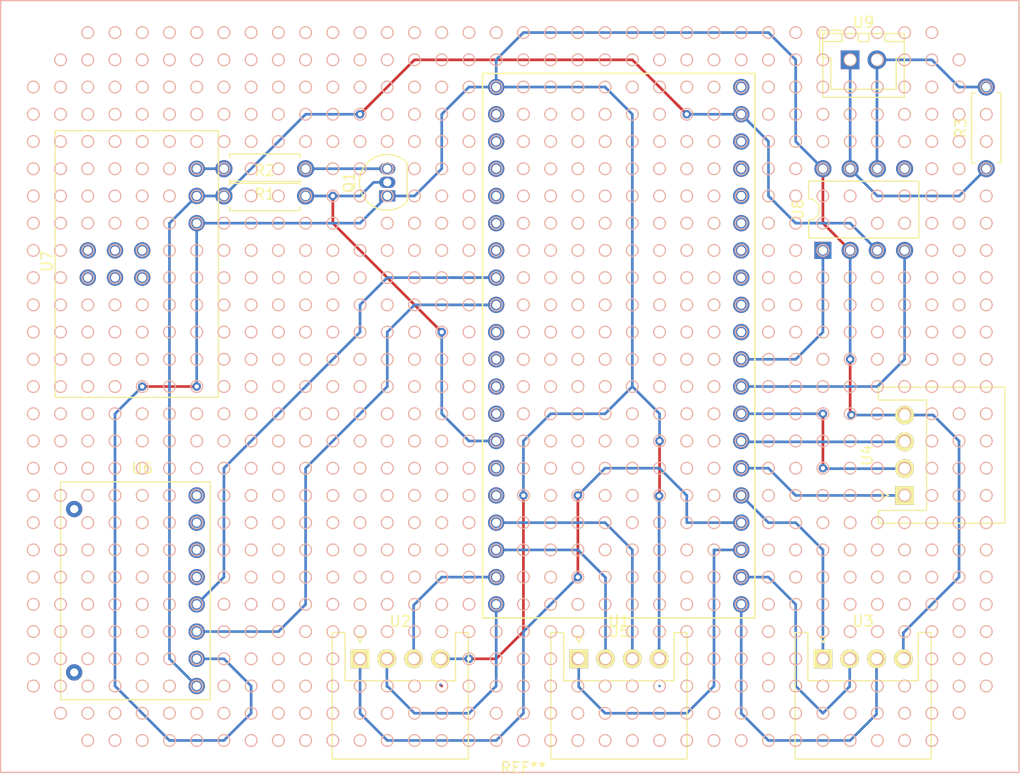
<source format=kicad_pcb>
(kicad_pcb (version 20171130) (host pcbnew "(5.1.2)-2")

  (general
    (thickness 1.6)
    (drawings 0)
    (tracks 212)
    (zones 0)
    (modules 14)
    (nets 50)
  )

  (page A4)
  (layers
    (0 F.Cu signal)
    (31 B.Cu signal)
    (32 B.Adhes user)
    (33 F.Adhes user)
    (34 B.Paste user)
    (35 F.Paste user)
    (36 B.SilkS user)
    (37 F.SilkS user)
    (38 B.Mask user)
    (39 F.Mask user)
    (40 Dwgs.User user)
    (41 Cmts.User user)
    (42 Eco1.User user)
    (43 Eco2.User user)
    (44 Edge.Cuts user)
    (45 Margin user)
    (46 B.CrtYd user)
    (47 F.CrtYd user)
    (48 B.Fab user)
    (49 F.Fab user)
  )

  (setup
    (last_trace_width 0.25)
    (trace_clearance 0.2)
    (zone_clearance 0.508)
    (zone_45_only no)
    (trace_min 0.2)
    (via_size 0.8)
    (via_drill 0.4)
    (via_min_size 0.4)
    (via_min_drill 0.3)
    (uvia_size 0.3)
    (uvia_drill 0.1)
    (uvias_allowed no)
    (uvia_min_size 0.2)
    (uvia_min_drill 0.1)
    (edge_width 0.05)
    (segment_width 0.2)
    (pcb_text_width 0.3)
    (pcb_text_size 1.5 1.5)
    (mod_edge_width 0.12)
    (mod_text_size 1 1)
    (mod_text_width 0.15)
    (pad_size 1.524 1.524)
    (pad_drill 0.762)
    (pad_to_mask_clearance 0.051)
    (solder_mask_min_width 0.25)
    (aux_axis_origin 0 0)
    (visible_elements 7FFFFFFF)
    (pcbplotparams
      (layerselection 0x010fc_ffffffff)
      (usegerberextensions false)
      (usegerberattributes false)
      (usegerberadvancedattributes false)
      (creategerberjobfile false)
      (excludeedgelayer true)
      (linewidth 0.100000)
      (plotframeref false)
      (viasonmask false)
      (mode 1)
      (useauxorigin false)
      (hpglpennumber 1)
      (hpglpenspeed 20)
      (hpglpendiameter 15.000000)
      (psnegative false)
      (psa4output false)
      (plotreference true)
      (plotvalue true)
      (plotinvisibletext false)
      (padsonsilk false)
      (subtractmaskfromsilk false)
      (outputformat 1)
      (mirror false)
      (drillshape 1)
      (scaleselection 1)
      (outputdirectory ""))
  )

  (net 0 "")
  (net 1 Serial_rx)
  (net 2 "Net-(Q1-Pad3)")
  (net 3 GND)
  (net 4 "Net-(R1-Pad2)")
  (net 5 +5V)
  (net 6 CAN_H)
  (net 7 CAN_L)
  (net 8 IO_1A)
  (net 9 IO_1B)
  (net 10 PWM_1)
  (net 11 PWM_2)
  (net 12 IO_2B)
  (net 13 IO_2A)
  (net 14 PWM_3)
  (net 15 IO_3B)
  (net 16 IO_3A)
  (net 17 IO_4A)
  (net 18 IO_4B)
  (net 19 PWM_4)
  (net 20 "Net-(U5-Pad2)")
  (net 21 "Net-(U5-Pad3)")
  (net 22 "Net-(U5-Pad4)")
  (net 23 "Net-(U5-Pad5)")
  (net 24 "Net-(U5-Pad6)")
  (net 25 "Net-(U5-Pad7)")
  (net 26 I2C_sda)
  (net 27 I2C_scl)
  (net 28 "Net-(U5-Pad10)")
  (net 29 "Net-(U5-Pad11)")
  (net 30 "Net-(U5-Pad12)")
  (net 31 "Net-(U5-Pad13)")
  (net 32 "Net-(U5-Pad15)")
  (net 33 "Net-(U5-Pad16)")
  (net 34 CAN_rd)
  (net 35 CAN_td)
  (net 36 "Net-(U5-Pad31)")
  (net 37 "Net-(U5-Pad32)")
  (net 38 "Net-(U5-Pad33)")
  (net 39 "Net-(U5-Pad34)")
  (net 40 "Net-(U5-Pad35)")
  (net 41 "Net-(U5-Pad36)")
  (net 42 "Net-(U5-Pad37)")
  (net 43 "Net-(U5-Pad38)")
  (net 44 "Net-(U5-Pad40)")
  (net 45 "Net-(U6-Pad5)")
  (net 46 "Net-(U6-Pad6)")
  (net 47 "Net-(U6-Pad7)")
  (net 48 "Net-(U6-Pad8)")
  (net 49 "Net-(U8-Pad5)")

  (net_class Default "これはデフォルトのネット クラスです。"
    (clearance 0.2)
    (trace_width 0.25)
    (via_dia 0.8)
    (via_drill 0.4)
    (uvia_dia 0.3)
    (uvia_drill 0.1)
    (add_net +5V)
    (add_net CAN_H)
    (add_net CAN_L)
    (add_net CAN_rd)
    (add_net CAN_td)
    (add_net GND)
    (add_net I2C_scl)
    (add_net I2C_sda)
    (add_net IO_1A)
    (add_net IO_1B)
    (add_net IO_2A)
    (add_net IO_2B)
    (add_net IO_3A)
    (add_net IO_3B)
    (add_net IO_4A)
    (add_net IO_4B)
    (add_net "Net-(Q1-Pad3)")
    (add_net "Net-(R1-Pad2)")
    (add_net "Net-(U5-Pad10)")
    (add_net "Net-(U5-Pad11)")
    (add_net "Net-(U5-Pad12)")
    (add_net "Net-(U5-Pad13)")
    (add_net "Net-(U5-Pad15)")
    (add_net "Net-(U5-Pad16)")
    (add_net "Net-(U5-Pad2)")
    (add_net "Net-(U5-Pad3)")
    (add_net "Net-(U5-Pad31)")
    (add_net "Net-(U5-Pad32)")
    (add_net "Net-(U5-Pad33)")
    (add_net "Net-(U5-Pad34)")
    (add_net "Net-(U5-Pad35)")
    (add_net "Net-(U5-Pad36)")
    (add_net "Net-(U5-Pad37)")
    (add_net "Net-(U5-Pad38)")
    (add_net "Net-(U5-Pad4)")
    (add_net "Net-(U5-Pad40)")
    (add_net "Net-(U5-Pad5)")
    (add_net "Net-(U5-Pad6)")
    (add_net "Net-(U5-Pad7)")
    (add_net "Net-(U6-Pad5)")
    (add_net "Net-(U6-Pad6)")
    (add_net "Net-(U6-Pad7)")
    (add_net "Net-(U6-Pad8)")
    (add_net "Net-(U8-Pad5)")
    (add_net PWM_1)
    (add_net PWM_2)
    (add_net PWM_3)
    (add_net PWM_4)
    (add_net Serial_rx)
  )

  (module MyFootprint:universal_B (layer F.Cu) (tedit 5D1573B4) (tstamp 5D1A2D8A)
    (at 144.78 99.06)
    (fp_text reference REF** (at 0 35.56) (layer F.SilkS)
      (effects (font (size 1 1) (thickness 0.15)))
    )
    (fp_text value universal_B (at 0 -35) (layer F.Fab)
      (effects (font (size 1 1) (thickness 0.15)))
    )
    (fp_line (start -48.77 -36) (end -48.77 36) (layer B.SilkS) (width 0.12))
    (fp_line (start 46.23 -36) (end 46.23 36) (layer B.SilkS) (width 0.12))
    (fp_line (start 46.23 -36) (end -48.77 -36) (layer B.SilkS) (width 0.12))
    (fp_circle (center 0 0) (end 0.55 0) (layer B.SilkS) (width 0.12))
    (fp_circle (center 2.54 0) (end 3.09 0) (layer B.SilkS) (width 0.12))
    (fp_circle (center 2.54 -2.54) (end 3.09 -2.54) (layer B.SilkS) (width 0.12))
    (fp_circle (center 0 -2.54) (end 0.55 -2.54) (layer B.SilkS) (width 0.12))
    (fp_circle (center 0 2.54) (end 0.55 2.54) (layer B.SilkS) (width 0.12))
    (fp_circle (center 2.54 2.54) (end 3.09 2.54) (layer B.SilkS) (width 0.12))
    (fp_circle (center 2.54 -5.08) (end 3.09 -5.08) (layer B.SilkS) (width 0.12))
    (fp_circle (center 0 -5.08) (end 0.55 -5.08) (layer B.SilkS) (width 0.12))
    (fp_circle (center 2.54 -7.62) (end 3.09 -7.62) (layer B.SilkS) (width 0.12))
    (fp_circle (center 0 -7.62) (end 0.55 -7.62) (layer B.SilkS) (width 0.12))
    (fp_circle (center 0 -10.16) (end 0.55 -10.16) (layer B.SilkS) (width 0.12))
    (fp_circle (center 2.54 -10.16) (end 3.09 -10.16) (layer B.SilkS) (width 0.12))
    (fp_circle (center 2.54 10.16) (end 3.09 10.16) (layer B.SilkS) (width 0.12))
    (fp_circle (center 0 10.16) (end 0.55 10.16) (layer B.SilkS) (width 0.12))
    (fp_circle (center 2.54 7.62) (end 3.09 7.62) (layer B.SilkS) (width 0.12))
    (fp_circle (center 0 7.62) (end 0.55 7.62) (layer B.SilkS) (width 0.12))
    (fp_circle (center 0 5.08) (end 0.55 5.08) (layer B.SilkS) (width 0.12))
    (fp_circle (center 2.54 5.08) (end 3.09 5.08) (layer B.SilkS) (width 0.12))
    (fp_circle (center 2.54 -12.7) (end 3.09 -12.7) (layer B.SilkS) (width 0.12))
    (fp_circle (center 0 -12.7) (end 0.55 -12.7) (layer B.SilkS) (width 0.12))
    (fp_circle (center 2.54 -15.24) (end 3.09 -15.24) (layer B.SilkS) (width 0.12))
    (fp_circle (center 0 -15.24) (end 0.55 -15.24) (layer B.SilkS) (width 0.12))
    (fp_circle (center 0 -17.78) (end 0.55 -17.78) (layer B.SilkS) (width 0.12))
    (fp_circle (center 2.54 -17.78) (end 3.09 -17.78) (layer B.SilkS) (width 0.12))
    (fp_circle (center 2.54 17.78) (end 3.09 17.78) (layer B.SilkS) (width 0.12))
    (fp_circle (center 0 17.78) (end 0.55 17.78) (layer B.SilkS) (width 0.12))
    (fp_circle (center 2.54 15.24) (end 3.09 15.24) (layer B.SilkS) (width 0.12))
    (fp_circle (center 0 15.24) (end 0.55 15.24) (layer B.SilkS) (width 0.12))
    (fp_circle (center 0 12.7) (end 0.55 12.7) (layer B.SilkS) (width 0.12))
    (fp_circle (center 2.54 12.7) (end 3.09 12.7) (layer B.SilkS) (width 0.12))
    (fp_circle (center 2.54 -20.32) (end 3.09 -20.32) (layer B.SilkS) (width 0.12))
    (fp_circle (center 0 -20.32) (end 0.55 -20.32) (layer B.SilkS) (width 0.12))
    (fp_circle (center 2.54 -22.86) (end 3.09 -22.86) (layer B.SilkS) (width 0.12))
    (fp_circle (center 0 -22.86) (end 0.55 -22.86) (layer B.SilkS) (width 0.12))
    (fp_circle (center 0 -25.4) (end 0.55 -25.4) (layer B.SilkS) (width 0.12))
    (fp_circle (center 2.54 -25.4) (end 3.09 -25.4) (layer B.SilkS) (width 0.12))
    (fp_circle (center 2.54 25.4) (end 3.09 25.4) (layer B.SilkS) (width 0.12))
    (fp_circle (center 0 25.4) (end 0.55 25.4) (layer B.SilkS) (width 0.12))
    (fp_circle (center 2.54 22.86) (end 3.09 22.86) (layer B.SilkS) (width 0.12))
    (fp_circle (center 0 22.86) (end 0.55 22.86) (layer B.SilkS) (width 0.12))
    (fp_circle (center 0 20.32) (end 0.55 20.32) (layer B.SilkS) (width 0.12))
    (fp_circle (center 2.54 20.32) (end 3.09 20.32) (layer B.SilkS) (width 0.12))
    (fp_circle (center 2.54 -27.94) (end 3.09 -27.94) (layer B.SilkS) (width 0.12))
    (fp_circle (center 0 -27.94) (end 0.55 -27.94) (layer B.SilkS) (width 0.12))
    (fp_circle (center 2.54 -30.48) (end 3.09 -30.48) (layer B.SilkS) (width 0.12))
    (fp_circle (center 0 -30.48) (end 0.55 -30.48) (layer B.SilkS) (width 0.12))
    (fp_circle (center 0 -33.02) (end 0.55 -33.02) (layer B.SilkS) (width 0.12))
    (fp_circle (center 2.54 -33.02) (end 3.09 -33.02) (layer B.SilkS) (width 0.12))
    (fp_circle (center 2.54 33.02) (end 3.09 33.02) (layer B.SilkS) (width 0.12))
    (fp_circle (center 0 33.02) (end 0.55 33.02) (layer B.SilkS) (width 0.12))
    (fp_circle (center 2.54 30.48) (end 3.09 30.48) (layer B.SilkS) (width 0.12))
    (fp_circle (center 0 30.48) (end 0.55 30.48) (layer B.SilkS) (width 0.12))
    (fp_circle (center 0 27.94) (end 0.55 27.94) (layer B.SilkS) (width 0.12))
    (fp_circle (center 2.54 27.94) (end 3.09 27.94) (layer B.SilkS) (width 0.12))
    (fp_circle (center 5.08 -2.54) (end 5.63 -2.54) (layer B.SilkS) (width 0.12))
    (fp_circle (center 10.16 2.54) (end 10.71 2.54) (layer B.SilkS) (width 0.12))
    (fp_circle (center 7.62 2.54) (end 8.17 2.54) (layer B.SilkS) (width 0.12))
    (fp_circle (center 5.08 2.54) (end 5.63 2.54) (layer B.SilkS) (width 0.12))
    (fp_circle (center 10.16 0) (end 10.71 0) (layer B.SilkS) (width 0.12))
    (fp_circle (center 7.62 0) (end 8.17 0) (layer B.SilkS) (width 0.12))
    (fp_circle (center 5.08 0) (end 5.63 0) (layer B.SilkS) (width 0.12))
    (fp_circle (center 7.62 -2.54) (end 8.17 -2.54) (layer B.SilkS) (width 0.12))
    (fp_circle (center 10.16 -2.54) (end 10.71 -2.54) (layer B.SilkS) (width 0.12))
    (fp_circle (center 10.16 27.94) (end 10.71 27.94) (layer B.SilkS) (width 0.12))
    (fp_circle (center 7.62 27.94) (end 8.17 27.94) (layer B.SilkS) (width 0.12))
    (fp_circle (center 7.62 30.48) (end 8.17 30.48) (layer B.SilkS) (width 0.12))
    (fp_circle (center 7.62 33.02) (end 8.17 33.02) (layer B.SilkS) (width 0.12))
    (fp_circle (center 10.16 33.02) (end 10.71 33.02) (layer B.SilkS) (width 0.12))
    (fp_circle (center 5.08 33.02) (end 5.63 33.02) (layer B.SilkS) (width 0.12))
    (fp_circle (center 5.08 30.48) (end 5.63 30.48) (layer B.SilkS) (width 0.12))
    (fp_circle (center 5.08 27.94) (end 5.63 27.94) (layer B.SilkS) (width 0.12))
    (fp_circle (center 10.16 30.48) (end 10.71 30.48) (layer B.SilkS) (width 0.12))
    (fp_circle (center 7.62 -30.48) (end 8.17 -30.48) (layer B.SilkS) (width 0.12))
    (fp_circle (center 5.08 -27.94) (end 5.63 -27.94) (layer B.SilkS) (width 0.12))
    (fp_circle (center 5.08 -33.02) (end 5.63 -33.02) (layer B.SilkS) (width 0.12))
    (fp_circle (center 7.62 -27.94) (end 8.17 -27.94) (layer B.SilkS) (width 0.12))
    (fp_circle (center 7.62 -33.02) (end 8.17 -33.02) (layer B.SilkS) (width 0.12))
    (fp_circle (center 5.08 -30.48) (end 5.63 -30.48) (layer B.SilkS) (width 0.12))
    (fp_circle (center 10.16 -30.48) (end 10.71 -30.48) (layer B.SilkS) (width 0.12))
    (fp_circle (center 10.16 -27.94) (end 10.71 -27.94) (layer B.SilkS) (width 0.12))
    (fp_circle (center 10.16 -33.02) (end 10.71 -33.02) (layer B.SilkS) (width 0.12))
    (fp_circle (center 7.62 25.4) (end 8.17 25.4) (layer B.SilkS) (width 0.12))
    (fp_circle (center 7.62 20.32) (end 8.17 20.32) (layer B.SilkS) (width 0.12))
    (fp_circle (center 10.16 20.32) (end 10.71 20.32) (layer B.SilkS) (width 0.12))
    (fp_circle (center 10.16 22.86) (end 10.71 22.86) (layer B.SilkS) (width 0.12))
    (fp_circle (center 10.16 25.4) (end 10.71 25.4) (layer B.SilkS) (width 0.12))
    (fp_circle (center 7.62 22.86) (end 8.17 22.86) (layer B.SilkS) (width 0.12))
    (fp_circle (center 5.08 22.86) (end 5.63 22.86) (layer B.SilkS) (width 0.12))
    (fp_circle (center 5.08 20.32) (end 5.63 20.32) (layer B.SilkS) (width 0.12))
    (fp_circle (center 5.08 25.4) (end 5.63 25.4) (layer B.SilkS) (width 0.12))
    (fp_circle (center 7.62 -22.86) (end 8.17 -22.86) (layer B.SilkS) (width 0.12))
    (fp_circle (center 5.08 -20.32) (end 5.63 -20.32) (layer B.SilkS) (width 0.12))
    (fp_circle (center 10.16 -20.32) (end 10.71 -20.32) (layer B.SilkS) (width 0.12))
    (fp_circle (center 10.16 -25.4) (end 10.71 -25.4) (layer B.SilkS) (width 0.12))
    (fp_circle (center 5.08 -22.86) (end 5.63 -22.86) (layer B.SilkS) (width 0.12))
    (fp_circle (center 7.62 -25.4) (end 8.17 -25.4) (layer B.SilkS) (width 0.12))
    (fp_circle (center 5.08 -25.4) (end 5.63 -25.4) (layer B.SilkS) (width 0.12))
    (fp_circle (center 10.16 -22.86) (end 10.71 -22.86) (layer B.SilkS) (width 0.12))
    (fp_circle (center 7.62 -20.32) (end 8.17 -20.32) (layer B.SilkS) (width 0.12))
    (fp_circle (center 7.62 12.7) (end 8.17 12.7) (layer B.SilkS) (width 0.12))
    (fp_circle (center 7.62 15.24) (end 8.17 15.24) (layer B.SilkS) (width 0.12))
    (fp_circle (center 5.08 12.7) (end 5.63 12.7) (layer B.SilkS) (width 0.12))
    (fp_circle (center 10.16 15.24) (end 10.71 15.24) (layer B.SilkS) (width 0.12))
    (fp_circle (center 7.62 17.78) (end 8.17 17.78) (layer B.SilkS) (width 0.12))
    (fp_circle (center 10.16 17.78) (end 10.71 17.78) (layer B.SilkS) (width 0.12))
    (fp_circle (center 10.16 12.7) (end 10.71 12.7) (layer B.SilkS) (width 0.12))
    (fp_circle (center 5.08 15.24) (end 5.63 15.24) (layer B.SilkS) (width 0.12))
    (fp_circle (center 5.08 17.78) (end 5.63 17.78) (layer B.SilkS) (width 0.12))
    (fp_circle (center 10.16 -12.7) (end 10.71 -12.7) (layer B.SilkS) (width 0.12))
    (fp_circle (center 5.08 -12.7) (end 5.63 -12.7) (layer B.SilkS) (width 0.12))
    (fp_circle (center 7.62 -12.7) (end 8.17 -12.7) (layer B.SilkS) (width 0.12))
    (fp_circle (center 5.08 -15.24) (end 5.63 -15.24) (layer B.SilkS) (width 0.12))
    (fp_circle (center 5.08 -17.78) (end 5.63 -17.78) (layer B.SilkS) (width 0.12))
    (fp_circle (center 10.16 -15.24) (end 10.71 -15.24) (layer B.SilkS) (width 0.12))
    (fp_circle (center 10.16 -17.78) (end 10.71 -17.78) (layer B.SilkS) (width 0.12))
    (fp_circle (center 7.62 -17.78) (end 8.17 -17.78) (layer B.SilkS) (width 0.12))
    (fp_circle (center 7.62 -15.24) (end 8.17 -15.24) (layer B.SilkS) (width 0.12))
    (fp_circle (center 10.16 7.62) (end 10.71 7.62) (layer B.SilkS) (width 0.12))
    (fp_circle (center 10.16 -7.62) (end 10.71 -7.62) (layer B.SilkS) (width 0.12))
    (fp_circle (center 7.62 -5.08) (end 8.17 -5.08) (layer B.SilkS) (width 0.12))
    (fp_circle (center 10.16 5.08) (end 10.71 5.08) (layer B.SilkS) (width 0.12))
    (fp_circle (center 10.16 -10.16) (end 10.71 -10.16) (layer B.SilkS) (width 0.12))
    (fp_circle (center 7.62 5.08) (end 8.17 5.08) (layer B.SilkS) (width 0.12))
    (fp_circle (center 7.62 7.62) (end 8.17 7.62) (layer B.SilkS) (width 0.12))
    (fp_circle (center 5.08 10.16) (end 5.63 10.16) (layer B.SilkS) (width 0.12))
    (fp_circle (center 7.62 10.16) (end 8.17 10.16) (layer B.SilkS) (width 0.12))
    (fp_circle (center 10.16 10.16) (end 10.71 10.16) (layer B.SilkS) (width 0.12))
    (fp_circle (center 5.08 -10.16) (end 5.63 -10.16) (layer B.SilkS) (width 0.12))
    (fp_circle (center 5.08 -5.08) (end 5.63 -5.08) (layer B.SilkS) (width 0.12))
    (fp_circle (center 5.08 -7.62) (end 5.63 -7.62) (layer B.SilkS) (width 0.12))
    (fp_circle (center 5.08 5.08) (end 5.63 5.08) (layer B.SilkS) (width 0.12))
    (fp_circle (center 7.62 -10.16) (end 8.17 -10.16) (layer B.SilkS) (width 0.12))
    (fp_circle (center 10.16 -5.08) (end 10.71 -5.08) (layer B.SilkS) (width 0.12))
    (fp_circle (center 5.08 7.62) (end 5.63 7.62) (layer B.SilkS) (width 0.12))
    (fp_circle (center 7.62 -7.62) (end 8.17 -7.62) (layer B.SilkS) (width 0.12))
    (fp_circle (center 12.7 -2.54) (end 13.25 -2.54) (layer B.SilkS) (width 0.12))
    (fp_circle (center 17.78 2.54) (end 18.33 2.54) (layer B.SilkS) (width 0.12))
    (fp_circle (center 15.24 2.54) (end 15.79 2.54) (layer B.SilkS) (width 0.12))
    (fp_circle (center 12.7 2.54) (end 13.25 2.54) (layer B.SilkS) (width 0.12))
    (fp_circle (center 17.78 0) (end 18.33 0) (layer B.SilkS) (width 0.12))
    (fp_circle (center 15.24 0) (end 15.79 0) (layer B.SilkS) (width 0.12))
    (fp_circle (center 12.7 0) (end 13.25 0) (layer B.SilkS) (width 0.12))
    (fp_circle (center 15.24 -2.54) (end 15.79 -2.54) (layer B.SilkS) (width 0.12))
    (fp_circle (center 17.78 -2.54) (end 18.33 -2.54) (layer B.SilkS) (width 0.12))
    (fp_circle (center 17.78 27.94) (end 18.33 27.94) (layer B.SilkS) (width 0.12))
    (fp_circle (center 15.24 27.94) (end 15.79 27.94) (layer B.SilkS) (width 0.12))
    (fp_circle (center 15.24 30.48) (end 15.79 30.48) (layer B.SilkS) (width 0.12))
    (fp_circle (center 15.24 33.02) (end 15.79 33.02) (layer B.SilkS) (width 0.12))
    (fp_circle (center 17.78 33.02) (end 18.33 33.02) (layer B.SilkS) (width 0.12))
    (fp_circle (center 12.7 33.02) (end 13.25 33.02) (layer B.SilkS) (width 0.12))
    (fp_circle (center 12.7 30.48) (end 13.25 30.48) (layer B.SilkS) (width 0.12))
    (fp_circle (center 12.7 27.94) (end 13.25 27.94) (layer B.SilkS) (width 0.12))
    (fp_circle (center 17.78 30.48) (end 18.33 30.48) (layer B.SilkS) (width 0.12))
    (fp_circle (center 15.24 -30.48) (end 15.79 -30.48) (layer B.SilkS) (width 0.12))
    (fp_circle (center 12.7 -27.94) (end 13.25 -27.94) (layer B.SilkS) (width 0.12))
    (fp_circle (center 12.7 -33.02) (end 13.25 -33.02) (layer B.SilkS) (width 0.12))
    (fp_circle (center 15.24 -27.94) (end 15.79 -27.94) (layer B.SilkS) (width 0.12))
    (fp_circle (center 15.24 -33.02) (end 15.79 -33.02) (layer B.SilkS) (width 0.12))
    (fp_circle (center 12.7 -30.48) (end 13.25 -30.48) (layer B.SilkS) (width 0.12))
    (fp_circle (center 17.78 -30.48) (end 18.33 -30.48) (layer B.SilkS) (width 0.12))
    (fp_circle (center 17.78 -27.94) (end 18.33 -27.94) (layer B.SilkS) (width 0.12))
    (fp_circle (center 17.78 -33.02) (end 18.33 -33.02) (layer B.SilkS) (width 0.12))
    (fp_circle (center 15.24 25.4) (end 15.79 25.4) (layer B.SilkS) (width 0.12))
    (fp_circle (center 15.24 20.32) (end 15.79 20.32) (layer B.SilkS) (width 0.12))
    (fp_circle (center 17.78 20.32) (end 18.33 20.32) (layer B.SilkS) (width 0.12))
    (fp_circle (center 17.78 22.86) (end 18.33 22.86) (layer B.SilkS) (width 0.12))
    (fp_circle (center 17.78 25.4) (end 18.33 25.4) (layer B.SilkS) (width 0.12))
    (fp_circle (center 15.24 22.86) (end 15.79 22.86) (layer B.SilkS) (width 0.12))
    (fp_circle (center 12.7 22.86) (end 13.25 22.86) (layer B.SilkS) (width 0.12))
    (fp_circle (center 12.7 20.32) (end 13.25 20.32) (layer B.SilkS) (width 0.12))
    (fp_circle (center 12.7 25.4) (end 13.25 25.4) (layer B.SilkS) (width 0.12))
    (fp_circle (center 15.24 -22.86) (end 15.79 -22.86) (layer B.SilkS) (width 0.12))
    (fp_circle (center 12.7 -20.32) (end 13.25 -20.32) (layer B.SilkS) (width 0.12))
    (fp_circle (center 17.78 -20.32) (end 18.33 -20.32) (layer B.SilkS) (width 0.12))
    (fp_circle (center 17.78 -25.4) (end 18.33 -25.4) (layer B.SilkS) (width 0.12))
    (fp_circle (center 12.7 -22.86) (end 13.25 -22.86) (layer B.SilkS) (width 0.12))
    (fp_circle (center 15.24 -25.4) (end 15.79 -25.4) (layer B.SilkS) (width 0.12))
    (fp_circle (center 12.7 -25.4) (end 13.25 -25.4) (layer B.SilkS) (width 0.12))
    (fp_circle (center 17.78 -22.86) (end 18.33 -22.86) (layer B.SilkS) (width 0.12))
    (fp_circle (center 15.24 -20.32) (end 15.79 -20.32) (layer B.SilkS) (width 0.12))
    (fp_circle (center 15.24 12.7) (end 15.79 12.7) (layer B.SilkS) (width 0.12))
    (fp_circle (center 15.24 15.24) (end 15.79 15.24) (layer B.SilkS) (width 0.12))
    (fp_circle (center 12.7 12.7) (end 13.25 12.7) (layer B.SilkS) (width 0.12))
    (fp_circle (center 17.78 15.24) (end 18.33 15.24) (layer B.SilkS) (width 0.12))
    (fp_circle (center 15.24 17.78) (end 15.79 17.78) (layer B.SilkS) (width 0.12))
    (fp_circle (center 17.78 17.78) (end 18.33 17.78) (layer B.SilkS) (width 0.12))
    (fp_circle (center 17.78 12.7) (end 18.33 12.7) (layer B.SilkS) (width 0.12))
    (fp_circle (center 12.7 15.24) (end 13.25 15.24) (layer B.SilkS) (width 0.12))
    (fp_circle (center 12.7 17.78) (end 13.25 17.78) (layer B.SilkS) (width 0.12))
    (fp_circle (center 17.78 -12.7) (end 18.33 -12.7) (layer B.SilkS) (width 0.12))
    (fp_circle (center 12.7 -12.7) (end 13.25 -12.7) (layer B.SilkS) (width 0.12))
    (fp_circle (center 15.24 -12.7) (end 15.79 -12.7) (layer B.SilkS) (width 0.12))
    (fp_circle (center 12.7 -15.24) (end 13.25 -15.24) (layer B.SilkS) (width 0.12))
    (fp_circle (center 12.7 -17.78) (end 13.25 -17.78) (layer B.SilkS) (width 0.12))
    (fp_circle (center 17.78 -15.24) (end 18.33 -15.24) (layer B.SilkS) (width 0.12))
    (fp_circle (center 17.78 -17.78) (end 18.33 -17.78) (layer B.SilkS) (width 0.12))
    (fp_circle (center 15.24 -17.78) (end 15.79 -17.78) (layer B.SilkS) (width 0.12))
    (fp_circle (center 15.24 -15.24) (end 15.79 -15.24) (layer B.SilkS) (width 0.12))
    (fp_circle (center 17.78 7.62) (end 18.33 7.62) (layer B.SilkS) (width 0.12))
    (fp_circle (center 17.78 -7.62) (end 18.33 -7.62) (layer B.SilkS) (width 0.12))
    (fp_circle (center 15.24 -5.08) (end 15.79 -5.08) (layer B.SilkS) (width 0.12))
    (fp_circle (center 17.78 5.08) (end 18.33 5.08) (layer B.SilkS) (width 0.12))
    (fp_circle (center 17.78 -10.16) (end 18.33 -10.16) (layer B.SilkS) (width 0.12))
    (fp_circle (center 15.24 5.08) (end 15.79 5.08) (layer B.SilkS) (width 0.12))
    (fp_circle (center 15.24 7.62) (end 15.79 7.62) (layer B.SilkS) (width 0.12))
    (fp_circle (center 12.7 10.16) (end 13.25 10.16) (layer B.SilkS) (width 0.12))
    (fp_circle (center 15.24 10.16) (end 15.79 10.16) (layer B.SilkS) (width 0.12))
    (fp_circle (center 17.78 10.16) (end 18.33 10.16) (layer B.SilkS) (width 0.12))
    (fp_circle (center 12.7 -10.16) (end 13.25 -10.16) (layer B.SilkS) (width 0.12))
    (fp_circle (center 12.7 -5.08) (end 13.25 -5.08) (layer B.SilkS) (width 0.12))
    (fp_circle (center 12.7 -7.62) (end 13.25 -7.62) (layer B.SilkS) (width 0.12))
    (fp_circle (center 12.7 5.08) (end 13.25 5.08) (layer B.SilkS) (width 0.12))
    (fp_circle (center 15.24 -10.16) (end 15.79 -10.16) (layer B.SilkS) (width 0.12))
    (fp_circle (center 17.78 -5.08) (end 18.33 -5.08) (layer B.SilkS) (width 0.12))
    (fp_circle (center 12.7 7.62) (end 13.25 7.62) (layer B.SilkS) (width 0.12))
    (fp_circle (center 15.24 -7.62) (end 15.79 -7.62) (layer B.SilkS) (width 0.12))
    (fp_circle (center 20.32 -2.54) (end 20.87 -2.54) (layer B.SilkS) (width 0.12))
    (fp_circle (center 25.4 2.54) (end 25.95 2.54) (layer B.SilkS) (width 0.12))
    (fp_circle (center 22.86 2.54) (end 23.41 2.54) (layer B.SilkS) (width 0.12))
    (fp_circle (center 20.32 2.54) (end 20.87 2.54) (layer B.SilkS) (width 0.12))
    (fp_circle (center 25.4 0) (end 25.95 0) (layer B.SilkS) (width 0.12))
    (fp_circle (center 22.86 0) (end 23.41 0) (layer B.SilkS) (width 0.12))
    (fp_circle (center 20.32 0) (end 20.87 0) (layer B.SilkS) (width 0.12))
    (fp_circle (center 22.86 -2.54) (end 23.41 -2.54) (layer B.SilkS) (width 0.12))
    (fp_circle (center 25.4 -2.54) (end 25.95 -2.54) (layer B.SilkS) (width 0.12))
    (fp_circle (center 25.4 27.94) (end 25.95 27.94) (layer B.SilkS) (width 0.12))
    (fp_circle (center 22.86 27.94) (end 23.41 27.94) (layer B.SilkS) (width 0.12))
    (fp_circle (center 22.86 30.48) (end 23.41 30.48) (layer B.SilkS) (width 0.12))
    (fp_circle (center 22.86 33.02) (end 23.41 33.02) (layer B.SilkS) (width 0.12))
    (fp_circle (center 25.4 33.02) (end 25.95 33.02) (layer B.SilkS) (width 0.12))
    (fp_circle (center 20.32 33.02) (end 20.87 33.02) (layer B.SilkS) (width 0.12))
    (fp_circle (center 20.32 30.48) (end 20.87 30.48) (layer B.SilkS) (width 0.12))
    (fp_circle (center 20.32 27.94) (end 20.87 27.94) (layer B.SilkS) (width 0.12))
    (fp_circle (center 25.4 30.48) (end 25.95 30.48) (layer B.SilkS) (width 0.12))
    (fp_circle (center 22.86 -30.48) (end 23.41 -30.48) (layer B.SilkS) (width 0.12))
    (fp_circle (center 20.32 -27.94) (end 20.87 -27.94) (layer B.SilkS) (width 0.12))
    (fp_circle (center 20.32 -33.02) (end 20.87 -33.02) (layer B.SilkS) (width 0.12))
    (fp_circle (center 22.86 -27.94) (end 23.41 -27.94) (layer B.SilkS) (width 0.12))
    (fp_circle (center 22.86 -33.02) (end 23.41 -33.02) (layer B.SilkS) (width 0.12))
    (fp_circle (center 20.32 -30.48) (end 20.87 -30.48) (layer B.SilkS) (width 0.12))
    (fp_circle (center 25.4 -30.48) (end 25.95 -30.48) (layer B.SilkS) (width 0.12))
    (fp_circle (center 25.4 -27.94) (end 25.95 -27.94) (layer B.SilkS) (width 0.12))
    (fp_circle (center 25.4 -33.02) (end 25.95 -33.02) (layer B.SilkS) (width 0.12))
    (fp_circle (center 22.86 25.4) (end 23.41 25.4) (layer B.SilkS) (width 0.12))
    (fp_circle (center 22.86 20.32) (end 23.41 20.32) (layer B.SilkS) (width 0.12))
    (fp_circle (center 25.4 20.32) (end 25.95 20.32) (layer B.SilkS) (width 0.12))
    (fp_circle (center 25.4 22.86) (end 25.95 22.86) (layer B.SilkS) (width 0.12))
    (fp_circle (center 25.4 25.4) (end 25.95 25.4) (layer B.SilkS) (width 0.12))
    (fp_circle (center 22.86 22.86) (end 23.41 22.86) (layer B.SilkS) (width 0.12))
    (fp_circle (center 20.32 22.86) (end 20.87 22.86) (layer B.SilkS) (width 0.12))
    (fp_circle (center 20.32 20.32) (end 20.87 20.32) (layer B.SilkS) (width 0.12))
    (fp_circle (center 20.32 25.4) (end 20.87 25.4) (layer B.SilkS) (width 0.12))
    (fp_circle (center 22.86 -22.86) (end 23.41 -22.86) (layer B.SilkS) (width 0.12))
    (fp_circle (center 20.32 -20.32) (end 20.87 -20.32) (layer B.SilkS) (width 0.12))
    (fp_circle (center 25.4 -20.32) (end 25.95 -20.32) (layer B.SilkS) (width 0.12))
    (fp_circle (center 25.4 -25.4) (end 25.95 -25.4) (layer B.SilkS) (width 0.12))
    (fp_circle (center 20.32 -22.86) (end 20.87 -22.86) (layer B.SilkS) (width 0.12))
    (fp_circle (center 22.86 -25.4) (end 23.41 -25.4) (layer B.SilkS) (width 0.12))
    (fp_circle (center 20.32 -25.4) (end 20.87 -25.4) (layer B.SilkS) (width 0.12))
    (fp_circle (center 25.4 -22.86) (end 25.95 -22.86) (layer B.SilkS) (width 0.12))
    (fp_circle (center 22.86 -20.32) (end 23.41 -20.32) (layer B.SilkS) (width 0.12))
    (fp_circle (center 22.86 12.7) (end 23.41 12.7) (layer B.SilkS) (width 0.12))
    (fp_circle (center 22.86 15.24) (end 23.41 15.24) (layer B.SilkS) (width 0.12))
    (fp_circle (center 20.32 12.7) (end 20.87 12.7) (layer B.SilkS) (width 0.12))
    (fp_circle (center 25.4 15.24) (end 25.95 15.24) (layer B.SilkS) (width 0.12))
    (fp_circle (center 22.86 17.78) (end 23.41 17.78) (layer B.SilkS) (width 0.12))
    (fp_circle (center 25.4 17.78) (end 25.95 17.78) (layer B.SilkS) (width 0.12))
    (fp_circle (center 25.4 12.7) (end 25.95 12.7) (layer B.SilkS) (width 0.12))
    (fp_circle (center 20.32 15.24) (end 20.87 15.24) (layer B.SilkS) (width 0.12))
    (fp_circle (center 20.32 17.78) (end 20.87 17.78) (layer B.SilkS) (width 0.12))
    (fp_circle (center 25.4 -12.7) (end 25.95 -12.7) (layer B.SilkS) (width 0.12))
    (fp_circle (center 20.32 -12.7) (end 20.87 -12.7) (layer B.SilkS) (width 0.12))
    (fp_circle (center 22.86 -12.7) (end 23.41 -12.7) (layer B.SilkS) (width 0.12))
    (fp_circle (center 20.32 -15.24) (end 20.87 -15.24) (layer B.SilkS) (width 0.12))
    (fp_circle (center 20.32 -17.78) (end 20.87 -17.78) (layer B.SilkS) (width 0.12))
    (fp_circle (center 25.4 -15.24) (end 25.95 -15.24) (layer B.SilkS) (width 0.12))
    (fp_circle (center 25.4 -17.78) (end 25.95 -17.78) (layer B.SilkS) (width 0.12))
    (fp_circle (center 22.86 -17.78) (end 23.41 -17.78) (layer B.SilkS) (width 0.12))
    (fp_circle (center 22.86 -15.24) (end 23.41 -15.24) (layer B.SilkS) (width 0.12))
    (fp_circle (center 25.4 7.62) (end 25.95 7.62) (layer B.SilkS) (width 0.12))
    (fp_circle (center 25.4 -7.62) (end 25.95 -7.62) (layer B.SilkS) (width 0.12))
    (fp_circle (center 22.86 -5.08) (end 23.41 -5.08) (layer B.SilkS) (width 0.12))
    (fp_circle (center 25.4 5.08) (end 25.95 5.08) (layer B.SilkS) (width 0.12))
    (fp_circle (center 25.4 -10.16) (end 25.95 -10.16) (layer B.SilkS) (width 0.12))
    (fp_circle (center 22.86 5.08) (end 23.41 5.08) (layer B.SilkS) (width 0.12))
    (fp_circle (center 22.86 7.62) (end 23.41 7.62) (layer B.SilkS) (width 0.12))
    (fp_circle (center 20.32 10.16) (end 20.87 10.16) (layer B.SilkS) (width 0.12))
    (fp_circle (center 22.86 10.16) (end 23.41 10.16) (layer B.SilkS) (width 0.12))
    (fp_circle (center 25.4 10.16) (end 25.95 10.16) (layer B.SilkS) (width 0.12))
    (fp_circle (center 20.32 -10.16) (end 20.87 -10.16) (layer B.SilkS) (width 0.12))
    (fp_circle (center 20.32 -5.08) (end 20.87 -5.08) (layer B.SilkS) (width 0.12))
    (fp_circle (center 20.32 -7.62) (end 20.87 -7.62) (layer B.SilkS) (width 0.12))
    (fp_circle (center 20.32 5.08) (end 20.87 5.08) (layer B.SilkS) (width 0.12))
    (fp_circle (center 22.86 -10.16) (end 23.41 -10.16) (layer B.SilkS) (width 0.12))
    (fp_circle (center 25.4 -5.08) (end 25.95 -5.08) (layer B.SilkS) (width 0.12))
    (fp_circle (center 20.32 7.62) (end 20.87 7.62) (layer B.SilkS) (width 0.12))
    (fp_circle (center 22.86 -7.62) (end 23.41 -7.62) (layer B.SilkS) (width 0.12))
    (fp_circle (center 27.94 -2.54) (end 28.49 -2.54) (layer B.SilkS) (width 0.12))
    (fp_circle (center 33.02 2.54) (end 33.57 2.54) (layer B.SilkS) (width 0.12))
    (fp_circle (center 30.48 2.54) (end 31.03 2.54) (layer B.SilkS) (width 0.12))
    (fp_circle (center 27.94 2.54) (end 28.49 2.54) (layer B.SilkS) (width 0.12))
    (fp_circle (center 33.02 0) (end 33.57 0) (layer B.SilkS) (width 0.12))
    (fp_circle (center 30.48 0) (end 31.03 0) (layer B.SilkS) (width 0.12))
    (fp_circle (center 27.94 0) (end 28.49 0) (layer B.SilkS) (width 0.12))
    (fp_circle (center 30.48 -2.54) (end 31.03 -2.54) (layer B.SilkS) (width 0.12))
    (fp_circle (center 33.02 -2.54) (end 33.57 -2.54) (layer B.SilkS) (width 0.12))
    (fp_circle (center 33.02 27.94) (end 33.57 27.94) (layer B.SilkS) (width 0.12))
    (fp_circle (center 30.48 27.94) (end 31.03 27.94) (layer B.SilkS) (width 0.12))
    (fp_circle (center 30.48 30.48) (end 31.03 30.48) (layer B.SilkS) (width 0.12))
    (fp_circle (center 30.48 33.02) (end 31.03 33.02) (layer B.SilkS) (width 0.12))
    (fp_circle (center 33.02 33.02) (end 33.57 33.02) (layer B.SilkS) (width 0.12))
    (fp_circle (center 27.94 33.02) (end 28.49 33.02) (layer B.SilkS) (width 0.12))
    (fp_circle (center 27.94 30.48) (end 28.49 30.48) (layer B.SilkS) (width 0.12))
    (fp_circle (center 27.94 27.94) (end 28.49 27.94) (layer B.SilkS) (width 0.12))
    (fp_circle (center 33.02 30.48) (end 33.57 30.48) (layer B.SilkS) (width 0.12))
    (fp_circle (center 30.48 -30.48) (end 31.03 -30.48) (layer B.SilkS) (width 0.12))
    (fp_circle (center 27.94 -27.94) (end 28.49 -27.94) (layer B.SilkS) (width 0.12))
    (fp_circle (center 27.94 -33.02) (end 28.49 -33.02) (layer B.SilkS) (width 0.12))
    (fp_circle (center 30.48 -27.94) (end 31.03 -27.94) (layer B.SilkS) (width 0.12))
    (fp_circle (center 30.48 -33.02) (end 31.03 -33.02) (layer B.SilkS) (width 0.12))
    (fp_circle (center 27.94 -30.48) (end 28.49 -30.48) (layer B.SilkS) (width 0.12))
    (fp_circle (center 33.02 -30.48) (end 33.57 -30.48) (layer B.SilkS) (width 0.12))
    (fp_circle (center 33.02 -27.94) (end 33.57 -27.94) (layer B.SilkS) (width 0.12))
    (fp_circle (center 33.02 -33.02) (end 33.57 -33.02) (layer B.SilkS) (width 0.12))
    (fp_circle (center 30.48 25.4) (end 31.03 25.4) (layer B.SilkS) (width 0.12))
    (fp_circle (center 30.48 20.32) (end 31.03 20.32) (layer B.SilkS) (width 0.12))
    (fp_circle (center 33.02 20.32) (end 33.57 20.32) (layer B.SilkS) (width 0.12))
    (fp_circle (center 33.02 22.86) (end 33.57 22.86) (layer B.SilkS) (width 0.12))
    (fp_circle (center 33.02 25.4) (end 33.57 25.4) (layer B.SilkS) (width 0.12))
    (fp_circle (center 30.48 22.86) (end 31.03 22.86) (layer B.SilkS) (width 0.12))
    (fp_circle (center 27.94 22.86) (end 28.49 22.86) (layer B.SilkS) (width 0.12))
    (fp_circle (center 27.94 20.32) (end 28.49 20.32) (layer B.SilkS) (width 0.12))
    (fp_circle (center 27.94 25.4) (end 28.49 25.4) (layer B.SilkS) (width 0.12))
    (fp_circle (center 30.48 -22.86) (end 31.03 -22.86) (layer B.SilkS) (width 0.12))
    (fp_circle (center 27.94 -20.32) (end 28.49 -20.32) (layer B.SilkS) (width 0.12))
    (fp_circle (center 33.02 -20.32) (end 33.57 -20.32) (layer B.SilkS) (width 0.12))
    (fp_circle (center 33.02 -25.4) (end 33.57 -25.4) (layer B.SilkS) (width 0.12))
    (fp_circle (center 27.94 -22.86) (end 28.49 -22.86) (layer B.SilkS) (width 0.12))
    (fp_circle (center 30.48 -25.4) (end 31.03 -25.4) (layer B.SilkS) (width 0.12))
    (fp_circle (center 27.94 -25.4) (end 28.49 -25.4) (layer B.SilkS) (width 0.12))
    (fp_circle (center 33.02 -22.86) (end 33.57 -22.86) (layer B.SilkS) (width 0.12))
    (fp_circle (center 30.48 -20.32) (end 31.03 -20.32) (layer B.SilkS) (width 0.12))
    (fp_circle (center 30.48 12.7) (end 31.03 12.7) (layer B.SilkS) (width 0.12))
    (fp_circle (center 30.48 15.24) (end 31.03 15.24) (layer B.SilkS) (width 0.12))
    (fp_circle (center 27.94 12.7) (end 28.49 12.7) (layer B.SilkS) (width 0.12))
    (fp_circle (center 33.02 15.24) (end 33.57 15.24) (layer B.SilkS) (width 0.12))
    (fp_circle (center 30.48 17.78) (end 31.03 17.78) (layer B.SilkS) (width 0.12))
    (fp_circle (center 33.02 17.78) (end 33.57 17.78) (layer B.SilkS) (width 0.12))
    (fp_circle (center 33.02 12.7) (end 33.57 12.7) (layer B.SilkS) (width 0.12))
    (fp_circle (center 27.94 15.24) (end 28.49 15.24) (layer B.SilkS) (width 0.12))
    (fp_circle (center 27.94 17.78) (end 28.49 17.78) (layer B.SilkS) (width 0.12))
    (fp_circle (center 33.02 -12.7) (end 33.57 -12.7) (layer B.SilkS) (width 0.12))
    (fp_circle (center 27.94 -12.7) (end 28.49 -12.7) (layer B.SilkS) (width 0.12))
    (fp_circle (center 30.48 -12.7) (end 31.03 -12.7) (layer B.SilkS) (width 0.12))
    (fp_circle (center 27.94 -15.24) (end 28.49 -15.24) (layer B.SilkS) (width 0.12))
    (fp_circle (center 27.94 -17.78) (end 28.49 -17.78) (layer B.SilkS) (width 0.12))
    (fp_circle (center 33.02 -15.24) (end 33.57 -15.24) (layer B.SilkS) (width 0.12))
    (fp_circle (center 33.02 -17.78) (end 33.57 -17.78) (layer B.SilkS) (width 0.12))
    (fp_circle (center 30.48 -17.78) (end 31.03 -17.78) (layer B.SilkS) (width 0.12))
    (fp_circle (center 30.48 -15.24) (end 31.03 -15.24) (layer B.SilkS) (width 0.12))
    (fp_circle (center 33.02 7.62) (end 33.57 7.62) (layer B.SilkS) (width 0.12))
    (fp_circle (center 33.02 -7.62) (end 33.57 -7.62) (layer B.SilkS) (width 0.12))
    (fp_circle (center 30.48 -5.08) (end 31.03 -5.08) (layer B.SilkS) (width 0.12))
    (fp_circle (center 33.02 5.08) (end 33.57 5.08) (layer B.SilkS) (width 0.12))
    (fp_circle (center 33.02 -10.16) (end 33.57 -10.16) (layer B.SilkS) (width 0.12))
    (fp_circle (center 30.48 5.08) (end 31.03 5.08) (layer B.SilkS) (width 0.12))
    (fp_circle (center 30.48 7.62) (end 31.03 7.62) (layer B.SilkS) (width 0.12))
    (fp_circle (center 27.94 10.16) (end 28.49 10.16) (layer B.SilkS) (width 0.12))
    (fp_circle (center 30.48 10.16) (end 31.03 10.16) (layer B.SilkS) (width 0.12))
    (fp_circle (center 33.02 10.16) (end 33.57 10.16) (layer B.SilkS) (width 0.12))
    (fp_circle (center 27.94 -10.16) (end 28.49 -10.16) (layer B.SilkS) (width 0.12))
    (fp_circle (center 27.94 -5.08) (end 28.49 -5.08) (layer B.SilkS) (width 0.12))
    (fp_circle (center 27.94 -7.62) (end 28.49 -7.62) (layer B.SilkS) (width 0.12))
    (fp_circle (center 27.94 5.08) (end 28.49 5.08) (layer B.SilkS) (width 0.12))
    (fp_circle (center 30.48 -10.16) (end 31.03 -10.16) (layer B.SilkS) (width 0.12))
    (fp_circle (center 33.02 -5.08) (end 33.57 -5.08) (layer B.SilkS) (width 0.12))
    (fp_circle (center 27.94 7.62) (end 28.49 7.62) (layer B.SilkS) (width 0.12))
    (fp_circle (center 30.48 -7.62) (end 31.03 -7.62) (layer B.SilkS) (width 0.12))
    (fp_circle (center 35.56 -2.54) (end 36.11 -2.54) (layer B.SilkS) (width 0.12))
    (fp_circle (center 40.64 2.54) (end 41.19 2.54) (layer B.SilkS) (width 0.12))
    (fp_circle (center 38.1 2.54) (end 38.65 2.54) (layer B.SilkS) (width 0.12))
    (fp_circle (center 35.56 2.54) (end 36.11 2.54) (layer B.SilkS) (width 0.12))
    (fp_circle (center 40.64 0) (end 41.19 0) (layer B.SilkS) (width 0.12))
    (fp_circle (center 38.1 0) (end 38.65 0) (layer B.SilkS) (width 0.12))
    (fp_circle (center 35.56 0) (end 36.11 0) (layer B.SilkS) (width 0.12))
    (fp_circle (center 38.1 -2.54) (end 38.65 -2.54) (layer B.SilkS) (width 0.12))
    (fp_circle (center 40.64 -2.54) (end 41.19 -2.54) (layer B.SilkS) (width 0.12))
    (fp_circle (center 40.64 27.94) (end 41.19 27.94) (layer B.SilkS) (width 0.12))
    (fp_circle (center 38.1 27.94) (end 38.65 27.94) (layer B.SilkS) (width 0.12))
    (fp_circle (center 38.1 30.48) (end 38.65 30.48) (layer B.SilkS) (width 0.12))
    (fp_circle (center 38.1 33.02) (end 38.65 33.02) (layer B.SilkS) (width 0.12))
    (fp_circle (center 35.56 33.02) (end 36.11 33.02) (layer B.SilkS) (width 0.12))
    (fp_circle (center 35.56 30.48) (end 36.11 30.48) (layer B.SilkS) (width 0.12))
    (fp_circle (center 35.56 27.94) (end 36.11 27.94) (layer B.SilkS) (width 0.12))
    (fp_circle (center 40.64 30.48) (end 41.19 30.48) (layer B.SilkS) (width 0.12))
    (fp_circle (center 38.1 -30.48) (end 38.65 -30.48) (layer B.SilkS) (width 0.12))
    (fp_circle (center 35.56 -27.94) (end 36.11 -27.94) (layer B.SilkS) (width 0.12))
    (fp_circle (center 35.56 -33.02) (end 36.11 -33.02) (layer B.SilkS) (width 0.12))
    (fp_circle (center 38.1 -27.94) (end 38.65 -27.94) (layer B.SilkS) (width 0.12))
    (fp_circle (center 38.1 -33.02) (end 38.65 -33.02) (layer B.SilkS) (width 0.12))
    (fp_circle (center 35.56 -30.48) (end 36.11 -30.48) (layer B.SilkS) (width 0.12))
    (fp_circle (center 40.64 -30.48) (end 41.19 -30.48) (layer B.SilkS) (width 0.12))
    (fp_circle (center 40.64 -27.94) (end 41.19 -27.94) (layer B.SilkS) (width 0.12))
    (fp_circle (center 38.1 25.4) (end 38.65 25.4) (layer B.SilkS) (width 0.12))
    (fp_circle (center 38.1 20.32) (end 38.65 20.32) (layer B.SilkS) (width 0.12))
    (fp_circle (center 40.64 20.32) (end 41.19 20.32) (layer B.SilkS) (width 0.12))
    (fp_circle (center 40.64 22.86) (end 41.19 22.86) (layer B.SilkS) (width 0.12))
    (fp_circle (center 40.64 25.4) (end 41.19 25.4) (layer B.SilkS) (width 0.12))
    (fp_circle (center 38.1 22.86) (end 38.65 22.86) (layer B.SilkS) (width 0.12))
    (fp_circle (center 35.56 22.86) (end 36.11 22.86) (layer B.SilkS) (width 0.12))
    (fp_circle (center 35.56 20.32) (end 36.11 20.32) (layer B.SilkS) (width 0.12))
    (fp_circle (center 35.56 25.4) (end 36.11 25.4) (layer B.SilkS) (width 0.12))
    (fp_circle (center 38.1 -22.86) (end 38.65 -22.86) (layer B.SilkS) (width 0.12))
    (fp_circle (center 35.56 -20.32) (end 36.11 -20.32) (layer B.SilkS) (width 0.12))
    (fp_circle (center 40.64 -20.32) (end 41.19 -20.32) (layer B.SilkS) (width 0.12))
    (fp_circle (center 40.64 -25.4) (end 41.19 -25.4) (layer B.SilkS) (width 0.12))
    (fp_circle (center 35.56 -22.86) (end 36.11 -22.86) (layer B.SilkS) (width 0.12))
    (fp_circle (center 38.1 -25.4) (end 38.65 -25.4) (layer B.SilkS) (width 0.12))
    (fp_circle (center 35.56 -25.4) (end 36.11 -25.4) (layer B.SilkS) (width 0.12))
    (fp_circle (center 40.64 -22.86) (end 41.19 -22.86) (layer B.SilkS) (width 0.12))
    (fp_circle (center 38.1 -20.32) (end 38.65 -20.32) (layer B.SilkS) (width 0.12))
    (fp_circle (center 38.1 12.7) (end 38.65 12.7) (layer B.SilkS) (width 0.12))
    (fp_circle (center 38.1 15.24) (end 38.65 15.24) (layer B.SilkS) (width 0.12))
    (fp_circle (center 35.56 12.7) (end 36.11 12.7) (layer B.SilkS) (width 0.12))
    (fp_circle (center 40.64 15.24) (end 41.19 15.24) (layer B.SilkS) (width 0.12))
    (fp_circle (center 38.1 17.78) (end 38.65 17.78) (layer B.SilkS) (width 0.12))
    (fp_circle (center 40.64 17.78) (end 41.19 17.78) (layer B.SilkS) (width 0.12))
    (fp_circle (center 40.64 12.7) (end 41.19 12.7) (layer B.SilkS) (width 0.12))
    (fp_circle (center 35.56 15.24) (end 36.11 15.24) (layer B.SilkS) (width 0.12))
    (fp_circle (center 35.56 17.78) (end 36.11 17.78) (layer B.SilkS) (width 0.12))
    (fp_circle (center 40.64 -12.7) (end 41.19 -12.7) (layer B.SilkS) (width 0.12))
    (fp_circle (center 35.56 -12.7) (end 36.11 -12.7) (layer B.SilkS) (width 0.12))
    (fp_circle (center 38.1 -12.7) (end 38.65 -12.7) (layer B.SilkS) (width 0.12))
    (fp_circle (center 35.56 -15.24) (end 36.11 -15.24) (layer B.SilkS) (width 0.12))
    (fp_circle (center 35.56 -17.78) (end 36.11 -17.78) (layer B.SilkS) (width 0.12))
    (fp_circle (center 40.64 -15.24) (end 41.19 -15.24) (layer B.SilkS) (width 0.12))
    (fp_circle (center 40.64 -17.78) (end 41.19 -17.78) (layer B.SilkS) (width 0.12))
    (fp_circle (center 38.1 -17.78) (end 38.65 -17.78) (layer B.SilkS) (width 0.12))
    (fp_circle (center 38.1 -15.24) (end 38.65 -15.24) (layer B.SilkS) (width 0.12))
    (fp_circle (center 40.64 7.62) (end 41.19 7.62) (layer B.SilkS) (width 0.12))
    (fp_circle (center 40.64 -7.62) (end 41.19 -7.62) (layer B.SilkS) (width 0.12))
    (fp_circle (center 38.1 -5.08) (end 38.65 -5.08) (layer B.SilkS) (width 0.12))
    (fp_circle (center 40.64 5.08) (end 41.19 5.08) (layer B.SilkS) (width 0.12))
    (fp_circle (center 40.64 -10.16) (end 41.19 -10.16) (layer B.SilkS) (width 0.12))
    (fp_circle (center 38.1 5.08) (end 38.65 5.08) (layer B.SilkS) (width 0.12))
    (fp_circle (center 38.1 7.62) (end 38.65 7.62) (layer B.SilkS) (width 0.12))
    (fp_circle (center 35.56 10.16) (end 36.11 10.16) (layer B.SilkS) (width 0.12))
    (fp_circle (center 38.1 10.16) (end 38.65 10.16) (layer B.SilkS) (width 0.12))
    (fp_circle (center 40.64 10.16) (end 41.19 10.16) (layer B.SilkS) (width 0.12))
    (fp_circle (center 35.56 -10.16) (end 36.11 -10.16) (layer B.SilkS) (width 0.12))
    (fp_circle (center 35.56 -5.08) (end 36.11 -5.08) (layer B.SilkS) (width 0.12))
    (fp_circle (center 35.56 -7.62) (end 36.11 -7.62) (layer B.SilkS) (width 0.12))
    (fp_circle (center 35.56 5.08) (end 36.11 5.08) (layer B.SilkS) (width 0.12))
    (fp_circle (center 38.1 -10.16) (end 38.65 -10.16) (layer B.SilkS) (width 0.12))
    (fp_circle (center 40.64 -5.08) (end 41.19 -5.08) (layer B.SilkS) (width 0.12))
    (fp_circle (center 35.56 7.62) (end 36.11 7.62) (layer B.SilkS) (width 0.12))
    (fp_circle (center 38.1 -7.62) (end 38.65 -7.62) (layer B.SilkS) (width 0.12))
    (fp_circle (center 43.18 -2.54) (end 43.73 -2.54) (layer B.SilkS) (width 0.12))
    (fp_circle (center 43.18 2.54) (end 43.73 2.54) (layer B.SilkS) (width 0.12))
    (fp_circle (center 43.18 0) (end 43.73 0) (layer B.SilkS) (width 0.12))
    (fp_circle (center 43.18 27.94) (end 43.73 27.94) (layer B.SilkS) (width 0.12))
    (fp_circle (center 43.18 -27.94) (end 43.73 -27.94) (layer B.SilkS) (width 0.12))
    (fp_circle (center 43.18 22.86) (end 43.73 22.86) (layer B.SilkS) (width 0.12))
    (fp_circle (center 43.18 20.32) (end 43.73 20.32) (layer B.SilkS) (width 0.12))
    (fp_circle (center 43.18 25.4) (end 43.73 25.4) (layer B.SilkS) (width 0.12))
    (fp_circle (center 43.18 -20.32) (end 43.73 -20.32) (layer B.SilkS) (width 0.12))
    (fp_circle (center 43.18 -22.86) (end 43.73 -22.86) (layer B.SilkS) (width 0.12))
    (fp_circle (center 43.18 -25.4) (end 43.73 -25.4) (layer B.SilkS) (width 0.12))
    (fp_circle (center 43.18 12.7) (end 43.73 12.7) (layer B.SilkS) (width 0.12))
    (fp_circle (center 43.18 15.24) (end 43.73 15.24) (layer B.SilkS) (width 0.12))
    (fp_circle (center 43.18 17.78) (end 43.73 17.78) (layer B.SilkS) (width 0.12))
    (fp_circle (center 43.18 -12.7) (end 43.73 -12.7) (layer B.SilkS) (width 0.12))
    (fp_circle (center 43.18 -15.24) (end 43.73 -15.24) (layer B.SilkS) (width 0.12))
    (fp_circle (center 43.18 -17.78) (end 43.73 -17.78) (layer B.SilkS) (width 0.12))
    (fp_circle (center 43.18 10.16) (end 43.73 10.16) (layer B.SilkS) (width 0.12))
    (fp_circle (center 43.18 -10.16) (end 43.73 -10.16) (layer B.SilkS) (width 0.12))
    (fp_circle (center 43.18 -5.08) (end 43.73 -5.08) (layer B.SilkS) (width 0.12))
    (fp_circle (center 43.18 -7.62) (end 43.73 -7.62) (layer B.SilkS) (width 0.12))
    (fp_circle (center 43.18 5.08) (end 43.73 5.08) (layer B.SilkS) (width 0.12))
    (fp_circle (center 43.18 7.62) (end 43.73 7.62) (layer B.SilkS) (width 0.12))
    (fp_circle (center -5.08 5.08) (end -4.53 5.08) (layer B.SilkS) (width 0.12))
    (fp_circle (center -5.08 -20.32) (end -4.53 -20.32) (layer B.SilkS) (width 0.12))
    (fp_circle (center -5.08 -5.08) (end -4.53 -5.08) (layer B.SilkS) (width 0.12))
    (fp_circle (center -2.54 25.4) (end -1.99 25.4) (layer B.SilkS) (width 0.12))
    (fp_circle (center -2.54 22.86) (end -1.99 22.86) (layer B.SilkS) (width 0.12))
    (fp_circle (center -2.54 -25.4) (end -1.99 -25.4) (layer B.SilkS) (width 0.12))
    (fp_circle (center -2.54 10.16) (end -1.99 10.16) (layer B.SilkS) (width 0.12))
    (fp_circle (center -2.54 7.62) (end -1.99 7.62) (layer B.SilkS) (width 0.12))
    (fp_circle (center -5.08 15.24) (end -4.53 15.24) (layer B.SilkS) (width 0.12))
    (fp_circle (center -2.54 -20.32) (end -1.99 -20.32) (layer B.SilkS) (width 0.12))
    (fp_circle (center -2.54 -5.08) (end -1.99 -5.08) (layer B.SilkS) (width 0.12))
    (fp_circle (center -5.08 -17.78) (end -4.53 -17.78) (layer B.SilkS) (width 0.12))
    (fp_circle (center -5.08 12.7) (end -4.53 12.7) (layer B.SilkS) (width 0.12))
    (fp_circle (center -5.08 -22.86) (end -4.53 -22.86) (layer B.SilkS) (width 0.12))
    (fp_circle (center -2.54 -7.62) (end -1.99 -7.62) (layer B.SilkS) (width 0.12))
    (fp_circle (center -5.08 20.32) (end -4.53 20.32) (layer B.SilkS) (width 0.12))
    (fp_circle (center -2.54 -10.16) (end -1.99 -10.16) (layer B.SilkS) (width 0.12))
    (fp_circle (center -5.08 -7.62) (end -4.53 -7.62) (layer B.SilkS) (width 0.12))
    (fp_circle (center -2.54 17.78) (end -1.99 17.78) (layer B.SilkS) (width 0.12))
    (fp_circle (center -2.54 12.7) (end -1.99 12.7) (layer B.SilkS) (width 0.12))
    (fp_circle (center -5.08 -25.4) (end -4.53 -25.4) (layer B.SilkS) (width 0.12))
    (fp_circle (center -5.08 -10.16) (end -4.53 -10.16) (layer B.SilkS) (width 0.12))
    (fp_circle (center -5.08 22.86) (end -4.53 22.86) (layer B.SilkS) (width 0.12))
    (fp_circle (center -2.54 -12.7) (end -1.99 -12.7) (layer B.SilkS) (width 0.12))
    (fp_circle (center -5.08 -15.24) (end -4.53 -15.24) (layer B.SilkS) (width 0.12))
    (fp_circle (center -5.08 17.78) (end -4.53 17.78) (layer B.SilkS) (width 0.12))
    (fp_circle (center -2.54 -22.86) (end -1.99 -22.86) (layer B.SilkS) (width 0.12))
    (fp_circle (center -5.08 25.4) (end -4.53 25.4) (layer B.SilkS) (width 0.12))
    (fp_circle (center -2.54 20.32) (end -1.99 20.32) (layer B.SilkS) (width 0.12))
    (fp_circle (center -5.08 7.62) (end -4.53 7.62) (layer B.SilkS) (width 0.12))
    (fp_circle (center -2.54 -15.24) (end -1.99 -15.24) (layer B.SilkS) (width 0.12))
    (fp_circle (center -5.08 10.16) (end -4.53 10.16) (layer B.SilkS) (width 0.12))
    (fp_circle (center -5.08 -12.7) (end -4.53 -12.7) (layer B.SilkS) (width 0.12))
    (fp_circle (center -2.54 -17.78) (end -1.99 -17.78) (layer B.SilkS) (width 0.12))
    (fp_circle (center -2.54 5.08) (end -1.99 5.08) (layer B.SilkS) (width 0.12))
    (fp_circle (center -2.54 15.24) (end -1.99 15.24) (layer B.SilkS) (width 0.12))
    (fp_circle (center -5.08 -30.48) (end -4.53 -30.48) (layer B.SilkS) (width 0.12))
    (fp_circle (center -5.08 -27.94) (end -4.53 -27.94) (layer B.SilkS) (width 0.12))
    (fp_circle (center -5.08 27.94) (end -4.53 27.94) (layer B.SilkS) (width 0.12))
    (fp_circle (center -5.08 2.54) (end -4.53 2.54) (layer B.SilkS) (width 0.12))
    (fp_circle (center -2.54 -2.54) (end -1.99 -2.54) (layer B.SilkS) (width 0.12))
    (fp_circle (center -2.54 -27.94) (end -1.99 -27.94) (layer B.SilkS) (width 0.12))
    (fp_circle (center -5.08 -33.02) (end -4.53 -33.02) (layer B.SilkS) (width 0.12))
    (fp_circle (center -2.54 -30.48) (end -1.99 -30.48) (layer B.SilkS) (width 0.12))
    (fp_circle (center -5.08 30.48) (end -4.53 30.48) (layer B.SilkS) (width 0.12))
    (fp_circle (center -2.54 0) (end -1.99 0) (layer B.SilkS) (width 0.12))
    (fp_circle (center -5.08 33.02) (end -4.53 33.02) (layer B.SilkS) (width 0.12))
    (fp_circle (center -2.54 33.02) (end -1.99 33.02) (layer B.SilkS) (width 0.12))
    (fp_circle (center -2.54 30.48) (end -1.99 30.48) (layer B.SilkS) (width 0.12))
    (fp_circle (center -2.54 27.94) (end -1.99 27.94) (layer B.SilkS) (width 0.12))
    (fp_circle (center -2.54 2.54) (end -1.99 2.54) (layer B.SilkS) (width 0.12))
    (fp_circle (center -5.08 -2.54) (end -4.53 -2.54) (layer B.SilkS) (width 0.12))
    (fp_circle (center -2.54 -33.02) (end -1.99 -33.02) (layer B.SilkS) (width 0.12))
    (fp_circle (center -5.08 0) (end -4.53 0) (layer B.SilkS) (width 0.12))
    (fp_circle (center -45.72 2.54) (end -45.17 2.54) (layer B.SilkS) (width 0.12))
    (fp_circle (center -45.72 0) (end -45.17 0) (layer B.SilkS) (width 0.12))
    (fp_circle (center -45.72 -2.54) (end -45.17 -2.54) (layer B.SilkS) (width 0.12))
    (fp_circle (center -15.24 2.54) (end -14.69 2.54) (layer B.SilkS) (width 0.12))
    (fp_circle (center -20.32 -2.54) (end -19.77 -2.54) (layer B.SilkS) (width 0.12))
    (fp_circle (center -15.24 7.62) (end -14.69 7.62) (layer B.SilkS) (width 0.12))
    (fp_circle (center -17.78 2.54) (end -17.23 2.54) (layer B.SilkS) (width 0.12))
    (fp_circle (center -17.78 -17.78) (end -17.23 -17.78) (layer B.SilkS) (width 0.12))
    (fp_circle (center -15.24 -15.24) (end -14.69 -15.24) (layer B.SilkS) (width 0.12))
    (fp_circle (center -20.32 -15.24) (end -19.77 -15.24) (layer B.SilkS) (width 0.12))
    (fp_circle (center -20.32 -12.7) (end -19.77 -12.7) (layer B.SilkS) (width 0.12))
    (fp_circle (center -20.32 -33.02) (end -19.77 -33.02) (layer B.SilkS) (width 0.12))
    (fp_circle (center -20.32 20.32) (end -19.77 20.32) (layer B.SilkS) (width 0.12))
    (fp_circle (center -15.24 27.94) (end -14.69 27.94) (layer B.SilkS) (width 0.12))
    (fp_circle (center -17.78 27.94) (end -17.23 27.94) (layer B.SilkS) (width 0.12))
    (fp_circle (center -20.32 30.48) (end -19.77 30.48) (layer B.SilkS) (width 0.12))
    (fp_circle (center -17.78 33.02) (end -17.23 33.02) (layer B.SilkS) (width 0.12))
    (fp_circle (center -15.24 -30.48) (end -14.69 -30.48) (layer B.SilkS) (width 0.12))
    (fp_circle (center -15.24 -12.7) (end -14.69 -12.7) (layer B.SilkS) (width 0.12))
    (fp_circle (center -20.32 15.24) (end -19.77 15.24) (layer B.SilkS) (width 0.12))
    (fp_circle (center -15.24 -22.86) (end -14.69 -22.86) (layer B.SilkS) (width 0.12))
    (fp_circle (center -17.78 17.78) (end -17.23 17.78) (layer B.SilkS) (width 0.12))
    (fp_circle (center -20.32 25.4) (end -19.77 25.4) (layer B.SilkS) (width 0.12))
    (fp_circle (center -15.24 15.24) (end -14.69 15.24) (layer B.SilkS) (width 0.12))
    (fp_circle (center -17.78 25.4) (end -17.23 25.4) (layer B.SilkS) (width 0.12))
    (fp_circle (center -20.32 -25.4) (end -19.77 -25.4) (layer B.SilkS) (width 0.12))
    (fp_circle (center -17.78 -25.4) (end -17.23 -25.4) (layer B.SilkS) (width 0.12))
    (fp_circle (center -20.32 0) (end -19.77 0) (layer B.SilkS) (width 0.12))
    (fp_circle (center -15.24 22.86) (end -14.69 22.86) (layer B.SilkS) (width 0.12))
    (fp_circle (center -20.32 -30.48) (end -19.77 -30.48) (layer B.SilkS) (width 0.12))
    (fp_circle (center -15.24 33.02) (end -14.69 33.02) (layer B.SilkS) (width 0.12))
    (fp_circle (center -15.24 -17.78) (end -14.69 -17.78) (layer B.SilkS) (width 0.12))
    (fp_circle (center -15.24 30.48) (end -14.69 30.48) (layer B.SilkS) (width 0.12))
    (fp_circle (center -17.78 15.24) (end -17.23 15.24) (layer B.SilkS) (width 0.12))
    (fp_circle (center -20.32 -17.78) (end -19.77 -17.78) (layer B.SilkS) (width 0.12))
    (fp_circle (center -17.78 -12.7) (end -17.23 -12.7) (layer B.SilkS) (width 0.12))
    (fp_circle (center -15.24 0) (end -14.69 0) (layer B.SilkS) (width 0.12))
    (fp_circle (center -15.24 17.78) (end -14.69 17.78) (layer B.SilkS) (width 0.12))
    (fp_circle (center -17.78 22.86) (end -17.23 22.86) (layer B.SilkS) (width 0.12))
    (fp_circle (center -17.78 20.32) (end -17.23 20.32) (layer B.SilkS) (width 0.12))
    (fp_circle (center -15.24 -27.94) (end -14.69 -27.94) (layer B.SilkS) (width 0.12))
    (fp_circle (center -20.32 12.7) (end -19.77 12.7) (layer B.SilkS) (width 0.12))
    (fp_circle (center -20.32 27.94) (end -19.77 27.94) (layer B.SilkS) (width 0.12))
    (fp_circle (center -17.78 -27.94) (end -17.23 -27.94) (layer B.SilkS) (width 0.12))
    (fp_circle (center -15.24 -25.4) (end -14.69 -25.4) (layer B.SilkS) (width 0.12))
    (fp_circle (center -20.32 -22.86) (end -19.77 -22.86) (layer B.SilkS) (width 0.12))
    (fp_circle (center -17.78 -33.02) (end -17.23 -33.02) (layer B.SilkS) (width 0.12))
    (fp_circle (center -20.32 -20.32) (end -19.77 -20.32) (layer B.SilkS) (width 0.12))
    (fp_circle (center -17.78 -2.54) (end -17.23 -2.54) (layer B.SilkS) (width 0.12))
    (fp_circle (center -20.32 2.54) (end -19.77 2.54) (layer B.SilkS) (width 0.12))
    (fp_circle (center -20.32 33.02) (end -19.77 33.02) (layer B.SilkS) (width 0.12))
    (fp_circle (center -17.78 -22.86) (end -17.23 -22.86) (layer B.SilkS) (width 0.12))
    (fp_circle (center -20.32 -27.94) (end -19.77 -27.94) (layer B.SilkS) (width 0.12))
    (fp_circle (center -17.78 -30.48) (end -17.23 -30.48) (layer B.SilkS) (width 0.12))
    (fp_circle (center -17.78 30.48) (end -17.23 30.48) (layer B.SilkS) (width 0.12))
    (fp_circle (center -15.24 -33.02) (end -14.69 -33.02) (layer B.SilkS) (width 0.12))
    (fp_circle (center -17.78 -15.24) (end -17.23 -15.24) (layer B.SilkS) (width 0.12))
    (fp_circle (center -17.78 12.7) (end -17.23 12.7) (layer B.SilkS) (width 0.12))
    (fp_circle (center -20.32 17.78) (end -19.77 17.78) (layer B.SilkS) (width 0.12))
    (fp_circle (center -15.24 12.7) (end -14.69 12.7) (layer B.SilkS) (width 0.12))
    (fp_circle (center -17.78 -20.32) (end -17.23 -20.32) (layer B.SilkS) (width 0.12))
    (fp_circle (center -15.24 -20.32) (end -14.69 -20.32) (layer B.SilkS) (width 0.12))
    (fp_circle (center -20.32 22.86) (end -19.77 22.86) (layer B.SilkS) (width 0.12))
    (fp_circle (center -15.24 20.32) (end -14.69 20.32) (layer B.SilkS) (width 0.12))
    (fp_circle (center -17.78 0) (end -17.23 0) (layer B.SilkS) (width 0.12))
    (fp_circle (center -15.24 -2.54) (end -14.69 -2.54) (layer B.SilkS) (width 0.12))
    (fp_circle (center -15.24 25.4) (end -14.69 25.4) (layer B.SilkS) (width 0.12))
    (fp_circle (center -17.78 -5.08) (end -17.23 -5.08) (layer B.SilkS) (width 0.12))
    (fp_circle (center -15.24 -7.62) (end -14.69 -7.62) (layer B.SilkS) (width 0.12))
    (fp_circle (center -7.62 -25.4) (end -7.07 -25.4) (layer B.SilkS) (width 0.12))
    (fp_circle (center -10.16 -22.86) (end -9.61 -22.86) (layer B.SilkS) (width 0.12))
    (fp_circle (center -7.62 -17.78) (end -7.07 -17.78) (layer B.SilkS) (width 0.12))
    (fp_circle (center -12.7 7.62) (end -12.15 7.62) (layer B.SilkS) (width 0.12))
    (fp_circle (center -7.62 -5.08) (end -7.07 -5.08) (layer B.SilkS) (width 0.12))
    (fp_circle (center -12.7 -25.4) (end -12.15 -25.4) (layer B.SilkS) (width 0.12))
    (fp_circle (center -10.16 -10.16) (end -9.61 -10.16) (layer B.SilkS) (width 0.12))
    (fp_circle (center -10.16 -12.7) (end -9.61 -12.7) (layer B.SilkS) (width 0.12))
    (fp_circle (center -7.62 7.62) (end -7.07 7.62) (layer B.SilkS) (width 0.12))
    (fp_circle (center -10.16 -5.08) (end -9.61 -5.08) (layer B.SilkS) (width 0.12))
    (fp_circle (center -12.7 -7.62) (end -12.15 -7.62) (layer B.SilkS) (width 0.12))
    (fp_circle (center -12.7 -5.08) (end -12.15 -5.08) (layer B.SilkS) (width 0.12))
    (fp_circle (center -12.7 17.78) (end -12.15 17.78) (layer B.SilkS) (width 0.12))
    (fp_circle (center -10.16 -25.4) (end -9.61 -25.4) (layer B.SilkS) (width 0.12))
    (fp_circle (center -10.16 7.62) (end -9.61 7.62) (layer B.SilkS) (width 0.12))
    (fp_circle (center -7.62 12.7) (end -7.07 12.7) (layer B.SilkS) (width 0.12))
    (fp_circle (center -10.16 10.16) (end -9.61 10.16) (layer B.SilkS) (width 0.12))
    (fp_circle (center -7.62 15.24) (end -7.07 15.24) (layer B.SilkS) (width 0.12))
    (fp_circle (center -10.16 -20.32) (end -9.61 -20.32) (layer B.SilkS) (width 0.12))
    (fp_circle (center -12.7 -22.86) (end -12.15 -22.86) (layer B.SilkS) (width 0.12))
    (fp_circle (center -10.16 5.08) (end -9.61 5.08) (layer B.SilkS) (width 0.12))
    (fp_circle (center -7.62 -15.24) (end -7.07 -15.24) (layer B.SilkS) (width 0.12))
    (fp_circle (center -12.7 20.32) (end -12.15 20.32) (layer B.SilkS) (width 0.12))
    (fp_circle (center -12.7 12.7) (end -12.15 12.7) (layer B.SilkS) (width 0.12))
    (fp_circle (center -7.62 -20.32) (end -7.07 -20.32) (layer B.SilkS) (width 0.12))
    (fp_circle (center -7.62 -10.16) (end -7.07 -10.16) (layer B.SilkS) (width 0.12))
    (fp_circle (center -10.16 15.24) (end -9.61 15.24) (layer B.SilkS) (width 0.12))
    (fp_circle (center -12.7 -20.32) (end -12.15 -20.32) (layer B.SilkS) (width 0.12))
    (fp_circle (center -12.7 15.24) (end -12.15 15.24) (layer B.SilkS) (width 0.12))
    (fp_circle (center -7.62 -7.62) (end -7.07 -7.62) (layer B.SilkS) (width 0.12))
    (fp_circle (center -10.16 17.78) (end -9.61 17.78) (layer B.SilkS) (width 0.12))
    (fp_circle (center -7.62 5.08) (end -7.07 5.08) (layer B.SilkS) (width 0.12))
    (fp_circle (center -10.16 12.7) (end -9.61 12.7) (layer B.SilkS) (width 0.12))
    (fp_circle (center -10.16 -15.24) (end -9.61 -15.24) (layer B.SilkS) (width 0.12))
    (fp_circle (center -10.16 -7.62) (end -9.61 -7.62) (layer B.SilkS) (width 0.12))
    (fp_circle (center -7.62 -22.86) (end -7.07 -22.86) (layer B.SilkS) (width 0.12))
    (fp_circle (center -12.7 5.08) (end -12.15 5.08) (layer B.SilkS) (width 0.12))
    (fp_circle (center -7.62 10.16) (end -7.07 10.16) (layer B.SilkS) (width 0.12))
    (fp_circle (center -10.16 -17.78) (end -9.61 -17.78) (layer B.SilkS) (width 0.12))
    (fp_circle (center -12.7 -17.78) (end -12.15 -17.78) (layer B.SilkS) (width 0.12))
    (fp_circle (center -12.7 -15.24) (end -12.15 -15.24) (layer B.SilkS) (width 0.12))
    (fp_circle (center -7.62 17.78) (end -7.07 17.78) (layer B.SilkS) (width 0.12))
    (fp_circle (center -7.62 -12.7) (end -7.07 -12.7) (layer B.SilkS) (width 0.12))
    (fp_circle (center -12.7 -12.7) (end -12.15 -12.7) (layer B.SilkS) (width 0.12))
    (fp_circle (center -12.7 25.4) (end -12.15 25.4) (layer B.SilkS) (width 0.12))
    (fp_circle (center -12.7 -10.16) (end -12.15 -10.16) (layer B.SilkS) (width 0.12))
    (fp_circle (center -12.7 10.16) (end -12.15 10.16) (layer B.SilkS) (width 0.12))
    (fp_circle (center -7.62 33.02) (end -7.07 33.02) (layer B.SilkS) (width 0.12))
    (fp_circle (center -12.7 0) (end -12.15 0) (layer B.SilkS) (width 0.12))
    (fp_circle (center -10.16 25.4) (end -9.61 25.4) (layer B.SilkS) (width 0.12))
    (fp_circle (center -10.16 20.32) (end -9.61 20.32) (layer B.SilkS) (width 0.12))
    (fp_circle (center -7.62 -30.48) (end -7.07 -30.48) (layer B.SilkS) (width 0.12))
    (fp_circle (center -7.62 -33.02) (end -7.07 -33.02) (layer B.SilkS) (width 0.12))
    (fp_circle (center -12.7 27.94) (end -12.15 27.94) (layer B.SilkS) (width 0.12))
    (fp_circle (center -7.62 -27.94) (end -7.07 -27.94) (layer B.SilkS) (width 0.12))
    (fp_circle (center -10.16 -33.02) (end -9.61 -33.02) (layer B.SilkS) (width 0.12))
    (fp_circle (center -10.16 -27.94) (end -9.61 -27.94) (layer B.SilkS) (width 0.12))
    (fp_circle (center -12.7 -33.02) (end -12.15 -33.02) (layer B.SilkS) (width 0.12))
    (fp_circle (center -12.7 -27.94) (end -12.15 -27.94) (layer B.SilkS) (width 0.12))
    (fp_circle (center -10.16 -30.48) (end -9.61 -30.48) (layer B.SilkS) (width 0.12))
    (fp_circle (center -10.16 0) (end -9.61 0) (layer B.SilkS) (width 0.12))
    (fp_circle (center -7.62 30.48) (end -7.07 30.48) (layer B.SilkS) (width 0.12))
    (fp_circle (center -7.62 0) (end -7.07 0) (layer B.SilkS) (width 0.12))
    (fp_circle (center -10.16 33.02) (end -9.61 33.02) (layer B.SilkS) (width 0.12))
    (fp_circle (center -10.16 30.48) (end -9.61 30.48) (layer B.SilkS) (width 0.12))
    (fp_circle (center -10.16 -2.54) (end -9.61 -2.54) (layer B.SilkS) (width 0.12))
    (fp_circle (center -10.16 27.94) (end -9.61 27.94) (layer B.SilkS) (width 0.12))
    (fp_circle (center -7.62 27.94) (end -7.07 27.94) (layer B.SilkS) (width 0.12))
    (fp_circle (center -12.7 2.54) (end -12.15 2.54) (layer B.SilkS) (width 0.12))
    (fp_circle (center -7.62 -2.54) (end -7.07 -2.54) (layer B.SilkS) (width 0.12))
    (fp_circle (center -10.16 2.54) (end -9.61 2.54) (layer B.SilkS) (width 0.12))
    (fp_circle (center -12.7 -2.54) (end -12.15 -2.54) (layer B.SilkS) (width 0.12))
    (fp_circle (center -12.7 30.48) (end -12.15 30.48) (layer B.SilkS) (width 0.12))
    (fp_circle (center -7.62 2.54) (end -7.07 2.54) (layer B.SilkS) (width 0.12))
    (fp_circle (center -12.7 22.86) (end -12.15 22.86) (layer B.SilkS) (width 0.12))
    (fp_circle (center -10.16 22.86) (end -9.61 22.86) (layer B.SilkS) (width 0.12))
    (fp_circle (center -7.62 25.4) (end -7.07 25.4) (layer B.SilkS) (width 0.12))
    (fp_circle (center -7.62 22.86) (end -7.07 22.86) (layer B.SilkS) (width 0.12))
    (fp_circle (center -12.7 -30.48) (end -12.15 -30.48) (layer B.SilkS) (width 0.12))
    (fp_circle (center -7.62 20.32) (end -7.07 20.32) (layer B.SilkS) (width 0.12))
    (fp_circle (center -12.7 33.02) (end -12.15 33.02) (layer B.SilkS) (width 0.12))
    (fp_circle (center -20.32 -5.08) (end -19.77 -5.08) (layer B.SilkS) (width 0.12))
    (fp_circle (center -17.78 7.62) (end -17.23 7.62) (layer B.SilkS) (width 0.12))
    (fp_circle (center -17.78 -7.62) (end -17.23 -7.62) (layer B.SilkS) (width 0.12))
    (fp_circle (center -15.24 10.16) (end -14.69 10.16) (layer B.SilkS) (width 0.12))
    (fp_circle (center -17.78 -10.16) (end -17.23 -10.16) (layer B.SilkS) (width 0.12))
    (fp_circle (center -15.24 -10.16) (end -14.69 -10.16) (layer B.SilkS) (width 0.12))
    (fp_circle (center -15.24 -5.08) (end -14.69 -5.08) (layer B.SilkS) (width 0.12))
    (fp_circle (center -20.32 5.08) (end -19.77 5.08) (layer B.SilkS) (width 0.12))
    (fp_circle (center -17.78 5.08) (end -17.23 5.08) (layer B.SilkS) (width 0.12))
    (fp_circle (center -20.32 7.62) (end -19.77 7.62) (layer B.SilkS) (width 0.12))
    (fp_circle (center -15.24 5.08) (end -14.69 5.08) (layer B.SilkS) (width 0.12))
    (fp_circle (center -17.78 10.16) (end -17.23 10.16) (layer B.SilkS) (width 0.12))
    (fp_circle (center -20.32 -7.62) (end -19.77 -7.62) (layer B.SilkS) (width 0.12))
    (fp_circle (center -20.32 10.16) (end -19.77 10.16) (layer B.SilkS) (width 0.12))
    (fp_circle (center -20.32 -10.16) (end -19.77 -10.16) (layer B.SilkS) (width 0.12))
    (fp_circle (center -45.72 27.94) (end -45.17 27.94) (layer B.SilkS) (width 0.12))
    (fp_circle (center -45.72 -27.94) (end -45.17 -27.94) (layer B.SilkS) (width 0.12))
    (fp_circle (center -45.72 20.32) (end -45.17 20.32) (layer B.SilkS) (width 0.12))
    (fp_circle (center -45.72 22.86) (end -45.17 22.86) (layer B.SilkS) (width 0.12))
    (fp_circle (center -45.72 25.4) (end -45.17 25.4) (layer B.SilkS) (width 0.12))
    (fp_circle (center -45.72 -20.32) (end -45.17 -20.32) (layer B.SilkS) (width 0.12))
    (fp_circle (center -45.72 -25.4) (end -45.17 -25.4) (layer B.SilkS) (width 0.12))
    (fp_circle (center -45.72 -22.86) (end -45.17 -22.86) (layer B.SilkS) (width 0.12))
    (fp_circle (center -45.72 15.24) (end -45.17 15.24) (layer B.SilkS) (width 0.12))
    (fp_circle (center -45.72 17.78) (end -45.17 17.78) (layer B.SilkS) (width 0.12))
    (fp_circle (center -45.72 12.7) (end -45.17 12.7) (layer B.SilkS) (width 0.12))
    (fp_circle (center -45.72 -12.7) (end -45.17 -12.7) (layer B.SilkS) (width 0.12))
    (fp_circle (center -45.72 -15.24) (end -45.17 -15.24) (layer B.SilkS) (width 0.12))
    (fp_circle (center -45.72 -17.78) (end -45.17 -17.78) (layer B.SilkS) (width 0.12))
    (fp_circle (center -45.72 7.62) (end -45.17 7.62) (layer B.SilkS) (width 0.12))
    (fp_circle (center -45.72 -7.62) (end -45.17 -7.62) (layer B.SilkS) (width 0.12))
    (fp_circle (center -45.72 5.08) (end -45.17 5.08) (layer B.SilkS) (width 0.12))
    (fp_circle (center -45.72 -10.16) (end -45.17 -10.16) (layer B.SilkS) (width 0.12))
    (fp_circle (center -45.72 10.16) (end -45.17 10.16) (layer B.SilkS) (width 0.12))
    (fp_circle (center -45.72 -5.08) (end -45.17 -5.08) (layer B.SilkS) (width 0.12))
    (fp_circle (center -27.94 -30.48) (end -27.39 -30.48) (layer B.SilkS) (width 0.12))
    (fp_circle (center -27.94 -7.62) (end -27.39 -7.62) (layer B.SilkS) (width 0.12))
    (fp_circle (center -27.94 -10.16) (end -27.39 -10.16) (layer B.SilkS) (width 0.12))
    (fp_circle (center -27.94 10.16) (end -27.39 10.16) (layer B.SilkS) (width 0.12))
    (fp_circle (center -25.4 7.62) (end -24.85 7.62) (layer B.SilkS) (width 0.12))
    (fp_circle (center -27.94 -12.7) (end -27.39 -12.7) (layer B.SilkS) (width 0.12))
    (fp_circle (center -25.4 -25.4) (end -24.85 -25.4) (layer B.SilkS) (width 0.12))
    (fp_circle (center -22.86 25.4) (end -22.31 25.4) (layer B.SilkS) (width 0.12))
    (fp_circle (center -22.86 22.86) (end -22.31 22.86) (layer B.SilkS) (width 0.12))
    (fp_circle (center -25.4 -33.02) (end -24.85 -33.02) (layer B.SilkS) (width 0.12))
    (fp_circle (center -25.4 -22.86) (end -24.85 -22.86) (layer B.SilkS) (width 0.12))
    (fp_circle (center -27.94 22.86) (end -27.39 22.86) (layer B.SilkS) (width 0.12))
    (fp_circle (center -25.4 12.7) (end -24.85 12.7) (layer B.SilkS) (width 0.12))
    (fp_circle (center -22.86 -7.62) (end -22.31 -7.62) (layer B.SilkS) (width 0.12))
    (fp_circle (center -25.4 -12.7) (end -24.85 -12.7) (layer B.SilkS) (width 0.12))
    (fp_circle (center -22.86 -30.48) (end -22.31 -30.48) (layer B.SilkS) (width 0.12))
    (fp_circle (center -25.4 -27.94) (end -24.85 -27.94) (layer B.SilkS) (width 0.12))
    (fp_circle (center -27.94 -27.94) (end -27.39 -27.94) (layer B.SilkS) (width 0.12))
    (fp_circle (center -22.86 15.24) (end -22.31 15.24) (layer B.SilkS) (width 0.12))
    (fp_circle (center -27.94 -33.02) (end -27.39 -33.02) (layer B.SilkS) (width 0.12))
    (fp_circle (center -22.86 7.62) (end -22.31 7.62) (layer B.SilkS) (width 0.12))
    (fp_circle (center -25.4 -15.24) (end -24.85 -15.24) (layer B.SilkS) (width 0.12))
    (fp_circle (center -25.4 25.4) (end -24.85 25.4) (layer B.SilkS) (width 0.12))
    (fp_circle (center -22.86 12.7) (end -22.31 12.7) (layer B.SilkS) (width 0.12))
    (fp_circle (center -25.4 -20.32) (end -24.85 -20.32) (layer B.SilkS) (width 0.12))
    (fp_circle (center -27.94 20.32) (end -27.39 20.32) (layer B.SilkS) (width 0.12))
    (fp_circle (center -22.86 -20.32) (end -22.31 -20.32) (layer B.SilkS) (width 0.12))
    (fp_circle (center -22.86 -10.16) (end -22.31 -10.16) (layer B.SilkS) (width 0.12))
    (fp_circle (center -25.4 -7.62) (end -24.85 -7.62) (layer B.SilkS) (width 0.12))
    (fp_circle (center -27.94 7.62) (end -27.39 7.62) (layer B.SilkS) (width 0.12))
    (fp_circle (center -22.86 -27.94) (end -22.31 -27.94) (layer B.SilkS) (width 0.12))
    (fp_circle (center -25.4 -10.16) (end -24.85 -10.16) (layer B.SilkS) (width 0.12))
    (fp_circle (center -27.94 17.78) (end -27.39 17.78) (layer B.SilkS) (width 0.12))
    (fp_circle (center -25.4 17.78) (end -24.85 17.78) (layer B.SilkS) (width 0.12))
    (fp_circle (center -25.4 15.24) (end -24.85 15.24) (layer B.SilkS) (width 0.12))
    (fp_circle (center -25.4 10.16) (end -24.85 10.16) (layer B.SilkS) (width 0.12))
    (fp_circle (center -27.94 -20.32) (end -27.39 -20.32) (layer B.SilkS) (width 0.12))
    (fp_circle (center -27.94 -25.4) (end -27.39 -25.4) (layer B.SilkS) (width 0.12))
    (fp_circle (center -22.86 -17.78) (end -22.31 -17.78) (layer B.SilkS) (width 0.12))
    (fp_circle (center -25.4 5.08) (end -24.85 5.08) (layer B.SilkS) (width 0.12))
    (fp_circle (center -22.86 -22.86) (end -22.31 -22.86) (layer B.SilkS) (width 0.12))
    (fp_circle (center -25.4 -17.78) (end -24.85 -17.78) (layer B.SilkS) (width 0.12))
    (fp_circle (center -27.94 -17.78) (end -27.39 -17.78) (layer B.SilkS) (width 0.12))
    (fp_circle (center -25.4 20.32) (end -24.85 20.32) (layer B.SilkS) (width 0.12))
    (fp_circle (center -27.94 25.4) (end -27.39 25.4) (layer B.SilkS) (width 0.12))
    (fp_circle (center -27.94 -15.24) (end -27.39 -15.24) (layer B.SilkS) (width 0.12))
    (fp_circle (center -27.94 -22.86) (end -27.39 -22.86) (layer B.SilkS) (width 0.12))
    (fp_circle (center -22.86 -25.4) (end -22.31 -25.4) (layer B.SilkS) (width 0.12))
    (fp_circle (center -25.4 22.86) (end -24.85 22.86) (layer B.SilkS) (width 0.12))
    (fp_circle (center -27.94 12.7) (end -27.39 12.7) (layer B.SilkS) (width 0.12))
    (fp_circle (center -27.94 -5.08) (end -27.39 -5.08) (layer B.SilkS) (width 0.12))
    (fp_circle (center -22.86 5.08) (end -22.31 5.08) (layer B.SilkS) (width 0.12))
    (fp_circle (center -22.86 10.16) (end -22.31 10.16) (layer B.SilkS) (width 0.12))
    (fp_circle (center -25.4 -30.48) (end -24.85 -30.48) (layer B.SilkS) (width 0.12))
    (fp_circle (center -25.4 -5.08) (end -24.85 -5.08) (layer B.SilkS) (width 0.12))
    (fp_circle (center -22.86 -15.24) (end -22.31 -15.24) (layer B.SilkS) (width 0.12))
    (fp_circle (center -22.86 -12.7) (end -22.31 -12.7) (layer B.SilkS) (width 0.12))
    (fp_circle (center -22.86 17.78) (end -22.31 17.78) (layer B.SilkS) (width 0.12))
    (fp_circle (center -22.86 -33.02) (end -22.31 -33.02) (layer B.SilkS) (width 0.12))
    (fp_circle (center -22.86 20.32) (end -22.31 20.32) (layer B.SilkS) (width 0.12))
    (fp_circle (center -27.94 15.24) (end -27.39 15.24) (layer B.SilkS) (width 0.12))
    (fp_circle (center -22.86 -5.08) (end -22.31 -5.08) (layer B.SilkS) (width 0.12))
    (fp_circle (center -27.94 5.08) (end -27.39 5.08) (layer B.SilkS) (width 0.12))
    (fp_circle (center -25.4 30.48) (end -24.85 30.48) (layer B.SilkS) (width 0.12))
    (fp_circle (center -22.86 -2.54) (end -22.31 -2.54) (layer B.SilkS) (width 0.12))
    (fp_circle (center -25.4 -2.54) (end -24.85 -2.54) (layer B.SilkS) (width 0.12))
    (fp_circle (center -22.86 27.94) (end -22.31 27.94) (layer B.SilkS) (width 0.12))
    (fp_circle (center -27.94 30.48) (end -27.39 30.48) (layer B.SilkS) (width 0.12))
    (fp_circle (center -27.94 33.02) (end -27.39 33.02) (layer B.SilkS) (width 0.12))
    (fp_circle (center -22.86 33.02) (end -22.31 33.02) (layer B.SilkS) (width 0.12))
    (fp_circle (center -25.4 33.02) (end -24.85 33.02) (layer B.SilkS) (width 0.12))
    (fp_circle (center -22.86 30.48) (end -22.31 30.48) (layer B.SilkS) (width 0.12))
    (fp_circle (center -27.94 27.94) (end -27.39 27.94) (layer B.SilkS) (width 0.12))
    (fp_circle (center -25.4 27.94) (end -24.85 27.94) (layer B.SilkS) (width 0.12))
    (fp_circle (center -25.4 0) (end -24.85 0) (layer B.SilkS) (width 0.12))
    (fp_circle (center -25.4 2.54) (end -24.85 2.54) (layer B.SilkS) (width 0.12))
    (fp_circle (center -22.86 2.54) (end -22.31 2.54) (layer B.SilkS) (width 0.12))
    (fp_circle (center -27.94 -2.54) (end -27.39 -2.54) (layer B.SilkS) (width 0.12))
    (fp_circle (center -27.94 0) (end -27.39 0) (layer B.SilkS) (width 0.12))
    (fp_circle (center -22.86 0) (end -22.31 0) (layer B.SilkS) (width 0.12))
    (fp_circle (center -27.94 2.54) (end -27.39 2.54) (layer B.SilkS) (width 0.12))
    (fp_circle (center -38.1 5.08) (end -37.55 5.08) (layer B.SilkS) (width 0.12))
    (fp_circle (center -40.64 -7.62) (end -40.09 -7.62) (layer B.SilkS) (width 0.12))
    (fp_circle (center -43.18 7.62) (end -42.63 7.62) (layer B.SilkS) (width 0.12))
    (fp_circle (center -40.64 -10.16) (end -40.09 -10.16) (layer B.SilkS) (width 0.12))
    (fp_circle (center -43.18 -7.62) (end -42.63 -7.62) (layer B.SilkS) (width 0.12))
    (fp_circle (center -43.18 -10.16) (end -42.63 -10.16) (layer B.SilkS) (width 0.12))
    (fp_circle (center -40.64 10.16) (end -40.09 10.16) (layer B.SilkS) (width 0.12))
    (fp_circle (center -38.1 -7.62) (end -37.55 -7.62) (layer B.SilkS) (width 0.12))
    (fp_circle (center -38.1 -15.24) (end -37.55 -15.24) (layer B.SilkS) (width 0.12))
    (fp_circle (center -43.18 10.16) (end -42.63 10.16) (layer B.SilkS) (width 0.12))
    (fp_circle (center -40.64 5.08) (end -40.09 5.08) (layer B.SilkS) (width 0.12))
    (fp_circle (center -40.64 -12.7) (end -40.09 -12.7) (layer B.SilkS) (width 0.12))
    (fp_circle (center -43.18 -12.7) (end -42.63 -12.7) (layer B.SilkS) (width 0.12))
    (fp_circle (center -40.64 -17.78) (end -40.09 -17.78) (layer B.SilkS) (width 0.12))
    (fp_circle (center -40.64 -15.24) (end -40.09 -15.24) (layer B.SilkS) (width 0.12))
    (fp_circle (center -40.64 7.62) (end -40.09 7.62) (layer B.SilkS) (width 0.12))
    (fp_circle (center -43.18 -5.08) (end -42.63 -5.08) (layer B.SilkS) (width 0.12))
    (fp_circle (center -38.1 -5.08) (end -37.55 -5.08) (layer B.SilkS) (width 0.12))
    (fp_circle (center -38.1 7.62) (end -37.55 7.62) (layer B.SilkS) (width 0.12))
    (fp_circle (center -43.18 -15.24) (end -42.63 -15.24) (layer B.SilkS) (width 0.12))
    (fp_circle (center -40.64 -5.08) (end -40.09 -5.08) (layer B.SilkS) (width 0.12))
    (fp_circle (center -43.18 5.08) (end -42.63 5.08) (layer B.SilkS) (width 0.12))
    (fp_circle (center -38.1 10.16) (end -37.55 10.16) (layer B.SilkS) (width 0.12))
    (fp_circle (center -38.1 -12.7) (end -37.55 -12.7) (layer B.SilkS) (width 0.12))
    (fp_circle (center -38.1 -17.78) (end -37.55 -17.78) (layer B.SilkS) (width 0.12))
    (fp_circle (center -38.1 -10.16) (end -37.55 -10.16) (layer B.SilkS) (width 0.12))
    (fp_circle (center -43.18 -17.78) (end -42.63 -17.78) (layer B.SilkS) (width 0.12))
    (fp_circle (center -43.18 2.54) (end -42.63 2.54) (layer B.SilkS) (width 0.12))
    (fp_circle (center -40.64 -25.4) (end -40.09 -25.4) (layer B.SilkS) (width 0.12))
    (fp_circle (center -38.1 25.4) (end -37.55 25.4) (layer B.SilkS) (width 0.12))
    (fp_circle (center -40.64 25.4) (end -40.09 25.4) (layer B.SilkS) (width 0.12))
    (fp_circle (center -38.1 30.48) (end -37.55 30.48) (layer B.SilkS) (width 0.12))
    (fp_circle (center -43.18 27.94) (end -42.63 27.94) (layer B.SilkS) (width 0.12))
    (fp_circle (center -38.1 -2.54) (end -37.55 -2.54) (layer B.SilkS) (width 0.12))
    (fp_circle (center -40.64 -33.02) (end -40.09 -33.02) (layer B.SilkS) (width 0.12))
    (fp_circle (center -43.18 -27.94) (end -42.63 -27.94) (layer B.SilkS) (width 0.12))
    (fp_circle (center -40.64 17.78) (end -40.09 17.78) (layer B.SilkS) (width 0.12))
    (fp_circle (center -43.18 -25.4) (end -42.63 -25.4) (layer B.SilkS) (width 0.12))
    (fp_circle (center -40.64 27.94) (end -40.09 27.94) (layer B.SilkS) (width 0.12))
    (fp_circle (center -40.64 -2.54) (end -40.09 -2.54) (layer B.SilkS) (width 0.12))
    (fp_circle (center -40.64 0) (end -40.09 0) (layer B.SilkS) (width 0.12))
    (fp_circle (center -43.18 20.32) (end -42.63 20.32) (layer B.SilkS) (width 0.12))
    (fp_circle (center -43.18 0) (end -42.63 0) (layer B.SilkS) (width 0.12))
    (fp_circle (center -38.1 15.24) (end -37.55 15.24) (layer B.SilkS) (width 0.12))
    (fp_circle (center -43.18 -20.32) (end -42.63 -20.32) (layer B.SilkS) (width 0.12))
    (fp_circle (center -38.1 33.02) (end -37.55 33.02) (layer B.SilkS) (width 0.12))
    (fp_circle (center -38.1 22.86) (end -37.55 22.86) (layer B.SilkS) (width 0.12))
    (fp_circle (center -43.18 17.78) (end -42.63 17.78) (layer B.SilkS) (width 0.12))
    (fp_circle (center -38.1 -30.48) (end -37.55 -30.48) (layer B.SilkS) (width 0.12))
    (fp_circle (center -43.18 15.24) (end -42.63 15.24) (layer B.SilkS) (width 0.12))
    (fp_circle (center -43.18 12.7) (end -42.63 12.7) (layer B.SilkS) (width 0.12))
    (fp_circle (center -40.64 15.24) (end -40.09 15.24) (layer B.SilkS) (width 0.12))
    (fp_circle (center -40.64 30.48) (end -40.09 30.48) (layer B.SilkS) (width 0.12))
    (fp_circle (center -38.1 -25.4) (end -37.55 -25.4) (layer B.SilkS) (width 0.12))
    (fp_circle (center -43.18 25.4) (end -42.63 25.4) (layer B.SilkS) (width 0.12))
    (fp_circle (center -40.64 22.86) (end -40.09 22.86) (layer B.SilkS) (width 0.12))
    (fp_circle (center -40.64 20.32) (end -40.09 20.32) (layer B.SilkS) (width 0.12))
    (fp_circle (center -43.18 -30.48) (end -42.63 -30.48) (layer B.SilkS) (width 0.12))
    (fp_circle (center -38.1 2.54) (end -37.55 2.54) (layer B.SilkS) (width 0.12))
    (fp_circle (center -40.64 -20.32) (end -40.09 -20.32) (layer B.SilkS) (width 0.12))
    (fp_circle (center -38.1 -22.86) (end -37.55 -22.86) (layer B.SilkS) (width 0.12))
    (fp_circle (center -38.1 20.32) (end -37.55 20.32) (layer B.SilkS) (width 0.12))
    (fp_circle (center -43.18 22.86) (end -42.63 22.86) (layer B.SilkS) (width 0.12))
    (fp_circle (center -40.64 -27.94) (end -40.09 -27.94) (layer B.SilkS) (width 0.12))
    (fp_circle (center -40.64 2.54) (end -40.09 2.54) (layer B.SilkS) (width 0.12))
    (fp_circle (center -38.1 -33.02) (end -37.55 -33.02) (layer B.SilkS) (width 0.12))
    (fp_circle (center -38.1 -27.94) (end -37.55 -27.94) (layer B.SilkS) (width 0.12))
    (fp_circle (center -40.64 -30.48) (end -40.09 -30.48) (layer B.SilkS) (width 0.12))
    (fp_circle (center -43.18 -2.54) (end -42.63 -2.54) (layer B.SilkS) (width 0.12))
    (fp_circle (center -38.1 12.7) (end -37.55 12.7) (layer B.SilkS) (width 0.12))
    (fp_circle (center -38.1 17.78) (end -37.55 17.78) (layer B.SilkS) (width 0.12))
    (fp_circle (center -38.1 0) (end -37.55 0) (layer B.SilkS) (width 0.12))
    (fp_circle (center -40.64 12.7) (end -40.09 12.7) (layer B.SilkS) (width 0.12))
    (fp_circle (center -43.18 -22.86) (end -42.63 -22.86) (layer B.SilkS) (width 0.12))
    (fp_circle (center -40.64 -22.86) (end -40.09 -22.86) (layer B.SilkS) (width 0.12))
    (fp_circle (center -40.64 33.02) (end -40.09 33.02) (layer B.SilkS) (width 0.12))
    (fp_circle (center -43.18 30.48) (end -42.63 30.48) (layer B.SilkS) (width 0.12))
    (fp_circle (center -38.1 -20.32) (end -37.55 -20.32) (layer B.SilkS) (width 0.12))
    (fp_circle (center -38.1 27.94) (end -37.55 27.94) (layer B.SilkS) (width 0.12))
    (fp_circle (center -30.48 -10.16) (end -29.93 -10.16) (layer B.SilkS) (width 0.12))
    (fp_circle (center -35.56 -5.08) (end -35.01 -5.08) (layer B.SilkS) (width 0.12))
    (fp_circle (center -30.48 -17.78) (end -29.93 -17.78) (layer B.SilkS) (width 0.12))
    (fp_circle (center -33.02 -10.16) (end -32.47 -10.16) (layer B.SilkS) (width 0.12))
    (fp_circle (center -30.48 5.08) (end -29.93 5.08) (layer B.SilkS) (width 0.12))
    (fp_circle (center -33.02 -5.08) (end -32.47 -5.08) (layer B.SilkS) (width 0.12))
    (fp_circle (center -33.02 5.08) (end -32.47 5.08) (layer B.SilkS) (width 0.12))
    (fp_circle (center -30.48 -7.62) (end -29.93 -7.62) (layer B.SilkS) (width 0.12))
    (fp_circle (center -35.56 -10.16) (end -35.01 -10.16) (layer B.SilkS) (width 0.12))
    (fp_circle (center -30.48 10.16) (end -29.93 10.16) (layer B.SilkS) (width 0.12))
    (fp_circle (center -33.02 7.62) (end -32.47 7.62) (layer B.SilkS) (width 0.12))
    (fp_circle (center -33.02 10.16) (end -32.47 10.16) (layer B.SilkS) (width 0.12))
    (fp_circle (center -33.02 -17.78) (end -32.47 -17.78) (layer B.SilkS) (width 0.12))
    (fp_circle (center -35.56 10.16) (end -35.01 10.16) (layer B.SilkS) (width 0.12))
    (fp_circle (center -30.48 7.62) (end -29.93 7.62) (layer B.SilkS) (width 0.12))
    (fp_circle (center -35.56 7.62) (end -35.01 7.62) (layer B.SilkS) (width 0.12))
    (fp_circle (center -33.02 -7.62) (end -32.47 -7.62) (layer B.SilkS) (width 0.12))
    (fp_circle (center -30.48 -5.08) (end -29.93 -5.08) (layer B.SilkS) (width 0.12))
    (fp_circle (center -33.02 -15.24) (end -32.47 -15.24) (layer B.SilkS) (width 0.12))
    (fp_circle (center -35.56 5.08) (end -35.01 5.08) (layer B.SilkS) (width 0.12))
    (fp_circle (center -35.56 -7.62) (end -35.01 -7.62) (layer B.SilkS) (width 0.12))
    (fp_circle (center -33.02 -12.7) (end -32.47 -12.7) (layer B.SilkS) (width 0.12))
    (fp_circle (center -35.56 -12.7) (end -35.01 -12.7) (layer B.SilkS) (width 0.12))
    (fp_circle (center -30.48 -12.7) (end -29.93 -12.7) (layer B.SilkS) (width 0.12))
    (fp_circle (center -30.48 -15.24) (end -29.93 -15.24) (layer B.SilkS) (width 0.12))
    (fp_circle (center -35.56 -17.78) (end -35.01 -17.78) (layer B.SilkS) (width 0.12))
    (fp_circle (center -35.56 -15.24) (end -35.01 -15.24) (layer B.SilkS) (width 0.12))
    (fp_circle (center -35.56 15.24) (end -35.01 15.24) (layer B.SilkS) (width 0.12))
    (fp_circle (center -35.56 12.7) (end -35.01 12.7) (layer B.SilkS) (width 0.12))
    (fp_circle (center -33.02 17.78) (end -32.47 17.78) (layer B.SilkS) (width 0.12))
    (fp_circle (center -30.48 15.24) (end -29.93 15.24) (layer B.SilkS) (width 0.12))
    (fp_circle (center -30.48 12.7) (end -29.93 12.7) (layer B.SilkS) (width 0.12))
    (fp_circle (center -30.48 17.78) (end -29.93 17.78) (layer B.SilkS) (width 0.12))
    (fp_circle (center -33.02 15.24) (end -32.47 15.24) (layer B.SilkS) (width 0.12))
    (fp_circle (center -35.56 17.78) (end -35.01 17.78) (layer B.SilkS) (width 0.12))
    (fp_circle (center -33.02 -33.02) (end -32.47 -33.02) (layer B.SilkS) (width 0.12))
    (fp_circle (center -33.02 -30.48) (end -32.47 -30.48) (layer B.SilkS) (width 0.12))
    (fp_circle (center -35.56 0) (end -35.01 0) (layer B.SilkS) (width 0.12))
    (fp_circle (center -30.48 2.54) (end -29.93 2.54) (layer B.SilkS) (width 0.12))
    (fp_circle (center -33.02 33.02) (end -32.47 33.02) (layer B.SilkS) (width 0.12))
    (fp_circle (center -30.48 25.4) (end -29.93 25.4) (layer B.SilkS) (width 0.12))
    (fp_circle (center -30.48 -30.48) (end -29.93 -30.48) (layer B.SilkS) (width 0.12))
    (fp_circle (center -30.48 -33.02) (end -29.93 -33.02) (layer B.SilkS) (width 0.12))
    (fp_circle (center -33.02 12.7) (end -32.47 12.7) (layer B.SilkS) (width 0.12))
    (fp_circle (center -33.02 -2.54) (end -32.47 -2.54) (layer B.SilkS) (width 0.12))
    (fp_circle (center -33.02 -20.32) (end -32.47 -20.32) (layer B.SilkS) (width 0.12))
    (fp_circle (center -30.48 -22.86) (end -29.93 -22.86) (layer B.SilkS) (width 0.12))
    (fp_circle (center -35.56 -25.4) (end -35.01 -25.4) (layer B.SilkS) (width 0.12))
    (fp_circle (center -33.02 -25.4) (end -32.47 -25.4) (layer B.SilkS) (width 0.12))
    (fp_circle (center -35.56 -20.32) (end -35.01 -20.32) (layer B.SilkS) (width 0.12))
    (fp_circle (center -35.56 25.4) (end -35.01 25.4) (layer B.SilkS) (width 0.12))
    (fp_circle (center -33.02 20.32) (end -32.47 20.32) (layer B.SilkS) (width 0.12))
    (fp_circle (center -35.56 -30.48) (end -35.01 -30.48) (layer B.SilkS) (width 0.12))
    (fp_circle (center -35.56 -27.94) (end -35.01 -27.94) (layer B.SilkS) (width 0.12))
    (fp_circle (center -35.56 2.54) (end -35.01 2.54) (layer B.SilkS) (width 0.12))
    (fp_circle (center -33.02 30.48) (end -32.47 30.48) (layer B.SilkS) (width 0.12))
    (fp_circle (center -33.02 -22.86) (end -32.47 -22.86) (layer B.SilkS) (width 0.12))
    (fp_circle (center -33.02 2.54) (end -32.47 2.54) (layer B.SilkS) (width 0.12))
    (fp_circle (center -35.56 20.32) (end -35.01 20.32) (layer B.SilkS) (width 0.12))
    (fp_circle (center -30.48 30.48) (end -29.93 30.48) (layer B.SilkS) (width 0.12))
    (fp_circle (center -33.02 0) (end -32.47 0) (layer B.SilkS) (width 0.12))
    (fp_circle (center -30.48 22.86) (end -29.93 22.86) (layer B.SilkS) (width 0.12))
    (fp_circle (center -30.48 -27.94) (end -29.93 -27.94) (layer B.SilkS) (width 0.12))
    (fp_circle (center -30.48 0) (end -29.93 0) (layer B.SilkS) (width 0.12))
    (fp_circle (center -33.02 25.4) (end -32.47 25.4) (layer B.SilkS) (width 0.12))
    (fp_circle (center -30.48 -2.54) (end -29.93 -2.54) (layer B.SilkS) (width 0.12))
    (fp_circle (center -35.56 -33.02) (end -35.01 -33.02) (layer B.SilkS) (width 0.12))
    (fp_circle (center -35.56 30.48) (end -35.01 30.48) (layer B.SilkS) (width 0.12))
    (fp_circle (center -35.56 33.02) (end -35.01 33.02) (layer B.SilkS) (width 0.12))
    (fp_circle (center -30.48 33.02) (end -29.93 33.02) (layer B.SilkS) (width 0.12))
    (fp_circle (center -35.56 -2.54) (end -35.01 -2.54) (layer B.SilkS) (width 0.12))
    (fp_circle (center -35.56 27.94) (end -35.01 27.94) (layer B.SilkS) (width 0.12))
    (fp_circle (center -33.02 -27.94) (end -32.47 -27.94) (layer B.SilkS) (width 0.12))
    (fp_circle (center -35.56 -22.86) (end -35.01 -22.86) (layer B.SilkS) (width 0.12))
    (fp_circle (center -30.48 -25.4) (end -29.93 -25.4) (layer B.SilkS) (width 0.12))
    (fp_circle (center -30.48 27.94) (end -29.93 27.94) (layer B.SilkS) (width 0.12))
    (fp_circle (center -30.48 -20.32) (end -29.93 -20.32) (layer B.SilkS) (width 0.12))
    (fp_circle (center -35.56 22.86) (end -35.01 22.86) (layer B.SilkS) (width 0.12))
    (fp_circle (center -30.48 20.32) (end -29.93 20.32) (layer B.SilkS) (width 0.12))
    (fp_circle (center -33.02 27.94) (end -32.47 27.94) (layer B.SilkS) (width 0.12))
    (fp_circle (center -33.02 22.86) (end -32.47 22.86) (layer B.SilkS) (width 0.12))
    (fp_line (start 46.23 36) (end -48.77 36) (layer B.SilkS) (width 0.12))
    (pad "" np_thru_hole circle (at 43.18 -33.02) (size 3.2 3.2) (drill 3.2) (layers *.Cu *.Mask))
    (pad "" np_thru_hole circle (at 43.18 33.02) (size 3.2 3.2) (drill 3.2) (layers *.Cu *.Mask))
    (pad "" np_thru_hole circle (at -45.72 33.02) (size 3.2 3.2) (drill 3.2) (layers *.Cu *.Mask))
    (pad "" np_thru_hole circle (at -45.72 -33.02) (size 3.2 3.2) (drill 3.2) (layers *.Cu *.Mask))
  )

  (module MyFootprint:JST_XH_B02B-XH-A_02x2.50mm_Straight (layer F.Cu) (tedit 58EAE7F0) (tstamp 5D14D2A5)
    (at 175.26 68.58)
    (descr "JST XH series connector, B02B-XH-A, top entry type, through hole")
    (tags "connector jst xh tht top vertical 2.50mm")
    (path /5D20D2E9)
    (fp_text reference U9 (at 1.25 -3.5) (layer F.SilkS)
      (effects (font (size 1 1) (thickness 0.15)))
    )
    (fp_text value XH_2 (at 1.25 10.3) (layer F.Fab)
      (effects (font (size 1 1) (thickness 0.15)))
    )
    (fp_text user %R (at 1.25 2.25) (layer F.Fab)
      (effects (font (size 1 1) (thickness 0.15)))
    )
    (fp_line (start -2.85 -2.75) (end -2.85 -0.25) (layer F.Fab) (width 0.1))
    (fp_line (start -0.35 -2.75) (end -2.85 -2.75) (layer F.Fab) (width 0.1))
    (fp_line (start -2.85 -2.75) (end -2.85 -0.25) (layer F.SilkS) (width 0.12))
    (fp_line (start -0.35 -2.75) (end -2.85 -2.75) (layer F.SilkS) (width 0.12))
    (fp_line (start 4.3 2.75) (end 1.25 2.75) (layer F.SilkS) (width 0.12))
    (fp_line (start 4.3 -0.2) (end 4.3 2.75) (layer F.SilkS) (width 0.12))
    (fp_line (start 5.05 -0.2) (end 4.3 -0.2) (layer F.SilkS) (width 0.12))
    (fp_line (start -1.8 2.75) (end 1.25 2.75) (layer F.SilkS) (width 0.12))
    (fp_line (start -1.8 -0.2) (end -1.8 2.75) (layer F.SilkS) (width 0.12))
    (fp_line (start -2.55 -0.2) (end -1.8 -0.2) (layer F.SilkS) (width 0.12))
    (fp_line (start 5.05 -2.45) (end 3.25 -2.45) (layer F.SilkS) (width 0.12))
    (fp_line (start 5.05 -1.7) (end 5.05 -2.45) (layer F.SilkS) (width 0.12))
    (fp_line (start 3.25 -1.7) (end 5.05 -1.7) (layer F.SilkS) (width 0.12))
    (fp_line (start 3.25 -2.45) (end 3.25 -1.7) (layer F.SilkS) (width 0.12))
    (fp_line (start -0.75 -2.45) (end -2.55 -2.45) (layer F.SilkS) (width 0.12))
    (fp_line (start -0.75 -1.7) (end -0.75 -2.45) (layer F.SilkS) (width 0.12))
    (fp_line (start -2.55 -1.7) (end -0.75 -1.7) (layer F.SilkS) (width 0.12))
    (fp_line (start -2.55 -2.45) (end -2.55 -1.7) (layer F.SilkS) (width 0.12))
    (fp_line (start 1.75 -2.45) (end 0.75 -2.45) (layer F.SilkS) (width 0.12))
    (fp_line (start 1.75 -1.7) (end 1.75 -2.45) (layer F.SilkS) (width 0.12))
    (fp_line (start 0.75 -1.7) (end 1.75 -1.7) (layer F.SilkS) (width 0.12))
    (fp_line (start 0.75 -2.45) (end 0.75 -1.7) (layer F.SilkS) (width 0.12))
    (fp_line (start 5.05 -2.45) (end -2.55 -2.45) (layer F.SilkS) (width 0.12))
    (fp_line (start 5.05 3.5) (end 5.05 -2.45) (layer F.SilkS) (width 0.12))
    (fp_line (start -2.55 3.5) (end 5.05 3.5) (layer F.SilkS) (width 0.12))
    (fp_line (start -2.55 -2.45) (end -2.55 3.5) (layer F.SilkS) (width 0.12))
    (fp_line (start 5.45 -2.85) (end -2.95 -2.85) (layer F.CrtYd) (width 0.05))
    (fp_line (start 5.45 3.9) (end 5.45 -2.85) (layer F.CrtYd) (width 0.05))
    (fp_line (start -2.95 3.9) (end 5.45 3.9) (layer F.CrtYd) (width 0.05))
    (fp_line (start -2.95 -2.85) (end -2.95 3.9) (layer F.CrtYd) (width 0.05))
    (fp_line (start 4.95 -2.35) (end -2.45 -2.35) (layer F.Fab) (width 0.1))
    (fp_line (start 4.95 3.4) (end 4.95 -2.35) (layer F.Fab) (width 0.1))
    (fp_line (start -2.45 3.4) (end 4.95 3.4) (layer F.Fab) (width 0.1))
    (fp_line (start -2.45 -2.35) (end -2.45 3.4) (layer F.Fab) (width 0.1))
    (pad 2 thru_hole circle (at 2.5 0) (size 1.75 1.75) (drill 1.05) (layers *.Cu *.Mask)
      (net 7 CAN_L))
    (pad 1 thru_hole rect (at 0 0) (size 1.75 1.75) (drill 1.05) (layers *.Cu *.Mask)
      (net 6 CAN_H))
    (model Connectors_JST.3dshapes/JST_XH_B02B-XH-A_02x2.50mm_Straight.wrl
      (at (xyz 0 0 0))
      (scale (xyz 1 1 1))
      (rotate (xyz 0 0 0))
    )
  )

  (module MyFootprint:JST_XH_S04B-XH-A_04x2.50mm_Angled (layer F.Cu) (tedit 58EAE850) (tstamp 5D14D1DE)
    (at 172.72 124.46)
    (descr "JST XH series connector, S04B-XH-A, side entry type, through hole")
    (tags "connector jst xh tht side horizontal angled 2.50mm")
    (path /5D15A823)
    (fp_text reference U3 (at 3.75 -3.5) (layer F.SilkS)
      (effects (font (size 1 1) (thickness 0.15)))
    )
    (fp_text value XH_4 (at 3.75 10.3) (layer F.Fab)
      (effects (font (size 1 1) (thickness 0.15)))
    )
    (fp_line (start -2.45 -2.3) (end -2.45 9.2) (layer F.Fab) (width 0.1))
    (fp_line (start -2.45 9.2) (end 9.95 9.2) (layer F.Fab) (width 0.1))
    (fp_line (start 9.95 9.2) (end 9.95 -2.3) (layer F.Fab) (width 0.1))
    (fp_line (start 9.95 -2.3) (end -2.45 -2.3) (layer F.Fab) (width 0.1))
    (fp_line (start -2.95 -2.8) (end -2.95 9.7) (layer F.CrtYd) (width 0.05))
    (fp_line (start -2.95 9.7) (end 10.45 9.7) (layer F.CrtYd) (width 0.05))
    (fp_line (start 10.45 9.7) (end 10.45 -2.8) (layer F.CrtYd) (width 0.05))
    (fp_line (start 10.45 -2.8) (end -2.95 -2.8) (layer F.CrtYd) (width 0.05))
    (fp_line (start 3.75 9.35) (end -2.6 9.35) (layer F.SilkS) (width 0.12))
    (fp_line (start -2.6 9.35) (end -2.6 -2.45) (layer F.SilkS) (width 0.12))
    (fp_line (start -2.6 -2.45) (end -1.4 -2.45) (layer F.SilkS) (width 0.12))
    (fp_line (start -1.4 -2.45) (end -1.4 2.05) (layer F.SilkS) (width 0.12))
    (fp_line (start -1.4 2.05) (end 3.75 2.05) (layer F.SilkS) (width 0.12))
    (fp_line (start 3.75 9.35) (end 10.1 9.35) (layer F.SilkS) (width 0.12))
    (fp_line (start 10.1 9.35) (end 10.1 -2.45) (layer F.SilkS) (width 0.12))
    (fp_line (start 10.1 -2.45) (end 8.9 -2.45) (layer F.SilkS) (width 0.12))
    (fp_line (start 8.9 -2.45) (end 8.9 2.05) (layer F.SilkS) (width 0.12))
    (fp_line (start 8.9 2.05) (end 3.75 2.05) (layer F.SilkS) (width 0.12))
    (fp_line (start -0.25 3.45) (end -0.25 8.7) (layer F.Fab) (width 0.1))
    (fp_line (start -0.25 8.7) (end 0.25 8.7) (layer F.Fab) (width 0.1))
    (fp_line (start 0.25 8.7) (end 0.25 3.45) (layer F.Fab) (width 0.1))
    (fp_line (start 0.25 3.45) (end -0.25 3.45) (layer F.Fab) (width 0.1))
    (fp_line (start 2.25 3.45) (end 2.25 8.7) (layer F.Fab) (width 0.1))
    (fp_line (start 2.25 8.7) (end 2.75 8.7) (layer F.Fab) (width 0.1))
    (fp_line (start 2.75 8.7) (end 2.75 3.45) (layer F.Fab) (width 0.1))
    (fp_line (start 2.75 3.45) (end 2.25 3.45) (layer F.Fab) (width 0.1))
    (fp_line (start 4.75 3.45) (end 4.75 8.7) (layer F.Fab) (width 0.1))
    (fp_line (start 4.75 8.7) (end 5.25 8.7) (layer F.Fab) (width 0.1))
    (fp_line (start 5.25 8.7) (end 5.25 3.45) (layer F.Fab) (width 0.1))
    (fp_line (start 5.25 3.45) (end 4.75 3.45) (layer F.Fab) (width 0.1))
    (fp_line (start 7.25 3.45) (end 7.25 8.7) (layer F.Fab) (width 0.1))
    (fp_line (start 7.25 8.7) (end 7.75 8.7) (layer F.Fab) (width 0.1))
    (fp_line (start 7.75 8.7) (end 7.75 3.45) (layer F.Fab) (width 0.1))
    (fp_line (start 7.75 3.45) (end 7.25 3.45) (layer F.Fab) (width 0.1))
    (fp_line (start 0 -1.5) (end -0.3 -2.1) (layer F.SilkS) (width 0.12))
    (fp_line (start -0.3 -2.1) (end 0.3 -2.1) (layer F.SilkS) (width 0.12))
    (fp_line (start 0.3 -2.1) (end 0 -1.5) (layer F.SilkS) (width 0.12))
    (fp_line (start 0 -1.5) (end -0.3 -2.1) (layer F.Fab) (width 0.1))
    (fp_line (start -0.3 -2.1) (end 0.3 -2.1) (layer F.Fab) (width 0.1))
    (fp_line (start 0.3 -2.1) (end 0 -1.5) (layer F.Fab) (width 0.1))
    (fp_text user %R (at 3.75 2.25) (layer F.Fab)
      (effects (font (size 1 1) (thickness 0.15)))
    )
    (pad 1 thru_hole rect (at 0 0) (size 1.75 1.75) (drill 1) (layers *.Cu *.Mask F.SilkS)
      (net 14 PWM_3))
    (pad 2 thru_hole circle (at 2.5 0) (size 1.75 1.75) (drill 1) (layers *.Cu *.Mask F.SilkS)
      (net 15 IO_3B))
    (pad 3 thru_hole circle (at 5 0) (size 1.75 1.75) (drill 1) (layers *.Cu *.Mask F.SilkS)
      (net 16 IO_3A))
    (pad 4 thru_hole circle (at 7.5 0) (size 1.75 1.75) (drill 1) (layers *.Cu *.Mask F.SilkS)
      (net 3 GND))
    (model Connectors_JST.3dshapes/JST_XH_S04B-XH-A_04x2.50mm_Angled.wrl
      (at (xyz 0 0 0))
      (scale (xyz 1 1 1))
      (rotate (xyz 0 0 0))
    )
  )

  (module Package_TO_SOT_THT:TO-92_Inline (layer F.Cu) (tedit 5A1DD157) (tstamp 5D14D11E)
    (at 132.08 81.28 90)
    (descr "TO-92 leads in-line, narrow, oval pads, drill 0.75mm (see NXP sot054_po.pdf)")
    (tags "to-92 sc-43 sc-43a sot54 PA33 transistor")
    (path /5D16B01A)
    (fp_text reference Q1 (at 1.27 -3.56 90) (layer F.SilkS)
      (effects (font (size 1 1) (thickness 0.15)))
    )
    (fp_text value 2SC1815 (at 1.27 2.79 90) (layer F.Fab)
      (effects (font (size 1 1) (thickness 0.15)))
    )
    (fp_arc (start 1.27 0) (end 1.27 -2.6) (angle 135) (layer F.SilkS) (width 0.12))
    (fp_arc (start 1.27 0) (end 1.27 -2.48) (angle -135) (layer F.Fab) (width 0.1))
    (fp_arc (start 1.27 0) (end 1.27 -2.6) (angle -135) (layer F.SilkS) (width 0.12))
    (fp_arc (start 1.27 0) (end 1.27 -2.48) (angle 135) (layer F.Fab) (width 0.1))
    (fp_line (start 4 2.01) (end -1.46 2.01) (layer F.CrtYd) (width 0.05))
    (fp_line (start 4 2.01) (end 4 -2.73) (layer F.CrtYd) (width 0.05))
    (fp_line (start -1.46 -2.73) (end -1.46 2.01) (layer F.CrtYd) (width 0.05))
    (fp_line (start -1.46 -2.73) (end 4 -2.73) (layer F.CrtYd) (width 0.05))
    (fp_line (start -0.5 1.75) (end 3 1.75) (layer F.Fab) (width 0.1))
    (fp_line (start -0.53 1.85) (end 3.07 1.85) (layer F.SilkS) (width 0.12))
    (fp_text user %R (at 1.27 -3.56 90) (layer F.Fab)
      (effects (font (size 1 1) (thickness 0.15)))
    )
    (pad 1 thru_hole rect (at 0 0 90) (size 1.05 1.5) (drill 0.75) (layers *.Cu *.Mask)
      (net 3 GND))
    (pad 3 thru_hole oval (at 2.54 0 90) (size 1.05 1.5) (drill 0.75) (layers *.Cu *.Mask)
      (net 2 "Net-(Q1-Pad3)"))
    (pad 2 thru_hole oval (at 1.27 0 90) (size 1.05 1.5) (drill 0.75) (layers *.Cu *.Mask)
      (net 1 Serial_rx))
    (model ${KISYS3DMOD}/Package_TO_SOT_THT.3dshapes/TO-92_Inline.wrl
      (at (xyz 0 0 0))
      (scale (xyz 1 1 1))
      (rotate (xyz 0 0 0))
    )
  )

  (module MyFootprint:JST_XH_S04B-XH-A_04x2.50mm_Angled (layer F.Cu) (tedit 58EAE850) (tstamp 5D14D17C)
    (at 149.94 124.46)
    (descr "JST XH series connector, S04B-XH-A, side entry type, through hole")
    (tags "connector jst xh tht side horizontal angled 2.50mm")
    (path /5D159A85)
    (fp_text reference U1 (at 3.75 -3.5) (layer F.SilkS)
      (effects (font (size 1 1) (thickness 0.15)))
    )
    (fp_text value XH_4 (at 3.75 10.3) (layer F.Fab)
      (effects (font (size 1 1) (thickness 0.15)))
    )
    (fp_text user %R (at 3.75 2.25) (layer F.Fab)
      (effects (font (size 1 1) (thickness 0.15)))
    )
    (fp_line (start 0.3 -2.1) (end 0 -1.5) (layer F.Fab) (width 0.1))
    (fp_line (start -0.3 -2.1) (end 0.3 -2.1) (layer F.Fab) (width 0.1))
    (fp_line (start 0 -1.5) (end -0.3 -2.1) (layer F.Fab) (width 0.1))
    (fp_line (start 0.3 -2.1) (end 0 -1.5) (layer F.SilkS) (width 0.12))
    (fp_line (start -0.3 -2.1) (end 0.3 -2.1) (layer F.SilkS) (width 0.12))
    (fp_line (start 0 -1.5) (end -0.3 -2.1) (layer F.SilkS) (width 0.12))
    (fp_line (start 7.75 3.45) (end 7.25 3.45) (layer F.Fab) (width 0.1))
    (fp_line (start 7.75 8.7) (end 7.75 3.45) (layer F.Fab) (width 0.1))
    (fp_line (start 7.25 8.7) (end 7.75 8.7) (layer F.Fab) (width 0.1))
    (fp_line (start 7.25 3.45) (end 7.25 8.7) (layer F.Fab) (width 0.1))
    (fp_line (start 5.25 3.45) (end 4.75 3.45) (layer F.Fab) (width 0.1))
    (fp_line (start 5.25 8.7) (end 5.25 3.45) (layer F.Fab) (width 0.1))
    (fp_line (start 4.75 8.7) (end 5.25 8.7) (layer F.Fab) (width 0.1))
    (fp_line (start 4.75 3.45) (end 4.75 8.7) (layer F.Fab) (width 0.1))
    (fp_line (start 2.75 3.45) (end 2.25 3.45) (layer F.Fab) (width 0.1))
    (fp_line (start 2.75 8.7) (end 2.75 3.45) (layer F.Fab) (width 0.1))
    (fp_line (start 2.25 8.7) (end 2.75 8.7) (layer F.Fab) (width 0.1))
    (fp_line (start 2.25 3.45) (end 2.25 8.7) (layer F.Fab) (width 0.1))
    (fp_line (start 0.25 3.45) (end -0.25 3.45) (layer F.Fab) (width 0.1))
    (fp_line (start 0.25 8.7) (end 0.25 3.45) (layer F.Fab) (width 0.1))
    (fp_line (start -0.25 8.7) (end 0.25 8.7) (layer F.Fab) (width 0.1))
    (fp_line (start -0.25 3.45) (end -0.25 8.7) (layer F.Fab) (width 0.1))
    (fp_line (start 8.9 2.05) (end 3.75 2.05) (layer F.SilkS) (width 0.12))
    (fp_line (start 8.9 -2.45) (end 8.9 2.05) (layer F.SilkS) (width 0.12))
    (fp_line (start 10.1 -2.45) (end 8.9 -2.45) (layer F.SilkS) (width 0.12))
    (fp_line (start 10.1 9.35) (end 10.1 -2.45) (layer F.SilkS) (width 0.12))
    (fp_line (start 3.75 9.35) (end 10.1 9.35) (layer F.SilkS) (width 0.12))
    (fp_line (start -1.4 2.05) (end 3.75 2.05) (layer F.SilkS) (width 0.12))
    (fp_line (start -1.4 -2.45) (end -1.4 2.05) (layer F.SilkS) (width 0.12))
    (fp_line (start -2.6 -2.45) (end -1.4 -2.45) (layer F.SilkS) (width 0.12))
    (fp_line (start -2.6 9.35) (end -2.6 -2.45) (layer F.SilkS) (width 0.12))
    (fp_line (start 3.75 9.35) (end -2.6 9.35) (layer F.SilkS) (width 0.12))
    (fp_line (start 10.45 -2.8) (end -2.95 -2.8) (layer F.CrtYd) (width 0.05))
    (fp_line (start 10.45 9.7) (end 10.45 -2.8) (layer F.CrtYd) (width 0.05))
    (fp_line (start -2.95 9.7) (end 10.45 9.7) (layer F.CrtYd) (width 0.05))
    (fp_line (start -2.95 -2.8) (end -2.95 9.7) (layer F.CrtYd) (width 0.05))
    (fp_line (start 9.95 -2.3) (end -2.45 -2.3) (layer F.Fab) (width 0.1))
    (fp_line (start 9.95 9.2) (end 9.95 -2.3) (layer F.Fab) (width 0.1))
    (fp_line (start -2.45 9.2) (end 9.95 9.2) (layer F.Fab) (width 0.1))
    (fp_line (start -2.45 -2.3) (end -2.45 9.2) (layer F.Fab) (width 0.1))
    (pad 4 thru_hole circle (at 7.5 0) (size 1.75 1.75) (drill 1) (layers *.Cu *.Mask F.SilkS)
      (net 3 GND))
    (pad 3 thru_hole circle (at 5 0) (size 1.75 1.75) (drill 1) (layers *.Cu *.Mask F.SilkS)
      (net 8 IO_1A))
    (pad 2 thru_hole circle (at 2.5 0) (size 1.75 1.75) (drill 1) (layers *.Cu *.Mask F.SilkS)
      (net 9 IO_1B))
    (pad 1 thru_hole rect (at 0 0) (size 1.75 1.75) (drill 1) (layers *.Cu *.Mask F.SilkS)
      (net 10 PWM_1))
    (model Connectors_JST.3dshapes/JST_XH_S04B-XH-A_04x2.50mm_Angled.wrl
      (at (xyz 0 0 0))
      (scale (xyz 1 1 1))
      (rotate (xyz 0 0 0))
    )
  )

  (module MyFootprint:JST_XH_S04B-XH-A_04x2.50mm_Angled (layer F.Cu) (tedit 58EAE850) (tstamp 5D14D1AD)
    (at 129.54 124.46)
    (descr "JST XH series connector, S04B-XH-A, side entry type, through hole")
    (tags "connector jst xh tht side horizontal angled 2.50mm")
    (path /5D157E96)
    (fp_text reference U2 (at 3.75 -3.5) (layer F.SilkS)
      (effects (font (size 1 1) (thickness 0.15)))
    )
    (fp_text value XH_4 (at 3.75 10.3) (layer F.Fab)
      (effects (font (size 1 1) (thickness 0.15)))
    )
    (fp_text user %R (at 3.75 2.25) (layer F.Fab)
      (effects (font (size 1 1) (thickness 0.15)))
    )
    (fp_line (start 0.3 -2.1) (end 0 -1.5) (layer F.Fab) (width 0.1))
    (fp_line (start -0.3 -2.1) (end 0.3 -2.1) (layer F.Fab) (width 0.1))
    (fp_line (start 0 -1.5) (end -0.3 -2.1) (layer F.Fab) (width 0.1))
    (fp_line (start 0.3 -2.1) (end 0 -1.5) (layer F.SilkS) (width 0.12))
    (fp_line (start -0.3 -2.1) (end 0.3 -2.1) (layer F.SilkS) (width 0.12))
    (fp_line (start 0 -1.5) (end -0.3 -2.1) (layer F.SilkS) (width 0.12))
    (fp_line (start 7.75 3.45) (end 7.25 3.45) (layer F.Fab) (width 0.1))
    (fp_line (start 7.75 8.7) (end 7.75 3.45) (layer F.Fab) (width 0.1))
    (fp_line (start 7.25 8.7) (end 7.75 8.7) (layer F.Fab) (width 0.1))
    (fp_line (start 7.25 3.45) (end 7.25 8.7) (layer F.Fab) (width 0.1))
    (fp_line (start 5.25 3.45) (end 4.75 3.45) (layer F.Fab) (width 0.1))
    (fp_line (start 5.25 8.7) (end 5.25 3.45) (layer F.Fab) (width 0.1))
    (fp_line (start 4.75 8.7) (end 5.25 8.7) (layer F.Fab) (width 0.1))
    (fp_line (start 4.75 3.45) (end 4.75 8.7) (layer F.Fab) (width 0.1))
    (fp_line (start 2.75 3.45) (end 2.25 3.45) (layer F.Fab) (width 0.1))
    (fp_line (start 2.75 8.7) (end 2.75 3.45) (layer F.Fab) (width 0.1))
    (fp_line (start 2.25 8.7) (end 2.75 8.7) (layer F.Fab) (width 0.1))
    (fp_line (start 2.25 3.45) (end 2.25 8.7) (layer F.Fab) (width 0.1))
    (fp_line (start 0.25 3.45) (end -0.25 3.45) (layer F.Fab) (width 0.1))
    (fp_line (start 0.25 8.7) (end 0.25 3.45) (layer F.Fab) (width 0.1))
    (fp_line (start -0.25 8.7) (end 0.25 8.7) (layer F.Fab) (width 0.1))
    (fp_line (start -0.25 3.45) (end -0.25 8.7) (layer F.Fab) (width 0.1))
    (fp_line (start 8.9 2.05) (end 3.75 2.05) (layer F.SilkS) (width 0.12))
    (fp_line (start 8.9 -2.45) (end 8.9 2.05) (layer F.SilkS) (width 0.12))
    (fp_line (start 10.1 -2.45) (end 8.9 -2.45) (layer F.SilkS) (width 0.12))
    (fp_line (start 10.1 9.35) (end 10.1 -2.45) (layer F.SilkS) (width 0.12))
    (fp_line (start 3.75 9.35) (end 10.1 9.35) (layer F.SilkS) (width 0.12))
    (fp_line (start -1.4 2.05) (end 3.75 2.05) (layer F.SilkS) (width 0.12))
    (fp_line (start -1.4 -2.45) (end -1.4 2.05) (layer F.SilkS) (width 0.12))
    (fp_line (start -2.6 -2.45) (end -1.4 -2.45) (layer F.SilkS) (width 0.12))
    (fp_line (start -2.6 9.35) (end -2.6 -2.45) (layer F.SilkS) (width 0.12))
    (fp_line (start 3.75 9.35) (end -2.6 9.35) (layer F.SilkS) (width 0.12))
    (fp_line (start 10.45 -2.8) (end -2.95 -2.8) (layer F.CrtYd) (width 0.05))
    (fp_line (start 10.45 9.7) (end 10.45 -2.8) (layer F.CrtYd) (width 0.05))
    (fp_line (start -2.95 9.7) (end 10.45 9.7) (layer F.CrtYd) (width 0.05))
    (fp_line (start -2.95 -2.8) (end -2.95 9.7) (layer F.CrtYd) (width 0.05))
    (fp_line (start 9.95 -2.3) (end -2.45 -2.3) (layer F.Fab) (width 0.1))
    (fp_line (start 9.95 9.2) (end 9.95 -2.3) (layer F.Fab) (width 0.1))
    (fp_line (start -2.45 9.2) (end 9.95 9.2) (layer F.Fab) (width 0.1))
    (fp_line (start -2.45 -2.3) (end -2.45 9.2) (layer F.Fab) (width 0.1))
    (pad 4 thru_hole circle (at 7.5 0) (size 1.75 1.75) (drill 1) (layers *.Cu *.Mask F.SilkS)
      (net 3 GND))
    (pad 3 thru_hole circle (at 5 0) (size 1.75 1.75) (drill 1) (layers *.Cu *.Mask F.SilkS)
      (net 13 IO_2A))
    (pad 2 thru_hole circle (at 2.5 0) (size 1.75 1.75) (drill 1) (layers *.Cu *.Mask F.SilkS)
      (net 12 IO_2B))
    (pad 1 thru_hole rect (at 0 0) (size 1.75 1.75) (drill 1) (layers *.Cu *.Mask F.SilkS)
      (net 11 PWM_2))
    (model Connectors_JST.3dshapes/JST_XH_S04B-XH-A_04x2.50mm_Angled.wrl
      (at (xyz 0 0 0))
      (scale (xyz 1 1 1))
      (rotate (xyz 0 0 0))
    )
  )

  (module MyFootprint:JST_XH_S04B-XH-A_04x2.50mm_Angled (layer F.Cu) (tedit 58EAE850) (tstamp 5D14D20F)
    (at 180.34 109.22 90)
    (descr "JST XH series connector, S04B-XH-A, side entry type, through hole")
    (tags "connector jst xh tht side horizontal angled 2.50mm")
    (path /5D15BFB4)
    (fp_text reference U4 (at 3.75 -3.5 90) (layer F.SilkS)
      (effects (font (size 1 1) (thickness 0.15)))
    )
    (fp_text value XH_4 (at 3.75 10.3 90) (layer F.Fab)
      (effects (font (size 1 1) (thickness 0.15)))
    )
    (fp_line (start -2.45 -2.3) (end -2.45 9.2) (layer F.Fab) (width 0.1))
    (fp_line (start -2.45 9.2) (end 9.95 9.2) (layer F.Fab) (width 0.1))
    (fp_line (start 9.95 9.2) (end 9.95 -2.3) (layer F.Fab) (width 0.1))
    (fp_line (start 9.95 -2.3) (end -2.45 -2.3) (layer F.Fab) (width 0.1))
    (fp_line (start -2.95 -2.8) (end -2.95 9.7) (layer F.CrtYd) (width 0.05))
    (fp_line (start -2.95 9.7) (end 10.45 9.7) (layer F.CrtYd) (width 0.05))
    (fp_line (start 10.45 9.7) (end 10.45 -2.8) (layer F.CrtYd) (width 0.05))
    (fp_line (start 10.45 -2.8) (end -2.95 -2.8) (layer F.CrtYd) (width 0.05))
    (fp_line (start 3.75 9.35) (end -2.6 9.35) (layer F.SilkS) (width 0.12))
    (fp_line (start -2.6 9.35) (end -2.6 -2.45) (layer F.SilkS) (width 0.12))
    (fp_line (start -2.6 -2.45) (end -1.4 -2.45) (layer F.SilkS) (width 0.12))
    (fp_line (start -1.4 -2.45) (end -1.4 2.05) (layer F.SilkS) (width 0.12))
    (fp_line (start -1.4 2.05) (end 3.75 2.05) (layer F.SilkS) (width 0.12))
    (fp_line (start 3.75 9.35) (end 10.1 9.35) (layer F.SilkS) (width 0.12))
    (fp_line (start 10.1 9.35) (end 10.1 -2.45) (layer F.SilkS) (width 0.12))
    (fp_line (start 10.1 -2.45) (end 8.9 -2.45) (layer F.SilkS) (width 0.12))
    (fp_line (start 8.9 -2.45) (end 8.9 2.05) (layer F.SilkS) (width 0.12))
    (fp_line (start 8.9 2.05) (end 3.75 2.05) (layer F.SilkS) (width 0.12))
    (fp_line (start -0.25 3.45) (end -0.25 8.7) (layer F.Fab) (width 0.1))
    (fp_line (start -0.25 8.7) (end 0.25 8.7) (layer F.Fab) (width 0.1))
    (fp_line (start 0.25 8.7) (end 0.25 3.45) (layer F.Fab) (width 0.1))
    (fp_line (start 0.25 3.45) (end -0.25 3.45) (layer F.Fab) (width 0.1))
    (fp_line (start 2.25 3.45) (end 2.25 8.7) (layer F.Fab) (width 0.1))
    (fp_line (start 2.25 8.7) (end 2.75 8.7) (layer F.Fab) (width 0.1))
    (fp_line (start 2.75 8.7) (end 2.75 3.45) (layer F.Fab) (width 0.1))
    (fp_line (start 2.75 3.45) (end 2.25 3.45) (layer F.Fab) (width 0.1))
    (fp_line (start 4.75 3.45) (end 4.75 8.7) (layer F.Fab) (width 0.1))
    (fp_line (start 4.75 8.7) (end 5.25 8.7) (layer F.Fab) (width 0.1))
    (fp_line (start 5.25 8.7) (end 5.25 3.45) (layer F.Fab) (width 0.1))
    (fp_line (start 5.25 3.45) (end 4.75 3.45) (layer F.Fab) (width 0.1))
    (fp_line (start 7.25 3.45) (end 7.25 8.7) (layer F.Fab) (width 0.1))
    (fp_line (start 7.25 8.7) (end 7.75 8.7) (layer F.Fab) (width 0.1))
    (fp_line (start 7.75 8.7) (end 7.75 3.45) (layer F.Fab) (width 0.1))
    (fp_line (start 7.75 3.45) (end 7.25 3.45) (layer F.Fab) (width 0.1))
    (fp_line (start 0 -1.5) (end -0.3 -2.1) (layer F.SilkS) (width 0.12))
    (fp_line (start -0.3 -2.1) (end 0.3 -2.1) (layer F.SilkS) (width 0.12))
    (fp_line (start 0.3 -2.1) (end 0 -1.5) (layer F.SilkS) (width 0.12))
    (fp_line (start 0 -1.5) (end -0.3 -2.1) (layer F.Fab) (width 0.1))
    (fp_line (start -0.3 -2.1) (end 0.3 -2.1) (layer F.Fab) (width 0.1))
    (fp_line (start 0.3 -2.1) (end 0 -1.5) (layer F.Fab) (width 0.1))
    (fp_text user %R (at -5.08 3.81 90) (layer F.Fab)
      (effects (font (size 1 1) (thickness 0.15)))
    )
    (pad 1 thru_hole rect (at 0 0 90) (size 1.75 1.75) (drill 1) (layers *.Cu *.Mask F.SilkS)
      (net 19 PWM_4))
    (pad 2 thru_hole circle (at 2.5 0 90) (size 1.75 1.75) (drill 1) (layers *.Cu *.Mask F.SilkS)
      (net 18 IO_4B))
    (pad 3 thru_hole circle (at 5 0 90) (size 1.75 1.75) (drill 1) (layers *.Cu *.Mask F.SilkS)
      (net 17 IO_4A))
    (pad 4 thru_hole circle (at 7.5 0 90) (size 1.75 1.75) (drill 1) (layers *.Cu *.Mask F.SilkS)
      (net 3 GND))
    (model Connectors_JST.3dshapes/JST_XH_S04B-XH-A_04x2.50mm_Angled.wrl
      (at (xyz 0 0 0))
      (scale (xyz 1 1 1))
      (rotate (xyz 0 0 0))
    )
  )

  (module MyFootprint:LPC1768 (layer F.Cu) (tedit 5C2AFAB7) (tstamp 5D14F8C0)
    (at 153.67 95.25)
    (path /5D16AC0C)
    (fp_text reference U5 (at 0 26.67) (layer F.SilkS)
      (effects (font (size 1 1) (thickness 0.15)))
    )
    (fp_text value LPC1768 (at 0 -26.67) (layer F.Fab)
      (effects (font (size 1 1) (thickness 0.15)))
    )
    (fp_line (start -12.7 -25.4) (end -12.7 25.4) (layer F.SilkS) (width 0.15))
    (fp_line (start -12.7 25.4) (end 12.7 25.4) (layer F.SilkS) (width 0.15))
    (fp_line (start 12.7 25.4) (end 12.7 -25.4) (layer F.SilkS) (width 0.15))
    (fp_line (start 12.7 -25.4) (end -12.7 -25.4) (layer F.SilkS) (width 0.15))
    (pad 1 thru_hole circle (at -11.43 -24.13) (size 1.524 1.524) (drill 0.762) (layers *.Cu *.Mask)
      (net 3 GND))
    (pad 2 thru_hole circle (at -11.43 -21.59) (size 1.524 1.524) (drill 0.762) (layers *.Cu *.Mask)
      (net 20 "Net-(U5-Pad2)"))
    (pad 3 thru_hole circle (at -11.43 -19.05) (size 1.524 1.524) (drill 0.762) (layers *.Cu *.Mask)
      (net 21 "Net-(U5-Pad3)"))
    (pad 4 thru_hole circle (at -11.43 -16.51) (size 1.524 1.524) (drill 0.762) (layers *.Cu *.Mask)
      (net 22 "Net-(U5-Pad4)"))
    (pad 5 thru_hole circle (at -11.43 -13.97) (size 1.524 1.524) (drill 0.762) (layers *.Cu *.Mask)
      (net 23 "Net-(U5-Pad5)"))
    (pad 6 thru_hole circle (at -11.43 -11.43) (size 1.524 1.524) (drill 0.762) (layers *.Cu *.Mask)
      (net 24 "Net-(U5-Pad6)"))
    (pad 7 thru_hole circle (at -11.43 -8.89) (size 1.524 1.524) (drill 0.762) (layers *.Cu *.Mask)
      (net 25 "Net-(U5-Pad7)"))
    (pad 8 thru_hole circle (at -11.43 -6.35) (size 1.524 1.524) (drill 0.762) (layers *.Cu *.Mask)
      (net 26 I2C_sda))
    (pad 9 thru_hole circle (at -11.43 -3.81) (size 1.524 1.524) (drill 0.762) (layers *.Cu *.Mask)
      (net 27 I2C_scl))
    (pad 10 thru_hole circle (at -11.43 -1.27) (size 1.524 1.524) (drill 0.762) (layers *.Cu *.Mask)
      (net 28 "Net-(U5-Pad10)"))
    (pad 11 thru_hole circle (at -11.43 1.27) (size 1.524 1.524) (drill 0.762) (layers *.Cu *.Mask)
      (net 29 "Net-(U5-Pad11)"))
    (pad 12 thru_hole circle (at -11.43 3.81) (size 1.524 1.524) (drill 0.762) (layers *.Cu *.Mask)
      (net 30 "Net-(U5-Pad12)"))
    (pad 13 thru_hole circle (at -11.43 6.35) (size 1.524 1.524) (drill 0.762) (layers *.Cu *.Mask)
      (net 31 "Net-(U5-Pad13)"))
    (pad 14 thru_hole circle (at -11.43 8.89) (size 1.524 1.524) (drill 0.762) (layers *.Cu *.Mask)
      (net 1 Serial_rx))
    (pad 15 thru_hole circle (at -11.43 11.43) (size 1.524 1.524) (drill 0.762) (layers *.Cu *.Mask)
      (net 32 "Net-(U5-Pad15)"))
    (pad 16 thru_hole circle (at -11.43 13.97) (size 1.524 1.524) (drill 0.762) (layers *.Cu *.Mask)
      (net 33 "Net-(U5-Pad16)"))
    (pad 17 thru_hole circle (at -11.43 16.51) (size 1.524 1.524) (drill 0.762) (layers *.Cu *.Mask)
      (net 8 IO_1A))
    (pad 18 thru_hole circle (at -11.43 19.05) (size 1.524 1.524) (drill 0.762) (layers *.Cu *.Mask)
      (net 9 IO_1B))
    (pad 19 thru_hole circle (at -11.43 21.59) (size 1.524 1.524) (drill 0.762) (layers *.Cu *.Mask)
      (net 13 IO_2A))
    (pad 20 thru_hole circle (at -11.43 24.13) (size 1.524 1.524) (drill 0.762) (layers *.Cu *.Mask)
      (net 12 IO_2B))
    (pad 21 thru_hole circle (at 11.43 24.13) (size 1.524 1.524) (drill 0.762) (layers *.Cu *.Mask)
      (net 16 IO_3A))
    (pad 22 thru_hole circle (at 11.43 21.59) (size 1.524 1.524) (drill 0.762) (layers *.Cu *.Mask)
      (net 15 IO_3B))
    (pad 23 thru_hole circle (at 11.43 19.05) (size 1.524 1.524) (drill 0.762) (layers *.Cu *.Mask)
      (net 10 PWM_1))
    (pad 24 thru_hole circle (at 11.43 16.51) (size 1.524 1.524) (drill 0.762) (layers *.Cu *.Mask)
      (net 11 PWM_2))
    (pad 25 thru_hole circle (at 11.43 13.97) (size 1.524 1.524) (drill 0.762) (layers *.Cu *.Mask)
      (net 14 PWM_3))
    (pad 26 thru_hole circle (at 11.43 11.43) (size 1.524 1.524) (drill 0.762) (layers *.Cu *.Mask)
      (net 19 PWM_4))
    (pad 27 thru_hole circle (at 11.43 8.89) (size 1.524 1.524) (drill 0.762) (layers *.Cu *.Mask)
      (net 17 IO_4A))
    (pad 28 thru_hole circle (at 11.43 6.35) (size 1.524 1.524) (drill 0.762) (layers *.Cu *.Mask)
      (net 18 IO_4B))
    (pad 29 thru_hole circle (at 11.43 3.81) (size 1.524 1.524) (drill 0.762) (layers *.Cu *.Mask)
      (net 34 CAN_rd))
    (pad 30 thru_hole circle (at 11.43 1.27) (size 1.524 1.524) (drill 0.762) (layers *.Cu *.Mask)
      (net 35 CAN_td))
    (pad 31 thru_hole circle (at 11.43 -1.27) (size 1.524 1.524) (drill 0.762) (layers *.Cu *.Mask)
      (net 36 "Net-(U5-Pad31)"))
    (pad 32 thru_hole circle (at 11.43 -3.81) (size 1.524 1.524) (drill 0.762) (layers *.Cu *.Mask)
      (net 37 "Net-(U5-Pad32)"))
    (pad 33 thru_hole circle (at 11.43 -6.35) (size 1.524 1.524) (drill 0.762) (layers *.Cu *.Mask)
      (net 38 "Net-(U5-Pad33)"))
    (pad 34 thru_hole circle (at 11.43 -8.89) (size 1.524 1.524) (drill 0.762) (layers *.Cu *.Mask)
      (net 39 "Net-(U5-Pad34)"))
    (pad 35 thru_hole circle (at 11.43 -11.43) (size 1.524 1.524) (drill 0.762) (layers *.Cu *.Mask)
      (net 40 "Net-(U5-Pad35)"))
    (pad 36 thru_hole circle (at 11.43 -13.97) (size 1.524 1.524) (drill 0.762) (layers *.Cu *.Mask)
      (net 41 "Net-(U5-Pad36)"))
    (pad 37 thru_hole circle (at 11.43 -16.51) (size 1.524 1.524) (drill 0.762) (layers *.Cu *.Mask)
      (net 42 "Net-(U5-Pad37)"))
    (pad 38 thru_hole circle (at 11.43 -19.05) (size 1.524 1.524) (drill 0.762) (layers *.Cu *.Mask)
      (net 43 "Net-(U5-Pad38)"))
    (pad 39 thru_hole circle (at 11.43 -21.59) (size 1.524 1.524) (drill 0.762) (layers *.Cu *.Mask)
      (net 5 +5V))
    (pad 40 thru_hole circle (at 11.43 -24.13) (size 1.524 1.524) (drill 0.762) (layers *.Cu *.Mask)
      (net 44 "Net-(U5-Pad40)"))
  )

  (module MyFootprint:MPU6050 (layer F.Cu) (tedit 5D141AC9) (tstamp 5D14D251)
    (at 109.22 116.84 180)
    (path /5D15718D)
    (fp_text reference U6 (at 0 10.16) (layer F.SilkS)
      (effects (font (size 1 1) (thickness 0.15)))
    )
    (fp_text value MPU6050 (at 0 -12.7) (layer F.Fab)
      (effects (font (size 1 1) (thickness 0.15)))
    )
    (fp_line (start -6.35 -11.43) (end -6.35 8.89) (layer F.SilkS) (width 0.12))
    (fp_line (start -6.35 8.89) (end 7.62 8.89) (layer F.SilkS) (width 0.12))
    (fp_line (start 7.62 8.89) (end 7.62 -11.43) (layer F.SilkS) (width 0.12))
    (fp_line (start 7.62 -11.43) (end -6.35 -11.43) (layer F.SilkS) (width 0.12))
    (pad 5 thru_hole circle (at -5.08 0 180) (size 1.524 1.524) (drill 0.762) (layers *.Cu *.Mask)
      (net 45 "Net-(U6-Pad5)"))
    (pad 4 thru_hole circle (at -5.08 -2.54 180) (size 1.524 1.524) (drill 0.762) (layers *.Cu *.Mask)
      (net 26 I2C_sda))
    (pad 6 thru_hole circle (at -5.08 2.54 180) (size 1.524 1.524) (drill 0.762) (layers *.Cu *.Mask)
      (net 46 "Net-(U6-Pad6)"))
    (pad 3 thru_hole circle (at -5.08 -5.08 180) (size 1.524 1.524) (drill 0.762) (layers *.Cu *.Mask)
      (net 27 I2C_scl))
    (pad 7 thru_hole circle (at -5.08 5.08 180) (size 1.524 1.524) (drill 0.762) (layers *.Cu *.Mask)
      (net 47 "Net-(U6-Pad7)"))
    (pad 2 thru_hole circle (at -5.08 -7.62 180) (size 1.524 1.524) (drill 0.762) (layers *.Cu *.Mask)
      (net 3 GND))
    (pad 8 thru_hole circle (at -5.08 7.62 180) (size 1.524 1.524) (drill 0.762) (layers *.Cu *.Mask)
      (net 48 "Net-(U6-Pad8)"))
    (pad 1 thru_hole circle (at -5.08 -10.16 180) (size 1.524 1.524) (drill 0.762) (layers *.Cu *.Mask)
      (net 5 +5V))
    (pad "" np_thru_hole circle (at 6.35 -8.89 180) (size 1.524 1.524) (drill 0.762) (layers *.Cu *.Mask))
    (pad "" np_thru_hole circle (at 6.35 6.35 180) (size 1.524 1.524) (drill 0.762) (layers *.Cu *.Mask))
  )

  (module MyFootprint:R3008SB (layer F.Cu) (tedit 5D1422A1) (tstamp 5D1D533B)
    (at 108.204 87.376 270)
    (path /5D1489FE)
    (fp_text reference U7 (at 0 7.874 90) (layer F.SilkS)
      (effects (font (size 1 1) (thickness 0.15)))
    )
    (fp_text value R3008SB (at 0 -10.16 90) (layer F.Fab)
      (effects (font (size 1 1) (thickness 0.15)))
    )
    (fp_line (start 12.7 7.112) (end 12.7 -8.128) (layer F.SilkS) (width 0.12))
    (fp_line (start -12.192 7.112) (end 12.7 7.112) (layer F.SilkS) (width 0.12))
    (fp_line (start 12.7 -8.128) (end -12.192 -8.128) (layer F.SilkS) (width 0.12))
    (fp_line (start -12.192 -8.128) (end -12.192 7.112) (layer F.SilkS) (width 0.12))
    (pad 1 thru_hole circle (at -8.636 -6.096 270) (size 1.524 1.524) (drill 0.762) (layers *.Cu *.Mask)
      (net 4 "Net-(R1-Pad2)"))
    (pad 2 thru_hole circle (at -6.096 -6.096 270) (size 1.524 1.524) (drill 0.762) (layers *.Cu *.Mask)
      (net 5 +5V))
    (pad 3 thru_hole circle (at -3.556 -6.096 270) (size 1.524 1.524) (drill 0.762) (layers *.Cu *.Mask)
      (net 3 GND))
    (pad "" thru_hole circle (at -1.016 -1.016 270) (size 1.524 1.524) (drill 0.762) (layers *.Cu *.Mask))
    (pad "" thru_hole circle (at -1.016 1.524 270) (size 1.524 1.524) (drill 0.762) (layers *.Cu *.Mask))
    (pad "" thru_hole circle (at -1.016 4.064 270) (size 1.524 1.524) (drill 0.762) (layers *.Cu *.Mask))
    (pad "" thru_hole circle (at 1.524 4.064 270) (size 1.524 1.524) (drill 0.762) (layers *.Cu *.Mask))
    (pad "" thru_hole circle (at 1.524 -1.016 270) (size 1.524 1.524) (drill 0.762) (layers *.Cu *.Mask))
    (pad "" thru_hole circle (at 1.524 1.524 270) (size 1.524 1.524) (drill 0.762) (layers *.Cu *.Mask))
  )

  (module Package_DIP:DIP-8_W7.62mm (layer F.Cu) (tedit 5A02E8C5) (tstamp 5D14D27E)
    (at 172.72 86.36 90)
    (descr "8-lead though-hole mounted DIP package, row spacing 7.62 mm (300 mils)")
    (tags "THT DIP DIL PDIP 2.54mm 7.62mm 300mil")
    (path /5D20895E)
    (fp_text reference U8 (at 3.81 -2.33 90) (layer F.SilkS)
      (effects (font (size 1 1) (thickness 0.15)))
    )
    (fp_text value MCP2561-E-P (at 5.08 10.16 270) (layer F.Fab)
      (effects (font (size 1 1) (thickness 0.15)))
    )
    (fp_text user %R (at 7.62 3.81 90) (layer F.Fab)
      (effects (font (size 1 1) (thickness 0.15)))
    )
    (fp_line (start 8.7 -1.55) (end -1.1 -1.55) (layer F.CrtYd) (width 0.05))
    (fp_line (start 8.7 9.15) (end 8.7 -1.55) (layer F.CrtYd) (width 0.05))
    (fp_line (start -1.1 9.15) (end 8.7 9.15) (layer F.CrtYd) (width 0.05))
    (fp_line (start -1.1 -1.55) (end -1.1 9.15) (layer F.CrtYd) (width 0.05))
    (fp_line (start 6.46 -1.33) (end 4.81 -1.33) (layer F.SilkS) (width 0.12))
    (fp_line (start 6.46 8.95) (end 6.46 -1.33) (layer F.SilkS) (width 0.12))
    (fp_line (start 1.16 8.95) (end 6.46 8.95) (layer F.SilkS) (width 0.12))
    (fp_line (start 1.16 -1.33) (end 1.16 8.95) (layer F.SilkS) (width 0.12))
    (fp_line (start 2.81 -1.33) (end 1.16 -1.33) (layer F.SilkS) (width 0.12))
    (fp_line (start 0.635 -0.27) (end 1.635 -1.27) (layer F.Fab) (width 0.1))
    (fp_line (start 0.635 8.89) (end 0.635 -0.27) (layer F.Fab) (width 0.1))
    (fp_line (start 6.985 8.89) (end 0.635 8.89) (layer F.Fab) (width 0.1))
    (fp_line (start 6.985 -1.27) (end 6.985 8.89) (layer F.Fab) (width 0.1))
    (fp_line (start 1.635 -1.27) (end 6.985 -1.27) (layer F.Fab) (width 0.1))
    (fp_arc (start 3.81 -1.33) (end 2.81 -1.33) (angle -180) (layer F.SilkS) (width 0.12))
    (pad 8 thru_hole oval (at 7.62 0 90) (size 1.6 1.6) (drill 0.8) (layers *.Cu *.Mask)
      (net 3 GND))
    (pad 4 thru_hole oval (at 0 7.62 90) (size 1.6 1.6) (drill 0.8) (layers *.Cu *.Mask)
      (net 34 CAN_rd))
    (pad 7 thru_hole oval (at 7.62 2.54 90) (size 1.6 1.6) (drill 0.8) (layers *.Cu *.Mask)
      (net 6 CAN_H))
    (pad 3 thru_hole oval (at 0 5.08 90) (size 1.6 1.6) (drill 0.8) (layers *.Cu *.Mask)
      (net 5 +5V))
    (pad 6 thru_hole oval (at 7.62 5.08 90) (size 1.6 1.6) (drill 0.8) (layers *.Cu *.Mask)
      (net 7 CAN_L))
    (pad 2 thru_hole oval (at 0 2.54 90) (size 1.6 1.6) (drill 0.8) (layers *.Cu *.Mask)
      (net 3 GND))
    (pad 5 thru_hole oval (at 7.62 7.62 90) (size 1.6 1.6) (drill 0.8) (layers *.Cu *.Mask)
      (net 49 "Net-(U8-Pad5)"))
    (pad 1 thru_hole rect (at 0 0 90) (size 1.6 1.6) (drill 0.8) (layers *.Cu *.Mask)
      (net 35 CAN_td))
    (model ${KISYS3DMOD}/Package_DIP.3dshapes/DIP-8_W7.62mm.wrl
      (at (xyz 0 0 0))
      (scale (xyz 1 1 1))
      (rotate (xyz 0 0 0))
    )
  )

  (module Resistor_THT:R_Axial_DIN0207_L6.3mm_D2.5mm_P7.62mm_Horizontal (layer F.Cu) (tedit 5AE5139B) (tstamp 5D1B0ADC)
    (at 124.46 78.74 180)
    (descr "Resistor, Axial_DIN0207 series, Axial, Horizontal, pin pitch=7.62mm, 0.25W = 1/4W, length*diameter=6.3*2.5mm^2, http://cdn-reichelt.de/documents/datenblatt/B400/1_4W%23YAG.pdf")
    (tags "Resistor Axial_DIN0207 series Axial Horizontal pin pitch 7.62mm 0.25W = 1/4W length 6.3mm diameter 2.5mm")
    (path /5D169E72)
    (fp_text reference R1 (at 3.81 -2.37) (layer F.SilkS)
      (effects (font (size 1 1) (thickness 0.15)))
    )
    (fp_text value R (at 3.81 2.37) (layer F.Fab)
      (effects (font (size 1 1) (thickness 0.15)))
    )
    (fp_text user %R (at 3.81 0) (layer F.Fab)
      (effects (font (size 1 1) (thickness 0.15)))
    )
    (fp_line (start 8.67 -1.5) (end -1.05 -1.5) (layer F.CrtYd) (width 0.05))
    (fp_line (start 8.67 1.5) (end 8.67 -1.5) (layer F.CrtYd) (width 0.05))
    (fp_line (start -1.05 1.5) (end 8.67 1.5) (layer F.CrtYd) (width 0.05))
    (fp_line (start -1.05 -1.5) (end -1.05 1.5) (layer F.CrtYd) (width 0.05))
    (fp_line (start 7.08 1.37) (end 7.08 1.04) (layer F.SilkS) (width 0.12))
    (fp_line (start 0.54 1.37) (end 7.08 1.37) (layer F.SilkS) (width 0.12))
    (fp_line (start 0.54 1.04) (end 0.54 1.37) (layer F.SilkS) (width 0.12))
    (fp_line (start 7.08 -1.37) (end 7.08 -1.04) (layer F.SilkS) (width 0.12))
    (fp_line (start 0.54 -1.37) (end 7.08 -1.37) (layer F.SilkS) (width 0.12))
    (fp_line (start 0.54 -1.04) (end 0.54 -1.37) (layer F.SilkS) (width 0.12))
    (fp_line (start 7.62 0) (end 6.96 0) (layer F.Fab) (width 0.1))
    (fp_line (start 0 0) (end 0.66 0) (layer F.Fab) (width 0.1))
    (fp_line (start 6.96 -1.25) (end 0.66 -1.25) (layer F.Fab) (width 0.1))
    (fp_line (start 6.96 1.25) (end 6.96 -1.25) (layer F.Fab) (width 0.1))
    (fp_line (start 0.66 1.25) (end 6.96 1.25) (layer F.Fab) (width 0.1))
    (fp_line (start 0.66 -1.25) (end 0.66 1.25) (layer F.Fab) (width 0.1))
    (pad 2 thru_hole oval (at 7.62 0 180) (size 1.6 1.6) (drill 0.8) (layers *.Cu *.Mask)
      (net 4 "Net-(R1-Pad2)"))
    (pad 1 thru_hole circle (at 0 0 180) (size 1.6 1.6) (drill 0.8) (layers *.Cu *.Mask)
      (net 2 "Net-(Q1-Pad3)"))
    (model ${KISYS3DMOD}/Resistor_THT.3dshapes/R_Axial_DIN0207_L6.3mm_D2.5mm_P7.62mm_Horizontal.wrl
      (at (xyz 0 0 0))
      (scale (xyz 1 1 1))
      (rotate (xyz 0 0 0))
    )
  )

  (module Resistor_THT:R_Axial_DIN0207_L6.3mm_D2.5mm_P7.62mm_Horizontal (layer F.Cu) (tedit 5AE5139B) (tstamp 5D1B0AF2)
    (at 116.84 81.28)
    (descr "Resistor, Axial_DIN0207 series, Axial, Horizontal, pin pitch=7.62mm, 0.25W = 1/4W, length*diameter=6.3*2.5mm^2, http://cdn-reichelt.de/documents/datenblatt/B400/1_4W%23YAG.pdf")
    (tags "Resistor Axial_DIN0207 series Axial Horizontal pin pitch 7.62mm 0.25W = 1/4W length 6.3mm diameter 2.5mm")
    (path /5D170596)
    (fp_text reference R2 (at 3.81 -2.37) (layer F.SilkS)
      (effects (font (size 1 1) (thickness 0.15)))
    )
    (fp_text value R (at 3.81 2.37) (layer F.Fab)
      (effects (font (size 1 1) (thickness 0.15)))
    )
    (fp_text user %R (at 3.81 0) (layer F.Fab)
      (effects (font (size 1 1) (thickness 0.15)))
    )
    (fp_line (start 8.67 -1.5) (end -1.05 -1.5) (layer F.CrtYd) (width 0.05))
    (fp_line (start 8.67 1.5) (end 8.67 -1.5) (layer F.CrtYd) (width 0.05))
    (fp_line (start -1.05 1.5) (end 8.67 1.5) (layer F.CrtYd) (width 0.05))
    (fp_line (start -1.05 -1.5) (end -1.05 1.5) (layer F.CrtYd) (width 0.05))
    (fp_line (start 7.08 1.37) (end 7.08 1.04) (layer F.SilkS) (width 0.12))
    (fp_line (start 0.54 1.37) (end 7.08 1.37) (layer F.SilkS) (width 0.12))
    (fp_line (start 0.54 1.04) (end 0.54 1.37) (layer F.SilkS) (width 0.12))
    (fp_line (start 7.08 -1.37) (end 7.08 -1.04) (layer F.SilkS) (width 0.12))
    (fp_line (start 0.54 -1.37) (end 7.08 -1.37) (layer F.SilkS) (width 0.12))
    (fp_line (start 0.54 -1.04) (end 0.54 -1.37) (layer F.SilkS) (width 0.12))
    (fp_line (start 7.62 0) (end 6.96 0) (layer F.Fab) (width 0.1))
    (fp_line (start 0 0) (end 0.66 0) (layer F.Fab) (width 0.1))
    (fp_line (start 6.96 -1.25) (end 0.66 -1.25) (layer F.Fab) (width 0.1))
    (fp_line (start 6.96 1.25) (end 6.96 -1.25) (layer F.Fab) (width 0.1))
    (fp_line (start 0.66 1.25) (end 6.96 1.25) (layer F.Fab) (width 0.1))
    (fp_line (start 0.66 -1.25) (end 0.66 1.25) (layer F.Fab) (width 0.1))
    (pad 2 thru_hole oval (at 7.62 0) (size 1.6 1.6) (drill 0.8) (layers *.Cu *.Mask)
      (net 1 Serial_rx))
    (pad 1 thru_hole circle (at 0 0) (size 1.6 1.6) (drill 0.8) (layers *.Cu *.Mask)
      (net 5 +5V))
    (model ${KISYS3DMOD}/Resistor_THT.3dshapes/R_Axial_DIN0207_L6.3mm_D2.5mm_P7.62mm_Horizontal.wrl
      (at (xyz 0 0 0))
      (scale (xyz 1 1 1))
      (rotate (xyz 0 0 0))
    )
  )

  (module Resistor_THT:R_Axial_DIN0207_L6.3mm_D2.5mm_P7.62mm_Horizontal (layer F.Cu) (tedit 5AE5139B) (tstamp 5D1B0B08)
    (at 187.96 78.74 90)
    (descr "Resistor, Axial_DIN0207 series, Axial, Horizontal, pin pitch=7.62mm, 0.25W = 1/4W, length*diameter=6.3*2.5mm^2, http://cdn-reichelt.de/documents/datenblatt/B400/1_4W%23YAG.pdf")
    (tags "Resistor Axial_DIN0207 series Axial Horizontal pin pitch 7.62mm 0.25W = 1/4W length 6.3mm diameter 2.5mm")
    (path /5D20CCF2)
    (fp_text reference R3 (at 3.81 -2.37 90) (layer F.SilkS)
      (effects (font (size 1 1) (thickness 0.15)))
    )
    (fp_text value R (at 3.81 2.37 90) (layer F.Fab)
      (effects (font (size 1 1) (thickness 0.15)))
    )
    (fp_line (start 0.66 -1.25) (end 0.66 1.25) (layer F.Fab) (width 0.1))
    (fp_line (start 0.66 1.25) (end 6.96 1.25) (layer F.Fab) (width 0.1))
    (fp_line (start 6.96 1.25) (end 6.96 -1.25) (layer F.Fab) (width 0.1))
    (fp_line (start 6.96 -1.25) (end 0.66 -1.25) (layer F.Fab) (width 0.1))
    (fp_line (start 0 0) (end 0.66 0) (layer F.Fab) (width 0.1))
    (fp_line (start 7.62 0) (end 6.96 0) (layer F.Fab) (width 0.1))
    (fp_line (start 0.54 -1.04) (end 0.54 -1.37) (layer F.SilkS) (width 0.12))
    (fp_line (start 0.54 -1.37) (end 7.08 -1.37) (layer F.SilkS) (width 0.12))
    (fp_line (start 7.08 -1.37) (end 7.08 -1.04) (layer F.SilkS) (width 0.12))
    (fp_line (start 0.54 1.04) (end 0.54 1.37) (layer F.SilkS) (width 0.12))
    (fp_line (start 0.54 1.37) (end 7.08 1.37) (layer F.SilkS) (width 0.12))
    (fp_line (start 7.08 1.37) (end 7.08 1.04) (layer F.SilkS) (width 0.12))
    (fp_line (start -1.05 -1.5) (end -1.05 1.5) (layer F.CrtYd) (width 0.05))
    (fp_line (start -1.05 1.5) (end 8.67 1.5) (layer F.CrtYd) (width 0.05))
    (fp_line (start 8.67 1.5) (end 8.67 -1.5) (layer F.CrtYd) (width 0.05))
    (fp_line (start 8.67 -1.5) (end -1.05 -1.5) (layer F.CrtYd) (width 0.05))
    (fp_text user %R (at 3.81 -2.54 90) (layer F.Fab)
      (effects (font (size 1 1) (thickness 0.15)))
    )
    (pad 1 thru_hole circle (at 0 0 90) (size 1.6 1.6) (drill 0.8) (layers *.Cu *.Mask)
      (net 6 CAN_H))
    (pad 2 thru_hole oval (at 7.62 0 90) (size 1.6 1.6) (drill 0.8) (layers *.Cu *.Mask)
      (net 7 CAN_L))
    (model ${KISYS3DMOD}/Resistor_THT.3dshapes/R_Axial_DIN0207_L6.3mm_D2.5mm_P7.62mm_Horizontal.wrl
      (at (xyz 0 0 0))
      (scale (xyz 1 1 1))
      (rotate (xyz 0 0 0))
    )
  )

  (segment (start 124.46 81.28) (end 127 81.28) (width 0.25) (layer B.Cu) (net 1))
  (segment (start 130.81 80.01) (end 131.62999 80.01) (width 0.25) (layer B.Cu) (net 1))
  (segment (start 129.54 81.28) (end 130.81 80.01) (width 0.25) (layer B.Cu) (net 1))
  (segment (start 127 81.28) (end 129.54 81.28) (width 0.25) (layer B.Cu) (net 1) (tstamp 5D1DBA03))
  (via (at 127 81.28) (size 0.8) (drill 0.4) (layers F.Cu B.Cu) (net 1) (status 1000000))
  (segment (start 137.16 93.98) (end 137.16 93.98) (width 0.25) (layer B.Cu) (net 1) (tstamp 5D1DBA05))
  (via (at 137.16 93.98) (size 0.8) (drill 0.4) (layers F.Cu B.Cu) (net 1))
  (segment (start 127 81.28) (end 127 83.82) (width 0.25) (layer F.Cu) (net 1))
  (segment (start 127 83.82) (end 137.16 93.98) (width 0.25) (layer F.Cu) (net 1))
  (segment (start 139.7 104.14) (end 142.24 104.14) (width 0.25) (layer B.Cu) (net 1))
  (segment (start 137.16 101.6) (end 139.7 104.14) (width 0.25) (layer B.Cu) (net 1))
  (segment (start 137.16 93.98) (end 137.16 101.6) (width 0.25) (layer B.Cu) (net 1))
  (segment (start 124.46 78.74) (end 131.62999 78.74) (width 0.25) (layer B.Cu) (net 2))
  (segment (start 142.24 71.12) (end 142.24 68.58) (width 0.25) (layer B.Cu) (net 3))
  (segment (start 142.24 68.58) (end 144.78 66.04) (width 0.25) (layer B.Cu) (net 3))
  (segment (start 170.18 76.2) (end 172.72 78.74) (width 0.25) (layer B.Cu) (net 3))
  (segment (start 157.44 124.46) (end 157.44 109.26) (width 0.25) (layer B.Cu) (net 3))
  (segment (start 157.44 109.26) (end 157.44 109.26) (width 0.25) (layer B.Cu) (net 3) (tstamp 5D1DB1DF))
  (via (at 157.44 109.26) (size 0.8) (drill 0.4) (layers F.Cu B.Cu) (net 3))
  (segment (start 157.48 104.14) (end 157.48 104.14) (width 0.25) (layer B.Cu) (net 3) (tstamp 5D1DB1E1))
  (via (at 157.48 104.14) (size 0.8) (drill 0.4) (layers F.Cu B.Cu) (net 3))
  (segment (start 157.48 109.22) (end 157.44 109.26) (width 0.25) (layer F.Cu) (net 3))
  (segment (start 157.48 104.14) (end 157.48 109.22) (width 0.25) (layer F.Cu) (net 3))
  (segment (start 137.04 126.88) (end 137.04 126.88) (width 0.25) (layer B.Cu) (net 3) (tstamp 5D1DB9FF))
  (segment (start 180.34 101.72) (end 175.38 101.72) (width 0.25) (layer B.Cu) (net 3))
  (segment (start 175.26 86.36) (end 175.26 86.36) (width 0.25) (layer B.Cu) (net 3))
  (segment (start 175.26 93.98) (end 175.26 96.52) (width 0.25) (layer B.Cu) (net 3))
  (segment (start 175.26 96.52) (end 175.26 96.52) (width 0.25) (layer B.Cu) (net 3) (tstamp 5D1DD9B7))
  (via (at 175.26 96.52) (size 0.8) (drill 0.4) (layers F.Cu B.Cu) (net 3))
  (segment (start 175.38 101.72) (end 175.38 101.72) (width 0.25) (layer B.Cu) (net 3) (tstamp 5D1DD9B9))
  (via (at 175.38 101.72) (size 0.8) (drill 0.4) (layers F.Cu B.Cu) (net 3))
  (segment (start 175.26 101.6) (end 175.38 101.72) (width 0.25) (layer F.Cu) (net 3))
  (segment (start 175.26 96.52) (end 175.26 101.6) (width 0.25) (layer F.Cu) (net 3))
  (segment (start 172.72 78.74) (end 172.72 78.74) (width 0.25) (layer B.Cu) (net 3) (tstamp 5D1DD9BB))
  (via (at 172.72 78.74) (size 0.8) (drill 0.4) (layers F.Cu B.Cu) (net 3))
  (segment (start 175.26 86.36) (end 175.26 86.36) (width 0.25) (layer B.Cu) (net 3) (tstamp 5D1DD9BD))
  (via (at 175.26 86.36) (size 0.8) (drill 0.4) (layers F.Cu B.Cu) (net 3))
  (segment (start 175.26 86.36) (end 175.26 93.98) (width 0.25) (layer B.Cu) (net 3) (tstamp 5D1DD9BF))
  (via (at 175.26 86.36) (size 0.8) (drill 0.4) (layers F.Cu B.Cu) (net 3))
  (segment (start 172.72 78.74) (end 172.72 83.82) (width 0.25) (layer F.Cu) (net 3))
  (segment (start 172.72 83.82) (end 175.26 86.36) (width 0.25) (layer F.Cu) (net 3))
  (segment (start 157.48 127) (end 157.48 127) (width 0.25) (layer B.Cu) (net 3) (tstamp 5D1B104E))
  (segment (start 137.16 127) (end 137.04 126.88) (width 0.25) (layer F.Cu) (net 3))
  (segment (start 152.4 71.12) (end 154.94 73.66) (width 0.25) (layer B.Cu) (net 3))
  (segment (start 142.24 71.12) (end 152.4 71.12) (width 0.25) (layer B.Cu) (net 3))
  (segment (start 167.64 66.04) (end 170.18 68.58) (width 0.25) (layer B.Cu) (net 3))
  (segment (start 170.18 68.58) (end 170.18 76.2) (width 0.25) (layer B.Cu) (net 3))
  (segment (start 144.78 66.04) (end 167.64 66.04) (width 0.25) (layer B.Cu) (net 3))
  (segment (start 180.22 122.04) (end 180.22 124.46) (width 0.25) (layer B.Cu) (net 3))
  (segment (start 185.42 116.84) (end 180.22 122.04) (width 0.25) (layer B.Cu) (net 3))
  (segment (start 185.42 104.14) (end 185.42 116.84) (width 0.25) (layer B.Cu) (net 3))
  (segment (start 183 101.72) (end 185.42 104.14) (width 0.25) (layer B.Cu) (net 3))
  (segment (start 180.34 101.72) (end 183 101.72) (width 0.25) (layer B.Cu) (net 3))
  (segment (start 129.54 83.82) (end 132.08 81.28) (width 0.25) (layer B.Cu) (net 3))
  (segment (start 129.54 83.82) (end 114.3 83.82) (width 0.25) (layer B.Cu) (net 3))
  (segment (start 132.08 81.28) (end 134.62 81.28) (width 0.25) (layer B.Cu) (net 3))
  (segment (start 134.62 81.28) (end 137.16 78.74) (width 0.25) (layer B.Cu) (net 3))
  (segment (start 137.16 78.74) (end 137.16 73.66) (width 0.25) (layer B.Cu) (net 3))
  (segment (start 137.16 73.66) (end 139.7 71.12) (width 0.25) (layer B.Cu) (net 3))
  (segment (start 139.7 71.12) (end 142.24 71.12) (width 0.25) (layer B.Cu) (net 3))
  (segment (start 147.32 101.6) (end 144.78 104.14) (width 0.25) (layer B.Cu) (net 3))
  (segment (start 144.78 104.14) (end 144.78 105.748762) (width 0.25) (layer B.Cu) (net 3))
  (segment (start 144.78 105.748762) (end 144.78 109.22) (width 0.25) (layer B.Cu) (net 3))
  (segment (start 137.04 124.46) (end 139.7 124.46) (width 0.25) (layer B.Cu) (net 3))
  (segment (start 139.7 124.46) (end 139.7 124.46) (width 0.25) (layer B.Cu) (net 3) (tstamp 5D1B1C25))
  (via (at 139.7 124.46) (size 0.8) (drill 0.4) (layers F.Cu B.Cu) (net 3))
  (segment (start 144.78 109.22) (end 144.78 109.22) (width 0.25) (layer B.Cu) (net 3) (tstamp 5D1B1C27))
  (via (at 144.78 109.22) (size 0.8) (drill 0.4) (layers F.Cu B.Cu) (net 3))
  (segment (start 144.78 109.22) (end 144.78 121.92) (width 0.25) (layer F.Cu) (net 3))
  (segment (start 142.24 124.46) (end 139.7 124.46) (width 0.25) (layer F.Cu) (net 3))
  (segment (start 144.78 121.92) (end 142.24 124.46) (width 0.25) (layer F.Cu) (net 3))
  (segment (start 114.3 83.82) (end 114.3 99.06) (width 0.25) (layer B.Cu) (net 3))
  (segment (start 106.68 101.6) (end 109.22 99.06) (width 0.25) (layer B.Cu) (net 3))
  (segment (start 116.84 124.46) (end 119.38 127) (width 0.25) (layer B.Cu) (net 3))
  (segment (start 114.3 124.46) (end 116.84 124.46) (width 0.25) (layer B.Cu) (net 3))
  (segment (start 119.38 127) (end 119.38 129.54) (width 0.25) (layer B.Cu) (net 3))
  (segment (start 119.38 129.54) (end 116.84 132.08) (width 0.25) (layer B.Cu) (net 3))
  (segment (start 106.68 127) (end 106.68 101.6) (width 0.25) (layer B.Cu) (net 3))
  (segment (start 116.84 132.08) (end 111.76 132.08) (width 0.25) (layer B.Cu) (net 3))
  (segment (start 111.76 132.08) (end 106.68 127) (width 0.25) (layer B.Cu) (net 3))
  (segment (start 109.22 99.06) (end 109.22 99.06) (width 0.25) (layer B.Cu) (net 3) (tstamp 5D1B1D96))
  (via (at 109.22 99.06) (size 0.8) (drill 0.4) (layers F.Cu B.Cu) (net 3))
  (segment (start 114.3 99.06) (end 114.3 99.06) (width 0.25) (layer B.Cu) (net 3) (tstamp 5D1B1D98))
  (via (at 114.3 99.06) (size 0.8) (drill 0.4) (layers F.Cu B.Cu) (net 3))
  (segment (start 109.22 99.06) (end 114.3 99.06) (width 0.25) (layer F.Cu) (net 3))
  (segment (start 157.48 104.14) (end 157.48 101.6) (width 0.25) (layer B.Cu) (net 3))
  (segment (start 157.48 101.6) (end 154.94 99.06) (width 0.25) (layer B.Cu) (net 3))
  (segment (start 154.94 73.66) (end 154.94 99.06) (width 0.25) (layer B.Cu) (net 3))
  (segment (start 152.4 101.6) (end 154.94 99.06) (width 0.25) (layer B.Cu) (net 3))
  (segment (start 152.4 101.6) (end 147.32 101.6) (width 0.25) (layer B.Cu) (net 3))
  (segment (start 114.3 78.74) (end 116.84 78.74) (width 0.25) (layer B.Cu) (net 4))
  (segment (start 114.3 81.28) (end 116.84 81.28) (width 0.25) (layer B.Cu) (net 5))
  (segment (start 160.02 73.66) (end 160.02 73.66) (width 0.25) (layer B.Cu) (net 5) (tstamp 5D1DB1F0))
  (segment (start 129.54 73.66) (end 129.54 73.66) (width 0.25) (layer B.Cu) (net 5) (tstamp 5D1DB1F2))
  (segment (start 160.02 73.66) (end 160.02 73.66) (width 0.25) (layer B.Cu) (net 5) (tstamp 5D1DB1F6))
  (segment (start 129.54 73.66) (end 129.54 73.66) (width 0.25) (layer B.Cu) (net 5) (tstamp 5D1DB1F8))
  (via (at 129.54 73.66) (size 0.8) (drill 0.4) (layers F.Cu B.Cu) (net 5))
  (segment (start 165.1 73.66) (end 160.02 73.66) (width 0.25) (layer B.Cu) (net 5))
  (segment (start 160.02 73.66) (end 160.02 73.66) (width 0.25) (layer B.Cu) (net 5) (tstamp 5D1DD9B0))
  (via (at 160.02 73.66) (size 0.8) (drill 0.4) (layers F.Cu B.Cu) (net 5))
  (segment (start 130.627001 72.572999) (end 129.939999 73.260001) (width 0.25) (layer F.Cu) (net 5))
  (segment (start 129.939999 73.260001) (end 129.54 73.66) (width 0.25) (layer F.Cu) (net 5))
  (segment (start 160.02 73.66) (end 158.932999 72.572999) (width 0.25) (layer F.Cu) (net 5))
  (segment (start 160.02 73.66) (end 154.94 68.58) (width 0.25) (layer F.Cu) (net 5))
  (segment (start 154.94 68.58) (end 134.62 68.58) (width 0.25) (layer F.Cu) (net 5))
  (segment (start 134.62 68.58) (end 129.54 73.66) (width 0.25) (layer F.Cu) (net 5))
  (segment (start 165.1 73.66) (end 167.64 76.2) (width 0.25) (layer B.Cu) (net 5))
  (segment (start 177.8 86.36) (end 175.26 83.82) (width 0.25) (layer B.Cu) (net 5))
  (segment (start 111.76 124.46) (end 114.3 127) (width 0.25) (layer B.Cu) (net 5))
  (segment (start 114.3 81.28) (end 111.76 83.82) (width 0.25) (layer B.Cu) (net 5))
  (segment (start 111.76 83.82) (end 111.76 121.35476) (width 0.25) (layer B.Cu) (net 5))
  (segment (start 111.76 121.35476) (end 111.76 124.46) (width 0.25) (layer B.Cu) (net 5))
  (segment (start 167.64 81.28) (end 170.18 83.82) (width 0.25) (layer B.Cu) (net 5))
  (segment (start 170.18 83.82) (end 175.26 83.82) (width 0.25) (layer B.Cu) (net 5))
  (segment (start 167.64 76.2) (end 167.64 81.28) (width 0.25) (layer B.Cu) (net 5))
  (segment (start 124.46 73.66) (end 129.54 73.66) (width 0.25) (layer B.Cu) (net 5))
  (segment (start 116.84 81.28) (end 124.46 73.66) (width 0.25) (layer B.Cu) (net 5))
  (segment (start 175.26 68.58) (end 175.26 78.74) (width 0.25) (layer B.Cu) (net 6))
  (segment (start 185.42 81.28) (end 187.96 78.74) (width 0.25) (layer B.Cu) (net 6))
  (segment (start 175.26 78.74) (end 177.8 81.28) (width 0.25) (layer B.Cu) (net 6))
  (segment (start 177.8 81.28) (end 185.42 81.28) (width 0.25) (layer B.Cu) (net 6))
  (segment (start 177.76 78.7) (end 177.8 78.74) (width 0.25) (layer B.Cu) (net 7))
  (segment (start 177.76 68.58) (end 177.76 78.7) (width 0.25) (layer B.Cu) (net 7))
  (segment (start 177.76 68.58) (end 182.88 68.58) (width 0.25) (layer B.Cu) (net 7))
  (segment (start 185.42 71.12) (end 187.96 71.12) (width 0.25) (layer B.Cu) (net 7))
  (segment (start 182.88 68.58) (end 185.42 71.12) (width 0.25) (layer B.Cu) (net 7))
  (segment (start 152.4 111.76) (end 154.94 114.3) (width 0.25) (layer B.Cu) (net 8))
  (segment (start 142.24 111.76) (end 152.4 111.76) (width 0.25) (layer B.Cu) (net 8))
  (segment (start 154.94 114.3) (end 154.94 124.46) (width 0.25) (layer B.Cu) (net 8))
  (segment (start 152.44 116.88) (end 152.44 124.46) (width 0.25) (layer B.Cu) (net 9))
  (segment (start 142.24 114.3) (end 149.86 114.3) (width 0.25) (layer B.Cu) (net 9))
  (segment (start 149.86 114.3) (end 152.44 116.88) (width 0.25) (layer B.Cu) (net 9))
  (segment (start 162.56 114.3) (end 165.1 114.3) (width 0.25) (layer B.Cu) (net 10))
  (segment (start 162.56 127) (end 162.56 114.3) (width 0.25) (layer B.Cu) (net 10))
  (segment (start 160.02 129.54) (end 162.56 127) (width 0.25) (layer B.Cu) (net 10))
  (segment (start 152.4 129.54) (end 160.02 129.54) (width 0.25) (layer B.Cu) (net 10))
  (segment (start 149.94 127.08) (end 152.4 129.54) (width 0.25) (layer B.Cu) (net 10))
  (segment (start 149.94 124.46) (end 149.94 127.08) (width 0.25) (layer B.Cu) (net 10))
  (segment (start 165.1 111.76) (end 160.02 111.76) (width 0.25) (layer B.Cu) (net 11))
  (segment (start 149.86 109.22) (end 149.86 109.22) (width 0.25) (layer B.Cu) (net 11) (tstamp 5D1DB1E8))
  (via (at 149.86 109.22) (size 0.8) (drill 0.4) (layers F.Cu B.Cu) (net 11))
  (segment (start 149.86 116.84) (end 149.86 116.84) (width 0.25) (layer B.Cu) (net 11) (tstamp 5D1DB1EA))
  (via (at 149.86 116.84) (size 0.8) (drill 0.4) (layers F.Cu B.Cu) (net 11))
  (segment (start 149.86 109.22) (end 149.86 116.84) (width 0.25) (layer F.Cu) (net 11))
  (segment (start 149.86 109.22) (end 152.4 106.68) (width 0.25) (layer B.Cu) (net 11))
  (segment (start 160.02 109.22) (end 157.48 106.68) (width 0.25) (layer B.Cu) (net 11))
  (segment (start 160.02 111.76) (end 160.02 109.22) (width 0.25) (layer B.Cu) (net 11))
  (segment (start 152.4 106.68) (end 157.48 106.68) (width 0.25) (layer B.Cu) (net 11))
  (segment (start 129.54 129.54) (end 129.54 124.46) (width 0.25) (layer B.Cu) (net 11))
  (segment (start 132.08 132.08) (end 129.54 129.54) (width 0.25) (layer B.Cu) (net 11))
  (segment (start 142.24 132.08) (end 132.08 132.08) (width 0.25) (layer B.Cu) (net 11))
  (segment (start 144.78 129.54) (end 142.24 132.08) (width 0.25) (layer B.Cu) (net 11))
  (segment (start 149.86 116.84) (end 144.78 121.92) (width 0.25) (layer B.Cu) (net 11))
  (segment (start 144.78 121.92) (end 144.78 129.54) (width 0.25) (layer B.Cu) (net 11))
  (segment (start 142.24 127) (end 139.7 129.54) (width 0.25) (layer B.Cu) (net 12))
  (segment (start 142.24 119.38) (end 142.24 127) (width 0.25) (layer B.Cu) (net 12))
  (segment (start 132.12 127.04) (end 134.62 129.54) (width 0.25) (layer B.Cu) (net 12))
  (segment (start 132.04 127.04) (end 132.12 127.04) (width 0.25) (layer B.Cu) (net 12))
  (segment (start 139.7 129.54) (end 134.62 129.54) (width 0.25) (layer B.Cu) (net 12))
  (segment (start 132.04 127.04) (end 132.04 124.46) (width 0.25) (layer B.Cu) (net 12))
  (segment (start 137.16 116.84) (end 134.54 119.46) (width 0.25) (layer B.Cu) (net 13))
  (segment (start 134.54 119.46) (end 134.54 124.46) (width 0.25) (layer B.Cu) (net 13))
  (segment (start 142.24 116.84) (end 137.16 116.84) (width 0.25) (layer B.Cu) (net 13))
  (segment (start 165.1 109.22) (end 167.64 111.76) (width 0.25) (layer B.Cu) (net 14))
  (segment (start 167.64 111.76) (end 170.18 111.76) (width 0.25) (layer B.Cu) (net 14))
  (segment (start 170.18 111.76) (end 172.72 114.3) (width 0.25) (layer B.Cu) (net 14))
  (segment (start 172.72 114.3) (end 172.72 124.46) (width 0.25) (layer B.Cu) (net 14))
  (segment (start 175.22 127.04) (end 175.22 124.46) (width 0.25) (layer B.Cu) (net 15))
  (segment (start 172.72 129.54) (end 175.22 127.04) (width 0.25) (layer B.Cu) (net 15))
  (segment (start 167.64 116.84) (end 170.18 119.38) (width 0.25) (layer B.Cu) (net 15))
  (segment (start 165.1 116.84) (end 167.64 116.84) (width 0.25) (layer B.Cu) (net 15))
  (segment (start 170.18 127) (end 172.72 129.54) (width 0.25) (layer B.Cu) (net 15))
  (segment (start 170.18 119.38) (end 170.18 127) (width 0.25) (layer B.Cu) (net 15))
  (segment (start 177.72 129.62) (end 175.26 132.08) (width 0.25) (layer B.Cu) (net 16))
  (segment (start 177.72 124.46) (end 177.72 129.62) (width 0.25) (layer B.Cu) (net 16))
  (segment (start 165.1 129.54) (end 167.64 132.08) (width 0.25) (layer B.Cu) (net 16))
  (segment (start 175.26 132.08) (end 167.64 132.08) (width 0.25) (layer B.Cu) (net 16))
  (segment (start 165.1 129.54) (end 165.1 119.38) (width 0.25) (layer B.Cu) (net 16))
  (segment (start 165.18 104.22) (end 165.1 104.14) (width 0.25) (layer B.Cu) (net 17))
  (segment (start 180.34 104.22) (end 165.18 104.22) (width 0.25) (layer B.Cu) (net 17))
  (segment (start 180.34 106.72) (end 172.76 106.72) (width 0.25) (layer B.Cu) (net 18))
  (segment (start 172.72 106.68) (end 172.72 106.68) (width 0.25) (layer B.Cu) (net 18))
  (segment (start 165.1 101.6) (end 172.72 101.6) (width 0.25) (layer B.Cu) (net 18))
  (segment (start 172.72 101.6) (end 172.72 101.6) (width 0.25) (layer B.Cu) (net 18) (tstamp 5D1DB1EC))
  (via (at 172.72 101.6) (size 0.8) (drill 0.4) (layers F.Cu B.Cu) (net 18))
  (segment (start 172.72 106.68) (end 172.76 106.72) (width 0.25) (layer B.Cu) (net 18) (tstamp 5D1DB1EE))
  (via (at 172.72 106.68) (size 0.8) (drill 0.4) (layers F.Cu B.Cu) (net 18))
  (segment (start 172.72 101.6) (end 172.72 106.68) (width 0.25) (layer F.Cu) (net 18))
  (segment (start 180.34 109.22) (end 170.18 109.22) (width 0.25) (layer B.Cu) (net 19))
  (segment (start 170.18 109.22) (end 167.64 106.68) (width 0.25) (layer B.Cu) (net 19))
  (segment (start 167.64 106.68) (end 165.1 106.68) (width 0.25) (layer B.Cu) (net 19))
  (segment (start 142.24 88.9) (end 137.16 88.9) (width 0.25) (layer B.Cu) (net 26))
  (segment (start 116.84 116.84) (end 114.3 119.38) (width 0.25) (layer B.Cu) (net 26))
  (segment (start 116.84 106.68) (end 116.84 116.84) (width 0.25) (layer B.Cu) (net 26))
  (segment (start 129.54 93.98) (end 116.84 106.68) (width 0.25) (layer B.Cu) (net 26))
  (segment (start 129.54 91.44) (end 129.54 93.98) (width 0.25) (layer B.Cu) (net 26))
  (segment (start 132.08 88.9) (end 129.54 91.44) (width 0.25) (layer B.Cu) (net 26))
  (segment (start 142.24 88.9) (end 132.08 88.9) (width 0.25) (layer B.Cu) (net 26))
  (segment (start 142.24 91.44) (end 139.7 91.44) (width 0.25) (layer B.Cu) (net 27))
  (segment (start 124.46 106.68) (end 132.08 99.06) (width 0.25) (layer B.Cu) (net 27))
  (segment (start 124.46 119.38) (end 124.46 106.68) (width 0.25) (layer B.Cu) (net 27))
  (segment (start 121.92 121.92) (end 124.46 119.38) (width 0.25) (layer B.Cu) (net 27))
  (segment (start 114.3 121.92) (end 121.92 121.92) (width 0.25) (layer B.Cu) (net 27))
  (segment (start 134.62 91.44) (end 132.08 93.98) (width 0.25) (layer B.Cu) (net 27))
  (segment (start 132.08 99.06) (end 132.08 93.98) (width 0.25) (layer B.Cu) (net 27))
  (segment (start 134.62 91.44) (end 142.24 91.44) (width 0.25) (layer B.Cu) (net 27))
  (segment (start 177.8 99.06) (end 180.34 96.52) (width 0.25) (layer B.Cu) (net 34))
  (segment (start 180.34 86.36) (end 180.34 96.52) (width 0.25) (layer B.Cu) (net 34))
  (segment (start 177.8 99.06) (end 165.1 99.06) (width 0.25) (layer B.Cu) (net 34))
  (segment (start 170.18 96.52) (end 172.72 93.98) (width 0.25) (layer B.Cu) (net 35))
  (segment (start 172.72 86.36) (end 172.72 93.98) (width 0.25) (layer B.Cu) (net 35))
  (segment (start 170.18 96.52) (end 165.1 96.52) (width 0.25) (layer B.Cu) (net 35))

)

</source>
